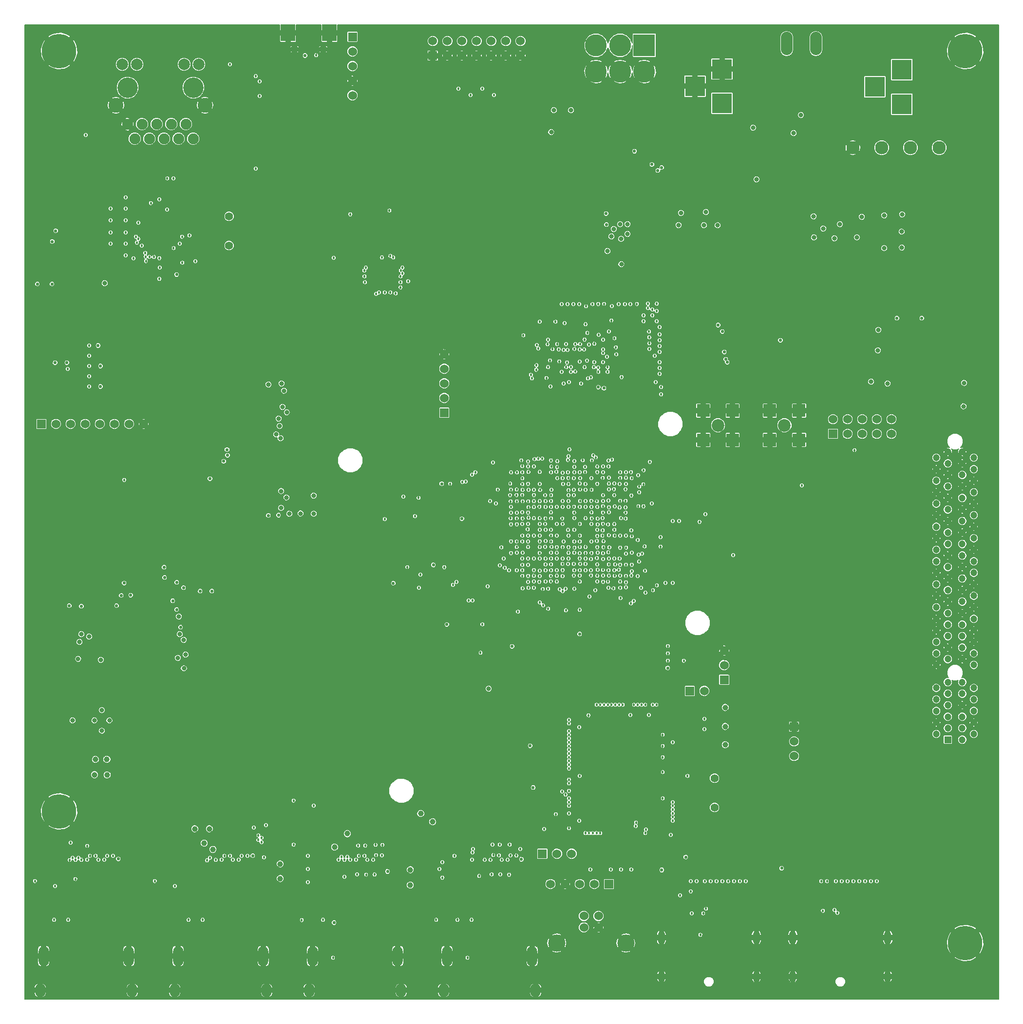
<source format=gbr>
G04 (created by PCBNEW (2013-07-07 BZR 4022)-stable) date 10/11/2015 03:16:47 PM*
%MOIN*%
G04 Gerber Fmt 3.4, Leading zero omitted, Abs format*
%FSLAX34Y34*%
G01*
G70*
G90*
G04 APERTURE LIST*
%ADD10C,0.00590551*%
%ADD11R,0.06X0.06*%
%ADD12C,0.06*%
%ADD13O,0.0511811X0.0905512*%
%ADD14O,0.0511811X0.0748031*%
%ADD15C,0.23622*%
%ADD16C,0.0905512*%
%ADD17R,0.0984252X0.11811*%
%ADD18O,0.0570866X0.0472441*%
%ADD19C,0.11811*%
%ADD20C,0.056*%
%ADD21O,0.0708661X0.137795*%
%ADD22O,0.0708661X0.0925197*%
%ADD23C,0.102362*%
%ADD24C,0.139764*%
%ADD25C,0.0751968*%
%ADD26C,0.0787402*%
%ADD27O,0.08X0.16*%
%ADD28R,0.1378X0.1378*%
%ADD29R,0.0472441X0.0472441*%
%ADD30C,0.0472441*%
%ADD31C,0.0866142*%
%ADD32R,0.0866142X0.0866142*%
%ADD33C,0.0393701*%
%ADD34C,0.15*%
%ADD35R,0.15X0.15*%
%ADD36C,0.018*%
%ADD37C,0.0318*%
%ADD38C,0.022*%
%ADD39C,0.005*%
G04 APERTURE END LIST*
G54D10*
G54D11*
X47605Y-49809D03*
G54D12*
X48605Y-49809D03*
X49605Y-49809D03*
X50605Y-49809D03*
X51605Y-49809D03*
X52605Y-49809D03*
X53605Y-49809D03*
X54605Y-49809D03*
G54D13*
X99019Y-84937D03*
X105515Y-84937D03*
G54D14*
X99019Y-87606D03*
X105515Y-87606D03*
G54D15*
X48820Y-24301D03*
X110820Y-85301D03*
X110820Y-24301D03*
G54D16*
X109035Y-30921D03*
X107066Y-30921D03*
X105097Y-30921D03*
X103129Y-30921D03*
G54D17*
X67317Y-23057D03*
X64482Y-23057D03*
G54D18*
X66884Y-24189D03*
X64915Y-24189D03*
G54D12*
X85730Y-83460D03*
X84730Y-83460D03*
X84730Y-84247D03*
X85730Y-84247D03*
G54D19*
X87592Y-85310D03*
X82868Y-85310D03*
G54D20*
X93660Y-76033D03*
X93660Y-74033D03*
G54D11*
X74385Y-24620D03*
G54D12*
X74385Y-23620D03*
X75385Y-24620D03*
X75385Y-23620D03*
X76385Y-24620D03*
X76385Y-23620D03*
X77385Y-24620D03*
X77385Y-23620D03*
X78385Y-24620D03*
X78385Y-23620D03*
X79385Y-24620D03*
X79385Y-23620D03*
X80385Y-24620D03*
X80385Y-23620D03*
G54D21*
X66160Y-86200D03*
X71987Y-86200D03*
G54D22*
X65924Y-88546D03*
X72223Y-88546D03*
G54D21*
X56960Y-86200D03*
X62787Y-86200D03*
G54D22*
X56724Y-88546D03*
X63023Y-88546D03*
G54D21*
X47760Y-86200D03*
X53587Y-86200D03*
G54D22*
X47524Y-88546D03*
X53823Y-88546D03*
G54D21*
X75360Y-86200D03*
X81187Y-86200D03*
G54D22*
X75124Y-88546D03*
X81423Y-88546D03*
G54D23*
X52701Y-28010D03*
X58800Y-28010D03*
G54D24*
X53500Y-26809D03*
X58000Y-26809D03*
G54D25*
X56498Y-29309D03*
X57998Y-30309D03*
X56998Y-30309D03*
X55998Y-30309D03*
X54998Y-30309D03*
X55498Y-29309D03*
X54498Y-29309D03*
X57498Y-29309D03*
G54D26*
X58361Y-25211D03*
X57361Y-25211D03*
X54140Y-25211D03*
X53140Y-25211D03*
G54D25*
X53498Y-29309D03*
X53998Y-30309D03*
G54D20*
X60447Y-35605D03*
X60447Y-37605D03*
G54D13*
X90034Y-84937D03*
X96531Y-84937D03*
G54D14*
X90034Y-87606D03*
X96531Y-87606D03*
G54D27*
X98602Y-23793D03*
X100602Y-23793D03*
G54D28*
X106478Y-27943D03*
X106478Y-25581D03*
X104628Y-26762D03*
X94182Y-27895D03*
X94182Y-25533D03*
X92332Y-26714D03*
G54D29*
X109631Y-71407D03*
G54D30*
X108843Y-71013D03*
X109631Y-70620D03*
X108843Y-70226D03*
X109631Y-69832D03*
X108843Y-69438D03*
X109631Y-69045D03*
X108843Y-68651D03*
X109631Y-68257D03*
X108843Y-67864D03*
X109631Y-67470D03*
X108843Y-66289D03*
X109631Y-65895D03*
X108843Y-65501D03*
X109631Y-65108D03*
X108843Y-64714D03*
X109631Y-64320D03*
X108843Y-63927D03*
X109631Y-63533D03*
X108843Y-63139D03*
X109631Y-62746D03*
X108843Y-62352D03*
X109631Y-61958D03*
X108843Y-61564D03*
X109631Y-61171D03*
X108843Y-60777D03*
X109631Y-60383D03*
X108843Y-59990D03*
X109631Y-59596D03*
X108843Y-59202D03*
X109631Y-58809D03*
X108843Y-58415D03*
X109631Y-58021D03*
X108843Y-57627D03*
X109631Y-57234D03*
X108843Y-56840D03*
X109631Y-56446D03*
X108843Y-56053D03*
X109631Y-55659D03*
X108843Y-55265D03*
X109631Y-54872D03*
X108843Y-54478D03*
X109631Y-54084D03*
X108843Y-53690D03*
X109631Y-53297D03*
X108843Y-52903D03*
X109631Y-52509D03*
X108843Y-52116D03*
X110615Y-71407D03*
X111402Y-71013D03*
X110615Y-70620D03*
X111402Y-70226D03*
X110615Y-69832D03*
X111402Y-69438D03*
X110615Y-69045D03*
X111402Y-68651D03*
X110615Y-68257D03*
X111402Y-67864D03*
X110615Y-67470D03*
X111402Y-66289D03*
X110615Y-65895D03*
X111402Y-65501D03*
X110615Y-65108D03*
X111402Y-64714D03*
X110615Y-64320D03*
X111402Y-63927D03*
X110615Y-63533D03*
X111402Y-63139D03*
X110615Y-62746D03*
X111402Y-62352D03*
X110615Y-61958D03*
X111402Y-61564D03*
X110615Y-61171D03*
X111402Y-60777D03*
X110615Y-60383D03*
X111402Y-59990D03*
X110615Y-59596D03*
X111402Y-59202D03*
X110615Y-58809D03*
X111402Y-58415D03*
X110615Y-58021D03*
X111402Y-57627D03*
X110615Y-57234D03*
X111402Y-56840D03*
X110615Y-56446D03*
X111402Y-56053D03*
X110615Y-55659D03*
X111402Y-55265D03*
X110615Y-54872D03*
X111402Y-54478D03*
X110615Y-54084D03*
X111402Y-53690D03*
X110615Y-53297D03*
X111402Y-52903D03*
X110615Y-52509D03*
X111402Y-52116D03*
X109631Y-51722D03*
X110615Y-51722D03*
G54D11*
X101772Y-50488D03*
G54D12*
X101772Y-49488D03*
X102772Y-50488D03*
X102772Y-49488D03*
X103772Y-50488D03*
X103772Y-49488D03*
X104772Y-50488D03*
X104772Y-49488D03*
X105772Y-50488D03*
X105772Y-49488D03*
G54D11*
X68890Y-23340D03*
G54D12*
X68890Y-24340D03*
X68890Y-25340D03*
X68890Y-26340D03*
X68890Y-27340D03*
G54D11*
X86441Y-81277D03*
G54D12*
X85441Y-81277D03*
X84441Y-81277D03*
X83441Y-81277D03*
X82441Y-81277D03*
G54D11*
X75172Y-49040D03*
G54D12*
X75172Y-48040D03*
X75172Y-47040D03*
X75172Y-46040D03*
X75172Y-45040D03*
G54D11*
X94331Y-67307D03*
G54D12*
X94331Y-66307D03*
X94331Y-65307D03*
G54D11*
X91969Y-68071D03*
G54D12*
X92969Y-68071D03*
G54D31*
X98450Y-49900D03*
G54D32*
X99453Y-48896D03*
X99453Y-50903D03*
X97446Y-50903D03*
X97446Y-48896D03*
G54D31*
X93900Y-49900D03*
G54D32*
X94903Y-48896D03*
X94903Y-50903D03*
X92896Y-50903D03*
X92896Y-48896D03*
G54D33*
X51237Y-73800D03*
X59100Y-77500D03*
X52086Y-72746D03*
X72850Y-80300D03*
X72850Y-81350D03*
X63950Y-79900D03*
X63950Y-80900D03*
X58100Y-77500D03*
X94400Y-71750D03*
X94400Y-70500D03*
X94400Y-69200D03*
G54D34*
X88856Y-25708D03*
X87206Y-25708D03*
X85556Y-25708D03*
X85556Y-23908D03*
X87206Y-23908D03*
G54D35*
X88856Y-23908D03*
G54D33*
X73560Y-76460D03*
X74380Y-77020D03*
X68540Y-77830D03*
X67670Y-78750D03*
X52101Y-73814D03*
X51300Y-72760D03*
X58750Y-78480D03*
X59340Y-78910D03*
G54D11*
X99110Y-70522D03*
G54D12*
X99110Y-71522D03*
X99110Y-72522D03*
G54D11*
X81887Y-79205D03*
G54D12*
X82887Y-79205D03*
X83887Y-79205D03*
G54D15*
X48820Y-76301D03*
G54D36*
X86298Y-45211D03*
X84816Y-52744D03*
X86041Y-44962D03*
X84651Y-52297D03*
X85077Y-44374D03*
X85245Y-53516D03*
X86653Y-52256D03*
X86429Y-43482D03*
X85730Y-43706D03*
X86409Y-52318D03*
X84846Y-54307D03*
X87303Y-46601D03*
X86919Y-44568D03*
X85645Y-53902D03*
X84445Y-53892D03*
X86029Y-45575D03*
X85697Y-45961D03*
X83675Y-54332D03*
X85641Y-53105D03*
X86031Y-44047D03*
X85723Y-46242D03*
X83627Y-53113D03*
X86039Y-44711D03*
X84029Y-53508D03*
X86350Y-46243D03*
X84460Y-54298D03*
X86049Y-53108D03*
X86823Y-43948D03*
X86951Y-45058D03*
X85548Y-52099D03*
X84810Y-53100D03*
X85407Y-45928D03*
X85434Y-44330D03*
X85359Y-51962D03*
X85428Y-45580D03*
X85276Y-52300D03*
X84779Y-45929D03*
X83657Y-53502D03*
X84775Y-44035D03*
X86419Y-52706D03*
X84743Y-44718D03*
X84435Y-53112D03*
X84441Y-44718D03*
X84475Y-53516D03*
X83046Y-45533D03*
X82485Y-53120D03*
X83346Y-44758D03*
X82464Y-52303D03*
X81701Y-53096D03*
X82266Y-44044D03*
X82161Y-46666D03*
X81603Y-52195D03*
X80928Y-53095D03*
X81605Y-44658D03*
X80907Y-52372D03*
X81459Y-46102D03*
X81505Y-44410D03*
X80511Y-52698D03*
X81487Y-45796D03*
X80442Y-52300D03*
X83205Y-46240D03*
X82890Y-52762D03*
X83505Y-44344D03*
X82902Y-52360D03*
X84073Y-53122D03*
X83841Y-45919D03*
X84075Y-52352D03*
X84144Y-44350D03*
X83625Y-52270D03*
X83833Y-46243D03*
X84083Y-44674D03*
X83731Y-51552D03*
X82890Y-44354D03*
X82491Y-52729D03*
X82263Y-45926D03*
X81882Y-52189D03*
X83261Y-53512D03*
X82996Y-44701D03*
X83567Y-45604D03*
X83669Y-52020D03*
X83265Y-53140D03*
X83517Y-45926D03*
X84990Y-46696D03*
X84048Y-54307D03*
X83665Y-53926D03*
X84430Y-45551D03*
X86443Y-53473D03*
X86352Y-45931D03*
X82899Y-53521D03*
X82413Y-45466D03*
X81354Y-52219D03*
X82249Y-44364D03*
X82584Y-44698D03*
X81305Y-52724D03*
X84939Y-45472D03*
X85638Y-52726D03*
X100957Y-81079D03*
X82090Y-56267D03*
X82488Y-56266D03*
X101357Y-81080D03*
X102071Y-83247D03*
X80133Y-55099D03*
X101874Y-83059D03*
X79719Y-55099D03*
X102362Y-81079D03*
X87622Y-58267D03*
X87604Y-57452D03*
X103162Y-81079D03*
X87571Y-55508D03*
X103962Y-81079D03*
X104762Y-81080D03*
X87586Y-55066D03*
X87205Y-58268D03*
X101962Y-81079D03*
X87207Y-57450D03*
X102761Y-81080D03*
X87163Y-55529D03*
X103562Y-81080D03*
X104362Y-81080D03*
X87216Y-55066D03*
X92045Y-81079D03*
X81699Y-58231D03*
X92445Y-81080D03*
X82076Y-58217D03*
X93087Y-82965D03*
X83640Y-57062D03*
X81310Y-60197D03*
X92890Y-83278D03*
X79594Y-59821D03*
X95395Y-81080D03*
X88511Y-54492D03*
X94595Y-81080D03*
X88455Y-55433D03*
X93794Y-81080D03*
X88421Y-57742D03*
X88481Y-58752D03*
X92995Y-81079D03*
X95795Y-81080D03*
X87976Y-54702D03*
X94995Y-81079D03*
X88803Y-55436D03*
X94195Y-81079D03*
X88006Y-57497D03*
X93395Y-81079D03*
X88717Y-58678D03*
X57727Y-36916D03*
X62276Y-32357D03*
X55678Y-34446D03*
X53908Y-38485D03*
X81305Y-55494D03*
X55673Y-38470D03*
X81301Y-54668D03*
X55669Y-39892D03*
X82094Y-55087D03*
X81705Y-55094D03*
X55698Y-39112D03*
X53367Y-38292D03*
X80139Y-56668D03*
X53366Y-34312D03*
X81688Y-55471D03*
X53367Y-35091D03*
X82488Y-55483D03*
X53366Y-35891D03*
X82484Y-55086D03*
X80935Y-54310D03*
X53366Y-36710D03*
X53366Y-37491D03*
X80527Y-54310D03*
X54233Y-37161D03*
X79735Y-56670D03*
X80919Y-55100D03*
X54990Y-38379D03*
X54143Y-37403D03*
X80927Y-55500D03*
X54469Y-37616D03*
X80539Y-55100D03*
X80125Y-54295D03*
X54720Y-38118D03*
X54734Y-38367D03*
X79734Y-54299D03*
X57228Y-37003D03*
X50638Y-30044D03*
X56203Y-35152D03*
X55095Y-34704D03*
X55298Y-38394D03*
X56655Y-37790D03*
X57069Y-37476D03*
X52336Y-35891D03*
X54233Y-36058D03*
X52335Y-37491D03*
G54D37*
X51931Y-40191D03*
G54D36*
X52336Y-36710D03*
X52337Y-35091D03*
X54070Y-37004D03*
X90809Y-60687D03*
X86030Y-54688D03*
X90465Y-65500D03*
X90316Y-60682D03*
X90465Y-65000D03*
X90465Y-66000D03*
X91561Y-66003D03*
X86063Y-57828D03*
X86427Y-57414D03*
X85641Y-55492D03*
X86027Y-55868D03*
X86461Y-58242D03*
X86391Y-58584D03*
X86025Y-56635D03*
X85659Y-56680D03*
X87121Y-59774D03*
X86861Y-59406D03*
X87207Y-59436D03*
X87161Y-59022D03*
X88492Y-59226D03*
X87999Y-59438D03*
X86057Y-58234D03*
X85621Y-57812D03*
X86021Y-57090D03*
X85639Y-57468D03*
X86796Y-54672D03*
X86786Y-54267D03*
X88790Y-53933D03*
X87607Y-53496D03*
X88821Y-52972D03*
X87951Y-53101D03*
X88409Y-60217D03*
X87966Y-60172D03*
X86447Y-59018D03*
X86027Y-58642D03*
X88000Y-58625D03*
X87609Y-58674D03*
X85659Y-56286D03*
X85261Y-56270D03*
X86811Y-53877D03*
X87171Y-53907D03*
X88518Y-54098D03*
X87571Y-54272D03*
X88447Y-53312D03*
X87991Y-53507D03*
X88920Y-59855D03*
X87606Y-59432D03*
X86031Y-55084D03*
X86401Y-55042D03*
X86436Y-55502D03*
X86026Y-55432D03*
X87218Y-53500D03*
X86387Y-56683D03*
X89980Y-57540D03*
X86817Y-57051D03*
X89970Y-58200D03*
X91250Y-56445D03*
X87259Y-56242D03*
X90800Y-56445D03*
X87586Y-56281D03*
X87221Y-53117D03*
X99636Y-54010D03*
X85622Y-55097D03*
X85229Y-55068D03*
X85243Y-55475D03*
X86438Y-53896D03*
X83665Y-54686D03*
X83667Y-55081D03*
X80518Y-53114D03*
G54D38*
X75002Y-53901D03*
G54D36*
X90123Y-71066D03*
X82882Y-60193D03*
X87227Y-61711D03*
X83705Y-70810D03*
X83670Y-58628D03*
X83705Y-71066D03*
X83275Y-58232D03*
X82521Y-58213D03*
X83705Y-71322D03*
X84029Y-59380D03*
X83705Y-70042D03*
X83665Y-59022D03*
X83705Y-70298D03*
X82881Y-58626D03*
X83706Y-76441D03*
X88924Y-69018D03*
X87603Y-60200D03*
X87604Y-60987D03*
X88668Y-69018D03*
X86380Y-60598D03*
X85085Y-77798D03*
X85341Y-77797D03*
X86407Y-61006D03*
X86826Y-60198D03*
X88284Y-77316D03*
X88291Y-77068D03*
X86754Y-61046D03*
X85204Y-59806D03*
X88924Y-77798D03*
X85632Y-60197D03*
X88981Y-77544D03*
X84451Y-57841D03*
X88412Y-69018D03*
X84850Y-58231D03*
X88156Y-69018D03*
X86363Y-69019D03*
X87211Y-60594D03*
X87219Y-61018D03*
X86107Y-69019D03*
X85851Y-69019D03*
X86026Y-59798D03*
X86433Y-60190D03*
X85595Y-69015D03*
X85639Y-59422D03*
X83705Y-77464D03*
X84829Y-77797D03*
X85659Y-59789D03*
X82486Y-59414D03*
X85597Y-77797D03*
X83705Y-74137D03*
X86041Y-59042D03*
X86418Y-59806D03*
X83705Y-74393D03*
X85251Y-58638D03*
X83230Y-74954D03*
X83705Y-74905D03*
X85617Y-58988D03*
X88136Y-61915D03*
X83482Y-75161D03*
X87952Y-62084D03*
X83704Y-75417D03*
X84846Y-58632D03*
X83705Y-75672D03*
X83705Y-75928D03*
X84846Y-59019D03*
X83705Y-71578D03*
X81702Y-60211D03*
X81921Y-61100D03*
X83705Y-71834D03*
X81672Y-60601D03*
X83705Y-72090D03*
X81293Y-61012D03*
X83705Y-72346D03*
X80917Y-60202D03*
X83705Y-72601D03*
X83705Y-72857D03*
X80926Y-61006D03*
X83705Y-73113D03*
X80909Y-60614D03*
X83705Y-73369D03*
X80526Y-61042D03*
X89691Y-69018D03*
X84828Y-59377D03*
X82881Y-59807D03*
X90814Y-76953D03*
X90815Y-76697D03*
X82487Y-59812D03*
X84060Y-58624D03*
X90814Y-76441D03*
X90815Y-76185D03*
X83332Y-57854D03*
X81711Y-59857D03*
X90815Y-75929D03*
X82093Y-59807D03*
X90815Y-75673D03*
X83257Y-59375D03*
X87131Y-69019D03*
X86619Y-69019D03*
X83274Y-59018D03*
X86032Y-60188D03*
X90123Y-71834D03*
X82093Y-59019D03*
X87387Y-69019D03*
X82882Y-59020D03*
X86875Y-69019D03*
X89436Y-69018D03*
X84480Y-59388D03*
X101088Y-83104D03*
X93042Y-55976D03*
X81307Y-56262D03*
X92636Y-56503D03*
X81693Y-56261D03*
X92103Y-83282D03*
X80220Y-62645D03*
X80518Y-59807D03*
X77295Y-53110D03*
X80523Y-53530D03*
X49408Y-46051D03*
X82083Y-54691D03*
X81729Y-54328D03*
X50865Y-45850D03*
X76639Y-53754D03*
X50865Y-46550D03*
X76400Y-53768D03*
X50865Y-47250D03*
X79689Y-53894D03*
X50865Y-44450D03*
X50865Y-45150D03*
X80517Y-53926D03*
X80519Y-60200D03*
X75761Y-60815D03*
X80151Y-53128D03*
X77067Y-53281D03*
X72643Y-59599D03*
X75564Y-53900D03*
X78143Y-60913D03*
X82487Y-57432D03*
X82111Y-57817D03*
X76004Y-60614D03*
X85113Y-61607D03*
X78524Y-79297D03*
X78918Y-79316D03*
X85221Y-60169D03*
X79115Y-79626D03*
X85508Y-61191D03*
X79508Y-79626D03*
X85635Y-60591D03*
X79705Y-79325D03*
X84454Y-59806D03*
X80099Y-79331D03*
X84849Y-59807D03*
X77138Y-78874D03*
X84435Y-58642D03*
X84062Y-59807D03*
X77933Y-79626D03*
X78327Y-79626D03*
X84048Y-60172D03*
X81303Y-59803D03*
X77070Y-79616D03*
X84445Y-59005D03*
X77114Y-79113D03*
X82487Y-59019D03*
X75861Y-79354D03*
X69324Y-79354D03*
X81712Y-62012D03*
X69718Y-79347D03*
X81930Y-62206D03*
X69914Y-79626D03*
X83471Y-61089D03*
X70308Y-79626D03*
X83260Y-60211D03*
X70506Y-79300D03*
X83078Y-61123D03*
X70899Y-79312D03*
X83274Y-61254D03*
X68536Y-79408D03*
X82287Y-61090D03*
X84067Y-61081D03*
X68734Y-79625D03*
X84450Y-60190D03*
X69127Y-79625D03*
X82459Y-60203D03*
X67947Y-79625D03*
X82093Y-60580D03*
X68340Y-79627D03*
X68142Y-79414D03*
X82460Y-60568D03*
X50924Y-79359D03*
X80516Y-56655D03*
X51318Y-79343D03*
X80914Y-56657D03*
X51515Y-79625D03*
X79731Y-55880D03*
X51910Y-79625D03*
X80147Y-55878D03*
X52106Y-79349D03*
X79733Y-55478D03*
X52499Y-79342D03*
X80912Y-55871D03*
X78697Y-55249D03*
X80948Y-56229D03*
X50137Y-79478D03*
X79719Y-56264D03*
X50334Y-79629D03*
X80525Y-56270D03*
X50727Y-79623D03*
X72371Y-54787D03*
X79669Y-54672D03*
X49546Y-79633D03*
X49940Y-79629D03*
X78314Y-55092D03*
X80507Y-54666D03*
X80512Y-55854D03*
X73418Y-54865D03*
X49743Y-79478D03*
X79731Y-57834D03*
X60124Y-79348D03*
X80517Y-57848D03*
X60518Y-79354D03*
X79740Y-58634D03*
X60715Y-79625D03*
X61109Y-79625D03*
X80136Y-58619D03*
X81700Y-57445D03*
X61305Y-79344D03*
X61699Y-79343D03*
X81701Y-57837D03*
X62668Y-78420D03*
X79318Y-59658D03*
X59533Y-79628D03*
X81715Y-57043D03*
X59928Y-79625D03*
X82111Y-57042D03*
X78977Y-59481D03*
X62456Y-77946D03*
X59142Y-79488D03*
X62453Y-78263D03*
X77102Y-61876D03*
X80516Y-59021D03*
X58948Y-79663D03*
X79231Y-59006D03*
X76844Y-61878D03*
X62663Y-78106D03*
X80914Y-57840D03*
X72693Y-40057D03*
X80915Y-57447D03*
X72189Y-39719D03*
X72297Y-39522D03*
X80520Y-59448D03*
X80914Y-59017D03*
X72190Y-39324D03*
X80124Y-57840D03*
X72299Y-39128D03*
X79085Y-58243D03*
X71686Y-38428D03*
X71489Y-38323D03*
X80535Y-58612D03*
X70899Y-38427D03*
X80912Y-58228D03*
X80886Y-57025D03*
X71489Y-40812D03*
X72188Y-40112D03*
X81306Y-57444D03*
X70505Y-40917D03*
X80518Y-57445D03*
X70702Y-40812D03*
X81306Y-59018D03*
X80904Y-59448D03*
X73163Y-56122D03*
X71095Y-40812D03*
G54D38*
X90054Y-80315D03*
G54D36*
X77788Y-63509D03*
X84445Y-62530D03*
X82881Y-58234D03*
X76968Y-27311D03*
X87961Y-80289D03*
X89723Y-60847D03*
X76150Y-26881D03*
X89456Y-61176D03*
X87260Y-80289D03*
X87198Y-60190D03*
X83495Y-62560D03*
X82485Y-58625D03*
X81703Y-59016D03*
X82289Y-62446D03*
X47160Y-81069D03*
X55360Y-81069D03*
X76083Y-83727D03*
X66883Y-83728D03*
X74623Y-83727D03*
X57683Y-83727D03*
X48483Y-83727D03*
X64859Y-78577D03*
X65423Y-83737D03*
X64859Y-75569D03*
G54D37*
X105271Y-37790D03*
X101866Y-37112D03*
X100459Y-37056D03*
X103406Y-37049D03*
X106497Y-35471D03*
X106488Y-37739D03*
X106470Y-36664D03*
X105279Y-35536D03*
X101095Y-36436D03*
X100450Y-35611D03*
X102250Y-36151D03*
X103750Y-35641D03*
X96300Y-29546D03*
X110700Y-48600D03*
X104384Y-46924D03*
X105500Y-47038D03*
X104845Y-44776D03*
X104871Y-43377D03*
X110750Y-47000D03*
G54D36*
X83277Y-59804D03*
X77656Y-65462D03*
G54D38*
X81048Y-71818D03*
G54D36*
X77768Y-26882D03*
X88942Y-61353D03*
X85160Y-80289D03*
X85677Y-58614D03*
X78568Y-27311D03*
X88640Y-61012D03*
X86424Y-59413D03*
X86560Y-80289D03*
G54D38*
X81254Y-74680D03*
G54D36*
X82815Y-76500D03*
G54D38*
X65644Y-24615D03*
G54D36*
X69752Y-40112D03*
X67615Y-38450D03*
X68733Y-35471D03*
X66412Y-24597D03*
X69696Y-39325D03*
X69798Y-39128D03*
X50531Y-82640D03*
X50250Y-83200D03*
X49950Y-84000D03*
X78400Y-81300D03*
X78721Y-81870D03*
X76550Y-80050D03*
X77800Y-83200D03*
X78130Y-82643D03*
X77550Y-83950D03*
X68350Y-84050D03*
X69200Y-83250D03*
X68930Y-82639D03*
X68600Y-83250D03*
X67900Y-84100D03*
X69200Y-81050D03*
X68926Y-80411D03*
X67300Y-80150D03*
X59730Y-82636D03*
X59450Y-83200D03*
X59150Y-83900D03*
X79902Y-81867D03*
X79600Y-81350D03*
X79311Y-81868D03*
X79050Y-81300D03*
X79902Y-82644D03*
X79600Y-83250D03*
X79311Y-82643D03*
X79000Y-83200D03*
X78721Y-82632D03*
X78450Y-83150D03*
X51713Y-80395D03*
X52000Y-81000D03*
X51123Y-80387D03*
X51400Y-81000D03*
X50533Y-80391D03*
X50800Y-81000D03*
X52302Y-82631D03*
X51400Y-83200D03*
X51122Y-82635D03*
X50850Y-83150D03*
X51713Y-82632D03*
X52000Y-83250D03*
X60321Y-82628D03*
X60050Y-83200D03*
X60650Y-83200D03*
X60911Y-82635D03*
X61250Y-83150D03*
X61502Y-82634D03*
X70112Y-82634D03*
X70400Y-83150D03*
X69523Y-82631D03*
X69800Y-83250D03*
X70112Y-80413D03*
X70400Y-81150D03*
X69523Y-80398D03*
X69800Y-81100D03*
X61504Y-80381D03*
X61200Y-80900D03*
X60913Y-80381D03*
X60600Y-80900D03*
X60322Y-80379D03*
X60050Y-80950D03*
X59732Y-80376D03*
G54D37*
X58150Y-81150D03*
X107750Y-83050D03*
X60850Y-69250D03*
X56450Y-69200D03*
X103400Y-78100D03*
X103400Y-75800D03*
X102550Y-74950D03*
X102550Y-76750D03*
X102550Y-78600D03*
X103350Y-79250D03*
X104150Y-69350D03*
X104200Y-71750D03*
X104200Y-79250D03*
X104200Y-77100D03*
X104150Y-74400D03*
X106000Y-72250D03*
X107750Y-76250D03*
X109500Y-78000D03*
X106000Y-74550D03*
X104200Y-68300D03*
X109500Y-81250D03*
X107750Y-80000D03*
X65050Y-68800D03*
X55166Y-66699D03*
X63000Y-60500D03*
X65500Y-60500D03*
X64000Y-59000D03*
X61750Y-59000D03*
X61000Y-60500D03*
G54D38*
X58881Y-60410D03*
G54D37*
X75250Y-42000D03*
X78000Y-42000D03*
X79500Y-40500D03*
X76500Y-40500D03*
X74000Y-40500D03*
X75250Y-38250D03*
X80500Y-34750D03*
X78000Y-38250D03*
X80500Y-38250D03*
X82250Y-36500D03*
X79250Y-36500D03*
X76500Y-36500D03*
X73500Y-36500D03*
X75250Y-34750D03*
X77750Y-34750D03*
X82000Y-40500D03*
X107750Y-85000D03*
G54D38*
X65150Y-73700D03*
X64450Y-74050D03*
X65850Y-73700D03*
X54850Y-80250D03*
X56650Y-79200D03*
X56650Y-79800D03*
X48900Y-80150D03*
X48650Y-79350D03*
X46650Y-80700D03*
X46750Y-79200D03*
X46750Y-79800D03*
X90329Y-78721D03*
G54D36*
X100890Y-84545D03*
X101480Y-84545D03*
X102464Y-84546D03*
G54D38*
X92693Y-85800D03*
G54D36*
X93480Y-84544D03*
X92495Y-84544D03*
X91905Y-84547D03*
G54D38*
X87620Y-83881D03*
G54D36*
X90298Y-81832D03*
X104236Y-83282D03*
X104236Y-84545D03*
X103647Y-83282D03*
X103646Y-84544D03*
X103055Y-83282D03*
X103055Y-84545D03*
X102464Y-83282D03*
X101480Y-83282D03*
X100889Y-83282D03*
X104850Y-51600D03*
X75333Y-83895D03*
X66131Y-83910D03*
X91008Y-67061D03*
G54D37*
X86670Y-27940D03*
X85080Y-27950D03*
X85870Y-28460D03*
G54D36*
X93480Y-83269D03*
X94661Y-83282D03*
X94661Y-84545D03*
X94070Y-84545D03*
X79502Y-59451D03*
X82486Y-53901D03*
X80296Y-81867D03*
X80296Y-82643D03*
X78130Y-81875D03*
X78721Y-79624D03*
X78721Y-80399D03*
X79902Y-79624D03*
X80296Y-80400D03*
X79902Y-80399D03*
X70702Y-79624D03*
X70701Y-80396D03*
X92017Y-82953D03*
X78726Y-85057D03*
X79317Y-85057D03*
X79907Y-85057D03*
X79907Y-86320D03*
X79317Y-86320D03*
X78726Y-86320D03*
X78136Y-86320D03*
X78136Y-85057D03*
X76955Y-85056D03*
X68372Y-86630D03*
X68936Y-86319D03*
X69527Y-86320D03*
X70117Y-86320D03*
X70708Y-86320D03*
X70708Y-85057D03*
X70117Y-85057D03*
X69527Y-85057D03*
X68936Y-85057D03*
X67754Y-85057D03*
X61508Y-85056D03*
X61508Y-86320D03*
X60917Y-85057D03*
X60917Y-86319D03*
X60326Y-86320D03*
X60326Y-85057D03*
X59736Y-85057D03*
X59736Y-86320D03*
X58555Y-85057D03*
X58554Y-86320D03*
X49355Y-85057D03*
X49355Y-86319D03*
X50536Y-86319D03*
X51126Y-86320D03*
X51717Y-86320D03*
X52307Y-86320D03*
X52308Y-85057D03*
X51717Y-85057D03*
X51127Y-85057D03*
X50536Y-85057D03*
X87613Y-54701D03*
X82881Y-57055D03*
X86865Y-58279D03*
X86445Y-57762D03*
X87621Y-56638D03*
X49615Y-53636D03*
G54D38*
X71224Y-79492D03*
G54D36*
X82261Y-75942D03*
G54D38*
X95385Y-74368D03*
X95377Y-76370D03*
G54D37*
X48850Y-31850D03*
X47650Y-31850D03*
X47650Y-32650D03*
X47650Y-33350D03*
G54D36*
X48850Y-32208D03*
G54D37*
X46850Y-33950D03*
X46850Y-34950D03*
X46850Y-35750D03*
X47250Y-36150D03*
X47250Y-35350D03*
X47250Y-34450D03*
X48850Y-33750D03*
X50050Y-32050D03*
X50850Y-32050D03*
X50850Y-32750D03*
X50850Y-33550D03*
X50850Y-34350D03*
X50850Y-35050D03*
G54D36*
X49623Y-32790D03*
G54D37*
X50050Y-34250D03*
X50050Y-33550D03*
X50050Y-32950D03*
G54D38*
X92400Y-56593D03*
G54D36*
X77428Y-56292D03*
X74492Y-60625D03*
X72642Y-61823D03*
G54D38*
X90836Y-74649D03*
X84416Y-76187D03*
G54D36*
X84451Y-55867D03*
G54D38*
X93019Y-65000D03*
X93021Y-66499D03*
X93021Y-66001D03*
X53735Y-58911D03*
X58066Y-60410D03*
X58006Y-61910D03*
X58270Y-63473D03*
X49352Y-46485D03*
X48541Y-46484D03*
X47887Y-48090D03*
X52840Y-47033D03*
X52839Y-44789D03*
X47499Y-42815D03*
X51932Y-41559D03*
X50932Y-41558D03*
X48331Y-41558D03*
X47332Y-41559D03*
X49325Y-38660D03*
X48350Y-38660D03*
X50910Y-36100D03*
X50272Y-31078D03*
X61241Y-26392D03*
X61242Y-27392D03*
X61242Y-29992D03*
X61242Y-30992D03*
X61244Y-31992D03*
X59176Y-50753D03*
X87804Y-31727D03*
X69098Y-39382D03*
X68376Y-40457D03*
G54D36*
X89730Y-55300D03*
G54D38*
X83027Y-64228D03*
X80646Y-63960D03*
X79310Y-65442D03*
X78499Y-65771D03*
X84932Y-68844D03*
X85528Y-69868D03*
X87469Y-68666D03*
X89180Y-70759D03*
X87901Y-70758D03*
X84226Y-69397D03*
X85493Y-70554D03*
X89076Y-75424D03*
X89075Y-73624D03*
X89080Y-72594D03*
G54D37*
X96299Y-31964D03*
X112759Y-48599D03*
X112760Y-47000D03*
X101350Y-33641D03*
X102850Y-33640D03*
G54D36*
X68407Y-36215D03*
X69060Y-36215D03*
X65157Y-49954D03*
X95755Y-38944D03*
X91989Y-37042D03*
X105400Y-48787D03*
X99453Y-82718D03*
X92496Y-83251D03*
X95252Y-83282D03*
X94071Y-83283D03*
X95251Y-84545D03*
X89190Y-81808D03*
X80490Y-83896D03*
X77579Y-86634D03*
X69521Y-79628D03*
X71096Y-81876D03*
X71096Y-82635D03*
X70702Y-82636D03*
X71290Y-83876D03*
X56932Y-83895D03*
X61895Y-79631D03*
X61896Y-80382D03*
X61895Y-81885D03*
X61895Y-82634D03*
X62089Y-83895D03*
X51121Y-79637D03*
X52302Y-79623D03*
X52696Y-80391D03*
X52696Y-82629D03*
X52700Y-81874D03*
X52886Y-83895D03*
X47733Y-83895D03*
X92976Y-71373D03*
X92975Y-72074D03*
X90815Y-72346D03*
X90815Y-72858D03*
X83706Y-73626D03*
X85458Y-73874D03*
X85666Y-76522D03*
X86076Y-76536D03*
X88156Y-77795D03*
X90967Y-77527D03*
G54D38*
X56650Y-34075D03*
X55075Y-33946D03*
X58951Y-39118D03*
X58852Y-37641D03*
X57883Y-37822D03*
G54D36*
X54605Y-39112D03*
X52336Y-34311D03*
X52335Y-38291D03*
X55388Y-35992D03*
G54D38*
X55650Y-36609D03*
G54D36*
X56108Y-35965D03*
X62494Y-37605D03*
X62484Y-35606D03*
X48111Y-32790D03*
X48850Y-35721D03*
X47672Y-31059D03*
X50631Y-25216D03*
X73209Y-41066D03*
X70812Y-42219D03*
X71297Y-42434D03*
X71853Y-41901D03*
X70657Y-39959D03*
X71004Y-39608D03*
X70657Y-39280D03*
X71336Y-39280D03*
X71336Y-39959D03*
G54D37*
X102661Y-46177D03*
G54D38*
X59445Y-53022D03*
G54D37*
X106889Y-43039D03*
X106680Y-40780D03*
X106733Y-42085D03*
X107687Y-46910D03*
X107470Y-45629D03*
X107243Y-45274D03*
X106583Y-44614D03*
X107228Y-44641D03*
X106580Y-43762D03*
X106895Y-44176D03*
X107207Y-43762D03*
G54D36*
X69761Y-35479D03*
X70391Y-35213D03*
X88460Y-57030D03*
X80913Y-59812D03*
X81317Y-57838D03*
X81309Y-58636D03*
X81309Y-55891D03*
X79312Y-80411D03*
X78130Y-80414D03*
X81699Y-54687D03*
X82876Y-59407D03*
X83311Y-58667D03*
X84089Y-59046D03*
X80127Y-59020D03*
X80905Y-54674D03*
X81309Y-53513D03*
X86793Y-53113D03*
G54D38*
X79611Y-60692D03*
G54D36*
X80119Y-57466D03*
X84454Y-56264D03*
X84854Y-56651D03*
X85243Y-58237D03*
X86446Y-54707D03*
X86457Y-56318D03*
X86806Y-60589D03*
X86425Y-57068D03*
X82093Y-60205D03*
X84857Y-55862D03*
X87221Y-55852D03*
G54D37*
X61421Y-46973D03*
X61011Y-47443D03*
X60981Y-48573D03*
X61021Y-49433D03*
X61941Y-50343D03*
X61847Y-53463D03*
X62169Y-54128D03*
X62190Y-55913D03*
X62197Y-55031D03*
X53605Y-66419D03*
X53479Y-65355D03*
X54242Y-65054D03*
X54340Y-65880D03*
X54284Y-66874D03*
X53038Y-66832D03*
X51750Y-67060D03*
X91378Y-34146D03*
G54D38*
X92837Y-46086D03*
X96437Y-46286D03*
G54D36*
X86040Y-59425D03*
G54D37*
X105513Y-39212D03*
X106549Y-39205D03*
X103197Y-42586D03*
X102653Y-44770D03*
X103625Y-41256D03*
X102575Y-41276D03*
X100885Y-41186D03*
X100395Y-39806D03*
X101895Y-40306D03*
X103415Y-40126D03*
X104625Y-40756D03*
X93911Y-34693D03*
X94170Y-33220D03*
X93096Y-33249D03*
X92228Y-33312D03*
X88563Y-33871D03*
X88178Y-34494D03*
X86519Y-34508D03*
X87198Y-34417D03*
X89226Y-34387D03*
X89208Y-33888D03*
X90558Y-34374D03*
X89888Y-34126D03*
X90527Y-33892D03*
X54578Y-60749D03*
X55740Y-60728D03*
X55159Y-64928D03*
X54663Y-61310D03*
X55446Y-61319D03*
X55474Y-62842D03*
X55070Y-62110D03*
X54774Y-62856D03*
X61916Y-51269D03*
X61941Y-51853D03*
X61952Y-52502D03*
X97737Y-45096D03*
X98202Y-44736D03*
X98187Y-45606D03*
X98052Y-46176D03*
X96343Y-43261D03*
X96819Y-42939D03*
X95972Y-46362D03*
X96182Y-45844D03*
X96203Y-45305D03*
X95412Y-46488D03*
X95517Y-46012D03*
X95489Y-45501D03*
X95437Y-44280D03*
X95441Y-44752D03*
X95465Y-43846D03*
G54D38*
X92837Y-45286D03*
X92837Y-44486D03*
X92837Y-42586D03*
X92837Y-43486D03*
X91188Y-31026D03*
X56344Y-36959D03*
X55417Y-37363D03*
G54D36*
X50527Y-81878D03*
X51116Y-81875D03*
X51707Y-81876D03*
X52301Y-81873D03*
X52304Y-80385D03*
X61504Y-81875D03*
X60909Y-81879D03*
X60319Y-81881D03*
X59728Y-81892D03*
X68927Y-81883D03*
X69519Y-81878D03*
X70109Y-81884D03*
X70703Y-81879D03*
G54D38*
X77571Y-58678D03*
G54D36*
X89026Y-52762D03*
X81566Y-47140D03*
X81939Y-46784D03*
X84032Y-53888D03*
X83205Y-41272D03*
X83616Y-41263D03*
X84027Y-41260D03*
X84420Y-41257D03*
X84882Y-41399D03*
X85325Y-41260D03*
X85693Y-41260D03*
X86109Y-41250D03*
X87120Y-41275D03*
X87516Y-41281D03*
X88356Y-41281D03*
X87906Y-41287D03*
X83596Y-52753D03*
X80157Y-55522D03*
X79418Y-52483D03*
X79185Y-57855D03*
X82883Y-44048D03*
X83279Y-55870D03*
X87999Y-55432D03*
X83272Y-57449D03*
X84456Y-57050D03*
X84848Y-57050D03*
X79165Y-54050D03*
X80125Y-53906D03*
X87621Y-58992D03*
X87951Y-53927D03*
X83661Y-55861D03*
X84847Y-57836D03*
X89584Y-43487D03*
X89571Y-43882D03*
X89593Y-44302D03*
X89566Y-44707D03*
X89616Y-46588D03*
X89613Y-46192D03*
X89607Y-45787D03*
X89593Y-45418D03*
X86903Y-43482D03*
X86841Y-46579D03*
X89593Y-47494D03*
X86637Y-41278D03*
X85884Y-46999D03*
X85377Y-46276D03*
X85991Y-43432D03*
X83671Y-43631D03*
X83513Y-44038D03*
X83397Y-42578D03*
X85235Y-43580D03*
X84149Y-44038D03*
X84150Y-45928D03*
X82258Y-42448D03*
X80901Y-43046D03*
X81792Y-43639D03*
X82104Y-43681D03*
X81955Y-45348D03*
X81088Y-45787D03*
X82587Y-47023D03*
X82794Y-42475D03*
X88482Y-60730D03*
X85954Y-53935D03*
X85242Y-54688D03*
X85197Y-53117D03*
X82092Y-53102D03*
X83650Y-60214D03*
X89613Y-51719D03*
X84922Y-42560D03*
X85276Y-60608D03*
X55950Y-80239D03*
X47750Y-80239D03*
X65450Y-74750D03*
X84462Y-44354D03*
X85213Y-46630D03*
X73450Y-61008D03*
X73534Y-60115D03*
X86435Y-55852D03*
X82489Y-54691D03*
X53282Y-53636D03*
X71096Y-56317D03*
X56223Y-33006D03*
X57251Y-38776D03*
X56648Y-33008D03*
X58136Y-38690D03*
X90816Y-71578D03*
G54D38*
X90048Y-32272D03*
X58470Y-61243D03*
X52752Y-62239D03*
X53070Y-61537D03*
X60308Y-51568D03*
X60341Y-51953D03*
X89780Y-32476D03*
X89376Y-32062D03*
X56592Y-61913D03*
X56870Y-60645D03*
X56036Y-60310D03*
X53717Y-61519D03*
X60076Y-52365D03*
X53268Y-60689D03*
X59271Y-61243D03*
X57335Y-61010D03*
X106145Y-42576D03*
X107845Y-42576D03*
G54D37*
X96530Y-33080D03*
X99080Y-29920D03*
X99580Y-28680D03*
X82667Y-28362D03*
X83852Y-28362D03*
G54D36*
X76758Y-86322D03*
X67558Y-86316D03*
X92692Y-84753D03*
X92045Y-81772D03*
X91316Y-82050D03*
G54D37*
X82490Y-29860D03*
G54D38*
X59141Y-53553D03*
X56002Y-59610D03*
G54D37*
X57462Y-65586D03*
X57357Y-66531D03*
G54D36*
X71423Y-35214D03*
G54D37*
X57059Y-64187D03*
X57347Y-64570D03*
G54D38*
X57133Y-63712D03*
X88189Y-31155D03*
G54D37*
X93883Y-36230D03*
X92930Y-36219D03*
X63147Y-47112D03*
X64031Y-47043D03*
X64391Y-49013D03*
X64101Y-48643D03*
X64201Y-47533D03*
X57020Y-62970D03*
G54D38*
X56857Y-62503D03*
G54D36*
X66248Y-75917D03*
X48547Y-81418D03*
X56748Y-81418D03*
G54D37*
X56944Y-65803D03*
X91363Y-35369D03*
X91195Y-36209D03*
X93085Y-35327D03*
X63968Y-50789D03*
X63660Y-50530D03*
X63905Y-49949D03*
X63828Y-49438D03*
G54D36*
X87586Y-55872D03*
G54D37*
X66227Y-54707D03*
X66241Y-55960D03*
X65331Y-55932D03*
X64561Y-55960D03*
X64008Y-55554D03*
X64008Y-54399D03*
X64365Y-54833D03*
G54D36*
X87960Y-57090D03*
X89373Y-55258D03*
X88889Y-58186D03*
X83273Y-56658D03*
X82879Y-56658D03*
X82875Y-57448D03*
X86831Y-55452D03*
X86811Y-56662D03*
X86824Y-57446D03*
X83667Y-55476D03*
X84061Y-55869D03*
X84849Y-56262D03*
X84060Y-57842D03*
X83269Y-55486D03*
X84081Y-56254D03*
X83670Y-57440D03*
X82489Y-57839D03*
G54D38*
X63831Y-56047D03*
X63133Y-56069D03*
G54D36*
X84848Y-55081D03*
X83251Y-56272D03*
X85242Y-56657D03*
X84848Y-55476D03*
X84456Y-56655D03*
X84062Y-57050D03*
X85245Y-57841D03*
X84455Y-57445D03*
G54D37*
X87290Y-38893D03*
G54D36*
X81174Y-46693D03*
X86019Y-53500D03*
G54D37*
X86612Y-36993D03*
X86769Y-36471D03*
X87206Y-36147D03*
X86333Y-37996D03*
X87719Y-36142D03*
X87714Y-36813D03*
X87273Y-37155D03*
G54D38*
X94197Y-43486D03*
X93913Y-43049D03*
X86268Y-36180D03*
X86244Y-35418D03*
G54D36*
X84841Y-42996D03*
X81715Y-53906D03*
X84828Y-53909D03*
X80901Y-52720D03*
X87603Y-53116D03*
X86037Y-52722D03*
X84036Y-54679D03*
X83292Y-53920D03*
X82851Y-53088D03*
X84079Y-52758D03*
X86616Y-42732D03*
G54D38*
X85713Y-47290D03*
X86103Y-47365D03*
G54D36*
X83397Y-42911D03*
X83595Y-44755D03*
X84126Y-46228D03*
X83346Y-47044D03*
X84528Y-47041D03*
X80589Y-43744D03*
X81696Y-42821D03*
X81093Y-46450D03*
X82788Y-42820D03*
X82449Y-47242D03*
X103250Y-51600D03*
X82083Y-56648D03*
X80125Y-59806D03*
X81302Y-60590D03*
X79602Y-80636D03*
X79012Y-80618D03*
X78420Y-80608D03*
X77558Y-80730D03*
X70414Y-80628D03*
X69824Y-80634D03*
X69211Y-80607D03*
G54D38*
X62070Y-79341D03*
G54D36*
X80364Y-78884D03*
X79652Y-78580D03*
X78962Y-78584D03*
X78467Y-78578D03*
X70932Y-78599D03*
X70474Y-78598D03*
X69759Y-78644D03*
X69286Y-78646D03*
G54D38*
X56858Y-39591D03*
X71293Y-80417D03*
G54D36*
X81999Y-77516D03*
G54D38*
X76380Y-56292D03*
G54D36*
X58640Y-83727D03*
X75178Y-59603D03*
G54D38*
X67633Y-83916D03*
X52871Y-79557D03*
X80453Y-79584D03*
X98173Y-44087D03*
X48586Y-36600D03*
X48346Y-37335D03*
X48332Y-40242D03*
X47333Y-40240D03*
X48542Y-45618D03*
X49351Y-45618D03*
X51650Y-47250D03*
X51650Y-45850D03*
X51486Y-44450D03*
X84436Y-64180D03*
G54D37*
X51225Y-70090D03*
G54D36*
X94945Y-58780D03*
X91820Y-73888D03*
X77041Y-83727D03*
X62975Y-77241D03*
X62135Y-77409D03*
X62828Y-79446D03*
X49925Y-80934D03*
X49600Y-78443D03*
X50745Y-78666D03*
X49441Y-83727D03*
X92976Y-69973D03*
X92976Y-70673D03*
X90675Y-77912D03*
X75050Y-80838D03*
X74836Y-80251D03*
X75050Y-79786D03*
X68340Y-80774D03*
X65836Y-79350D03*
X65835Y-80250D03*
X65835Y-81150D03*
X54757Y-38668D03*
X62541Y-27392D03*
X60503Y-25211D03*
X62542Y-26392D03*
X62277Y-26028D03*
X72184Y-40468D03*
X69719Y-39717D03*
X71854Y-40878D03*
X78829Y-54301D03*
G54D38*
X74428Y-59451D03*
X71687Y-60706D03*
X75350Y-63526D03*
G54D37*
X78221Y-67915D03*
G54D38*
X79811Y-65017D03*
G54D36*
X84454Y-55475D03*
X85251Y-55862D03*
X85645Y-57044D03*
X81303Y-54322D03*
G54D37*
X52257Y-70090D03*
X51738Y-69380D03*
X51739Y-70798D03*
G54D36*
X83644Y-59379D03*
X86816Y-59806D03*
X87613Y-60636D03*
X86049Y-60605D03*
X84455Y-60593D03*
X84089Y-58270D03*
X85040Y-69734D03*
G54D38*
X90465Y-66500D03*
G54D36*
X82883Y-60596D03*
X82094Y-59414D03*
X81693Y-58638D03*
X87997Y-59880D03*
X85853Y-77797D03*
X84399Y-70554D03*
X85221Y-59047D03*
X86011Y-56252D03*
X85636Y-58234D03*
X82515Y-54314D03*
X82483Y-57047D03*
X81299Y-55096D03*
X82095Y-55478D03*
X78511Y-52442D03*
X79741Y-53126D03*
X80121Y-54671D03*
X80909Y-53901D03*
X84454Y-58231D03*
X86801Y-59022D03*
X85991Y-57442D03*
X86436Y-54289D03*
X87597Y-53908D03*
X80126Y-58229D03*
X81703Y-56648D03*
X83272Y-55086D03*
X82477Y-55862D03*
X80127Y-56266D03*
X83668Y-58234D03*
X84430Y-73881D03*
X87900Y-69710D03*
X89179Y-69710D03*
X90123Y-72601D03*
X90123Y-73625D03*
X90123Y-75417D03*
X84397Y-76952D03*
G54D38*
X91700Y-79435D03*
X98258Y-80197D03*
G54D37*
X49726Y-70090D03*
X50326Y-64190D03*
X50123Y-65880D03*
X51665Y-65934D03*
X50870Y-64361D03*
X50218Y-64721D03*
G54D38*
X49510Y-62240D03*
X50340Y-62280D03*
X94337Y-44886D03*
X94437Y-45386D03*
X94537Y-45586D03*
G54D36*
X90011Y-47792D03*
X90011Y-47292D03*
X89911Y-46392D03*
X89911Y-45992D03*
X89911Y-45592D03*
X89911Y-44892D03*
X89911Y-44492D03*
X89911Y-44092D03*
X89911Y-43692D03*
X89911Y-43192D03*
X89111Y-41892D03*
X89411Y-41992D03*
X89411Y-42392D03*
X88811Y-42392D03*
X88811Y-42792D03*
X89711Y-42792D03*
X89711Y-42092D03*
X89711Y-41592D03*
X89111Y-41592D03*
X89631Y-46940D03*
X83202Y-41618D03*
X87109Y-41606D03*
X87527Y-41612D03*
X87913Y-41616D03*
X88356Y-41602D03*
X89187Y-43495D03*
X89193Y-43876D03*
X89199Y-44298D03*
X89203Y-44687D03*
X89569Y-45144D03*
X86637Y-41758D03*
X85321Y-41610D03*
X85715Y-41602D03*
X86109Y-41599D03*
X83610Y-41617D03*
X84003Y-41608D03*
X84411Y-41614D03*
X84864Y-41764D03*
X84457Y-55084D03*
X85255Y-54316D03*
X89238Y-52402D03*
X82880Y-55476D03*
X84055Y-55470D03*
X83715Y-46940D03*
X84957Y-43582D03*
G54D39*
X50531Y-82919D02*
X50250Y-83200D01*
X50531Y-82640D02*
X50531Y-82919D01*
X78721Y-81621D02*
X78400Y-81300D01*
X78721Y-81870D02*
X78721Y-81621D01*
X78130Y-82870D02*
X77800Y-83200D01*
X78130Y-82643D02*
X78130Y-82870D01*
X68600Y-83250D02*
X69200Y-83250D01*
X68930Y-82980D02*
X69200Y-83250D01*
X68930Y-82639D02*
X68930Y-82980D01*
X59730Y-82920D02*
X59450Y-83200D01*
X59730Y-82636D02*
X59730Y-82920D01*
X79902Y-81867D02*
X79902Y-81652D01*
X79902Y-81652D02*
X79600Y-81350D01*
X79311Y-81868D02*
X79311Y-81561D01*
X79311Y-81561D02*
X79050Y-81300D01*
X79902Y-82644D02*
X79902Y-82948D01*
X79902Y-82948D02*
X79600Y-83250D01*
X79311Y-82643D02*
X79311Y-82889D01*
X79311Y-82889D02*
X79000Y-83200D01*
X78721Y-82632D02*
X78721Y-82879D01*
X78721Y-82879D02*
X78450Y-83150D01*
X51713Y-80395D02*
X51713Y-80713D01*
X51713Y-80713D02*
X52000Y-81000D01*
X51123Y-80387D02*
X51123Y-80723D01*
X51123Y-80723D02*
X51400Y-81000D01*
X50533Y-80391D02*
X50533Y-80733D01*
X50533Y-80733D02*
X50800Y-81000D01*
X52302Y-82631D02*
X52302Y-82948D01*
X51713Y-82887D02*
X51400Y-83200D01*
X51122Y-82635D02*
X51122Y-82878D01*
X51122Y-82878D02*
X50850Y-83150D01*
X51713Y-82632D02*
X51713Y-82887D01*
X52302Y-82948D02*
X52000Y-83250D01*
X60321Y-82628D02*
X60321Y-82929D01*
X60321Y-82929D02*
X60050Y-83200D01*
X60911Y-82635D02*
X60911Y-82939D01*
X60911Y-82939D02*
X60650Y-83200D01*
X61502Y-82634D02*
X61502Y-82898D01*
X61502Y-82898D02*
X61250Y-83150D01*
X70112Y-82634D02*
X70112Y-82862D01*
X70112Y-82862D02*
X70400Y-83150D01*
X69523Y-82631D02*
X69523Y-82973D01*
X69523Y-82973D02*
X69800Y-83250D01*
X60850Y-69250D02*
X56500Y-69250D01*
X56500Y-69250D02*
X56450Y-69200D01*
X103400Y-78100D02*
X103400Y-79200D01*
X102550Y-76750D02*
X102550Y-74950D01*
X103400Y-78100D02*
X103400Y-75800D01*
X103400Y-75800D02*
X102550Y-74950D01*
X102550Y-78600D02*
X102550Y-76750D01*
X103400Y-79200D02*
X103350Y-79250D01*
X104200Y-79250D02*
X103350Y-79250D01*
X104150Y-74400D02*
X104150Y-77050D01*
X104150Y-71700D02*
X104200Y-71750D01*
X104150Y-69350D02*
X104150Y-68350D01*
X104150Y-68350D02*
X104200Y-68300D01*
X104150Y-69350D02*
X104150Y-71700D01*
X104200Y-74350D02*
X104150Y-74400D01*
X104200Y-71750D02*
X104200Y-74350D01*
X104150Y-77050D02*
X104200Y-77100D01*
X104200Y-77100D02*
X104200Y-79250D01*
X106000Y-72250D02*
X106000Y-70100D01*
X107750Y-76250D02*
X107700Y-76250D01*
X109500Y-78000D02*
X107750Y-76250D01*
X107700Y-76250D02*
X106000Y-74550D01*
X106000Y-72250D02*
X106000Y-74550D01*
X106000Y-70100D02*
X104200Y-68300D01*
X109500Y-81250D02*
X109500Y-78000D01*
X105515Y-84937D02*
X107687Y-84937D01*
X109500Y-78250D02*
X109500Y-78000D01*
X107750Y-80000D02*
X109500Y-78250D01*
X107750Y-84874D02*
X107750Y-83050D01*
X107750Y-83050D02*
X107750Y-80000D01*
X107687Y-84937D02*
X107750Y-84874D01*
X60850Y-69250D02*
X56450Y-69250D01*
X61300Y-68800D02*
X60850Y-69250D01*
X65050Y-68800D02*
X61300Y-68800D01*
X55166Y-67966D02*
X55166Y-66699D01*
X56450Y-69250D02*
X55166Y-67966D01*
X61000Y-60500D02*
X63000Y-60500D01*
X64000Y-59000D02*
X61750Y-59000D01*
X65500Y-60500D02*
X64000Y-59000D01*
X63000Y-60500D02*
X65500Y-60500D01*
X58881Y-60410D02*
X60910Y-60410D01*
X60910Y-60410D02*
X61000Y-60500D01*
X75172Y-45040D02*
X75172Y-42078D01*
X75172Y-42078D02*
X75250Y-42000D01*
X78000Y-42000D02*
X75250Y-42000D01*
X80500Y-42000D02*
X78000Y-42000D01*
X82000Y-40500D02*
X80500Y-42000D01*
X79500Y-40500D02*
X76500Y-40500D01*
X78000Y-38250D02*
X75250Y-38250D01*
X77750Y-34750D02*
X75250Y-34750D01*
X75250Y-34750D02*
X73500Y-36500D01*
X73500Y-36500D02*
X76500Y-36500D01*
X76500Y-36500D02*
X79250Y-36500D01*
X79250Y-36500D02*
X82250Y-36500D01*
X82250Y-36500D02*
X80500Y-38250D01*
X80500Y-38250D02*
X78000Y-38250D01*
X80500Y-34750D02*
X77750Y-34750D01*
X74000Y-39500D02*
X74000Y-40500D01*
X75250Y-38250D02*
X74000Y-39500D01*
X76500Y-40500D02*
X74000Y-40500D01*
X82000Y-40500D02*
X79500Y-40500D01*
G54D10*
G36*
X113099Y-89151D02*
X112091Y-89151D01*
X112091Y-85452D01*
X112091Y-24452D01*
X112052Y-23954D01*
X111937Y-23674D01*
X111812Y-23521D01*
X111600Y-23733D01*
X111600Y-23309D01*
X111446Y-23184D01*
X110971Y-23029D01*
X110472Y-23068D01*
X110193Y-23184D01*
X110040Y-23309D01*
X110820Y-24089D01*
X111600Y-23309D01*
X111600Y-23733D01*
X111032Y-24301D01*
X111812Y-25081D01*
X111937Y-24927D01*
X112091Y-24452D01*
X112091Y-85452D01*
X112052Y-84954D01*
X111937Y-84674D01*
X111812Y-84521D01*
X111716Y-84616D01*
X111716Y-70180D01*
X111716Y-64668D01*
X111716Y-63881D01*
X111716Y-62306D01*
X111716Y-60731D01*
X111716Y-58369D01*
X111716Y-56794D01*
X111716Y-55219D01*
X111716Y-53644D01*
X111714Y-53631D01*
X111714Y-52841D01*
X111714Y-52054D01*
X111666Y-51940D01*
X111600Y-51873D01*
X111600Y-25293D01*
X110820Y-24513D01*
X110607Y-24725D01*
X110607Y-24301D01*
X109827Y-23521D01*
X109702Y-23674D01*
X109548Y-24150D01*
X109587Y-24648D01*
X109702Y-24927D01*
X109827Y-25081D01*
X110607Y-24301D01*
X110607Y-24725D01*
X110040Y-25293D01*
X110193Y-25418D01*
X110669Y-25572D01*
X111167Y-25533D01*
X111446Y-25418D01*
X111600Y-25293D01*
X111600Y-51873D01*
X111579Y-51852D01*
X111464Y-51804D01*
X111341Y-51804D01*
X111226Y-51852D01*
X111139Y-51939D01*
X111091Y-52053D01*
X111091Y-52177D01*
X111138Y-52292D01*
X111226Y-52379D01*
X111340Y-52427D01*
X111464Y-52427D01*
X111578Y-52380D01*
X111666Y-52292D01*
X111713Y-52178D01*
X111714Y-52054D01*
X111714Y-52841D01*
X111666Y-52727D01*
X111579Y-52639D01*
X111464Y-52592D01*
X111341Y-52592D01*
X111226Y-52639D01*
X111139Y-52727D01*
X111091Y-52841D01*
X111091Y-52965D01*
X111138Y-53079D01*
X111226Y-53167D01*
X111340Y-53214D01*
X111464Y-53214D01*
X111578Y-53167D01*
X111666Y-53080D01*
X111713Y-52965D01*
X111714Y-52841D01*
X111714Y-53631D01*
X111710Y-53613D01*
X111680Y-53580D01*
X111569Y-53690D01*
X111680Y-53801D01*
X111710Y-53768D01*
X111716Y-53644D01*
X111716Y-55219D01*
X111714Y-55206D01*
X111714Y-54416D01*
X111666Y-54302D01*
X111579Y-54214D01*
X111513Y-54187D01*
X111513Y-53968D01*
X111513Y-53413D01*
X111480Y-53383D01*
X111356Y-53376D01*
X111325Y-53383D01*
X111292Y-53413D01*
X111402Y-53523D01*
X111513Y-53413D01*
X111513Y-53968D01*
X111402Y-53857D01*
X111292Y-53968D01*
X111325Y-53998D01*
X111448Y-54004D01*
X111480Y-53998D01*
X111513Y-53968D01*
X111513Y-54187D01*
X111464Y-54167D01*
X111341Y-54167D01*
X111235Y-54210D01*
X111235Y-53690D01*
X111125Y-53580D01*
X111095Y-53613D01*
X111088Y-53737D01*
X111095Y-53768D01*
X111125Y-53801D01*
X111235Y-53690D01*
X111235Y-54210D01*
X111226Y-54214D01*
X111139Y-54301D01*
X111091Y-54416D01*
X111091Y-54539D01*
X111138Y-54654D01*
X111226Y-54742D01*
X111340Y-54789D01*
X111464Y-54789D01*
X111578Y-54742D01*
X111666Y-54654D01*
X111713Y-54540D01*
X111714Y-54416D01*
X111714Y-55206D01*
X111710Y-55188D01*
X111680Y-55155D01*
X111569Y-55265D01*
X111680Y-55376D01*
X111710Y-55343D01*
X111716Y-55219D01*
X111716Y-56794D01*
X111714Y-56780D01*
X111714Y-55991D01*
X111666Y-55877D01*
X111579Y-55789D01*
X111513Y-55761D01*
X111513Y-55543D01*
X111513Y-54988D01*
X111480Y-54958D01*
X111356Y-54951D01*
X111325Y-54958D01*
X111292Y-54988D01*
X111402Y-55098D01*
X111513Y-54988D01*
X111513Y-55543D01*
X111402Y-55432D01*
X111292Y-55543D01*
X111325Y-55573D01*
X111448Y-55579D01*
X111480Y-55573D01*
X111513Y-55543D01*
X111513Y-55761D01*
X111464Y-55741D01*
X111341Y-55741D01*
X111235Y-55785D01*
X111235Y-55265D01*
X111125Y-55155D01*
X111095Y-55188D01*
X111088Y-55311D01*
X111095Y-55343D01*
X111125Y-55376D01*
X111235Y-55265D01*
X111235Y-55785D01*
X111226Y-55789D01*
X111139Y-55876D01*
X111091Y-55990D01*
X111091Y-56114D01*
X111138Y-56229D01*
X111226Y-56316D01*
X111340Y-56364D01*
X111464Y-56364D01*
X111578Y-56317D01*
X111666Y-56229D01*
X111713Y-56115D01*
X111714Y-55991D01*
X111714Y-56780D01*
X111710Y-56762D01*
X111680Y-56730D01*
X111569Y-56840D01*
X111680Y-56950D01*
X111710Y-56918D01*
X111716Y-56794D01*
X111716Y-58369D01*
X111714Y-58355D01*
X111714Y-57566D01*
X111666Y-57451D01*
X111579Y-57364D01*
X111513Y-57336D01*
X111513Y-57117D01*
X111513Y-56563D01*
X111480Y-56532D01*
X111356Y-56526D01*
X111325Y-56532D01*
X111292Y-56563D01*
X111402Y-56673D01*
X111513Y-56563D01*
X111513Y-57117D01*
X111402Y-57007D01*
X111292Y-57117D01*
X111325Y-57148D01*
X111448Y-57154D01*
X111480Y-57148D01*
X111513Y-57117D01*
X111513Y-57336D01*
X111464Y-57316D01*
X111341Y-57316D01*
X111235Y-57360D01*
X111235Y-56840D01*
X111125Y-56730D01*
X111095Y-56762D01*
X111088Y-56886D01*
X111095Y-56918D01*
X111125Y-56950D01*
X111235Y-56840D01*
X111235Y-57360D01*
X111226Y-57363D01*
X111139Y-57451D01*
X111091Y-57565D01*
X111091Y-57689D01*
X111138Y-57804D01*
X111226Y-57891D01*
X111340Y-57939D01*
X111464Y-57939D01*
X111578Y-57891D01*
X111666Y-57804D01*
X111713Y-57690D01*
X111714Y-57566D01*
X111714Y-58355D01*
X111710Y-58337D01*
X111680Y-58304D01*
X111569Y-58415D01*
X111680Y-58525D01*
X111710Y-58492D01*
X111716Y-58369D01*
X111716Y-60731D01*
X111714Y-60718D01*
X111714Y-59928D01*
X111714Y-59141D01*
X111666Y-59026D01*
X111579Y-58939D01*
X111513Y-58911D01*
X111513Y-58692D01*
X111513Y-58137D01*
X111480Y-58107D01*
X111356Y-58101D01*
X111325Y-58107D01*
X111292Y-58137D01*
X111402Y-58248D01*
X111513Y-58137D01*
X111513Y-58692D01*
X111402Y-58582D01*
X111292Y-58692D01*
X111325Y-58723D01*
X111448Y-58729D01*
X111480Y-58723D01*
X111513Y-58692D01*
X111513Y-58911D01*
X111464Y-58891D01*
X111341Y-58891D01*
X111235Y-58935D01*
X111235Y-58415D01*
X111125Y-58304D01*
X111095Y-58337D01*
X111088Y-58461D01*
X111095Y-58492D01*
X111125Y-58525D01*
X111235Y-58415D01*
X111235Y-58935D01*
X111226Y-58938D01*
X111139Y-59026D01*
X111091Y-59140D01*
X111091Y-59264D01*
X111138Y-59378D01*
X111226Y-59466D01*
X111340Y-59513D01*
X111464Y-59514D01*
X111578Y-59466D01*
X111666Y-59379D01*
X111713Y-59264D01*
X111714Y-59141D01*
X111714Y-59928D01*
X111666Y-59814D01*
X111579Y-59726D01*
X111464Y-59678D01*
X111341Y-59678D01*
X111226Y-59726D01*
X111139Y-59813D01*
X111091Y-59927D01*
X111091Y-60051D01*
X111138Y-60166D01*
X111226Y-60253D01*
X111340Y-60301D01*
X111464Y-60301D01*
X111578Y-60254D01*
X111666Y-60166D01*
X111713Y-60052D01*
X111714Y-59928D01*
X111714Y-60718D01*
X111710Y-60699D01*
X111680Y-60667D01*
X111569Y-60777D01*
X111680Y-60887D01*
X111710Y-60855D01*
X111716Y-60731D01*
X111716Y-62306D01*
X111714Y-62292D01*
X111714Y-61503D01*
X111666Y-61388D01*
X111579Y-61301D01*
X111513Y-61273D01*
X111513Y-61054D01*
X111513Y-60500D01*
X111480Y-60469D01*
X111356Y-60463D01*
X111325Y-60469D01*
X111292Y-60500D01*
X111402Y-60610D01*
X111513Y-60500D01*
X111513Y-61054D01*
X111402Y-60944D01*
X111292Y-61054D01*
X111325Y-61085D01*
X111448Y-61091D01*
X111480Y-61085D01*
X111513Y-61054D01*
X111513Y-61273D01*
X111464Y-61253D01*
X111341Y-61253D01*
X111235Y-61297D01*
X111235Y-60777D01*
X111125Y-60667D01*
X111095Y-60699D01*
X111088Y-60823D01*
X111095Y-60855D01*
X111125Y-60887D01*
X111235Y-60777D01*
X111235Y-61297D01*
X111226Y-61300D01*
X111139Y-61388D01*
X111091Y-61502D01*
X111091Y-61626D01*
X111138Y-61741D01*
X111226Y-61828D01*
X111340Y-61876D01*
X111464Y-61876D01*
X111578Y-61828D01*
X111666Y-61741D01*
X111713Y-61627D01*
X111714Y-61503D01*
X111714Y-62292D01*
X111710Y-62274D01*
X111680Y-62241D01*
X111569Y-62352D01*
X111680Y-62462D01*
X111710Y-62429D01*
X111716Y-62306D01*
X111716Y-63881D01*
X111714Y-63867D01*
X111714Y-63078D01*
X111666Y-62963D01*
X111579Y-62876D01*
X111513Y-62848D01*
X111513Y-62629D01*
X111513Y-62074D01*
X111480Y-62044D01*
X111356Y-62038D01*
X111325Y-62044D01*
X111292Y-62074D01*
X111402Y-62185D01*
X111513Y-62074D01*
X111513Y-62629D01*
X111402Y-62519D01*
X111292Y-62629D01*
X111325Y-62660D01*
X111448Y-62666D01*
X111480Y-62660D01*
X111513Y-62629D01*
X111513Y-62848D01*
X111464Y-62828D01*
X111341Y-62828D01*
X111235Y-62872D01*
X111235Y-62352D01*
X111125Y-62241D01*
X111095Y-62274D01*
X111088Y-62398D01*
X111095Y-62429D01*
X111125Y-62462D01*
X111235Y-62352D01*
X111235Y-62872D01*
X111226Y-62875D01*
X111139Y-62963D01*
X111091Y-63077D01*
X111091Y-63201D01*
X111138Y-63315D01*
X111226Y-63403D01*
X111340Y-63450D01*
X111464Y-63451D01*
X111578Y-63403D01*
X111666Y-63316D01*
X111713Y-63201D01*
X111714Y-63078D01*
X111714Y-63867D01*
X111710Y-63849D01*
X111680Y-63816D01*
X111569Y-63927D01*
X111680Y-64037D01*
X111710Y-64004D01*
X111716Y-63881D01*
X111716Y-64668D01*
X111710Y-64637D01*
X111680Y-64604D01*
X111569Y-64714D01*
X111680Y-64824D01*
X111710Y-64792D01*
X111716Y-64668D01*
X111716Y-70180D01*
X111714Y-70166D01*
X111714Y-69377D01*
X111714Y-68589D01*
X111714Y-67802D01*
X111714Y-66227D01*
X111714Y-65440D01*
X111666Y-65325D01*
X111579Y-65238D01*
X111513Y-65210D01*
X111513Y-64991D01*
X111513Y-64437D01*
X111513Y-64204D01*
X111513Y-63649D01*
X111480Y-63619D01*
X111356Y-63613D01*
X111325Y-63619D01*
X111292Y-63649D01*
X111402Y-63760D01*
X111513Y-63649D01*
X111513Y-64204D01*
X111402Y-64094D01*
X111292Y-64204D01*
X111325Y-64234D01*
X111448Y-64241D01*
X111480Y-64234D01*
X111513Y-64204D01*
X111513Y-64437D01*
X111480Y-64406D01*
X111356Y-64400D01*
X111325Y-64406D01*
X111292Y-64437D01*
X111402Y-64547D01*
X111513Y-64437D01*
X111513Y-64991D01*
X111402Y-64881D01*
X111292Y-64991D01*
X111325Y-65022D01*
X111448Y-65028D01*
X111480Y-65022D01*
X111513Y-64991D01*
X111513Y-65210D01*
X111464Y-65190D01*
X111341Y-65190D01*
X111235Y-65234D01*
X111235Y-64714D01*
X111235Y-63927D01*
X111125Y-63816D01*
X111095Y-63849D01*
X111088Y-63973D01*
X111095Y-64004D01*
X111125Y-64037D01*
X111235Y-63927D01*
X111235Y-64714D01*
X111125Y-64604D01*
X111095Y-64637D01*
X111088Y-64760D01*
X111095Y-64792D01*
X111125Y-64824D01*
X111235Y-64714D01*
X111235Y-65234D01*
X111226Y-65237D01*
X111139Y-65325D01*
X111091Y-65439D01*
X111091Y-65563D01*
X111138Y-65678D01*
X111226Y-65765D01*
X111340Y-65813D01*
X111464Y-65813D01*
X111578Y-65765D01*
X111666Y-65678D01*
X111713Y-65564D01*
X111714Y-65440D01*
X111714Y-66227D01*
X111666Y-66113D01*
X111579Y-66025D01*
X111464Y-65978D01*
X111341Y-65978D01*
X111226Y-66025D01*
X111139Y-66112D01*
X111091Y-66227D01*
X111091Y-66351D01*
X111138Y-66465D01*
X111226Y-66553D01*
X111340Y-66600D01*
X111464Y-66600D01*
X111578Y-66553D01*
X111666Y-66465D01*
X111713Y-66351D01*
X111714Y-66227D01*
X111714Y-67802D01*
X111666Y-67688D01*
X111579Y-67600D01*
X111464Y-67553D01*
X111341Y-67552D01*
X111226Y-67600D01*
X111139Y-67687D01*
X111091Y-67801D01*
X111091Y-67925D01*
X111138Y-68040D01*
X111226Y-68127D01*
X111340Y-68175D01*
X111464Y-68175D01*
X111578Y-68128D01*
X111666Y-68040D01*
X111713Y-67926D01*
X111714Y-67802D01*
X111714Y-68589D01*
X111666Y-68475D01*
X111579Y-68387D01*
X111464Y-68340D01*
X111341Y-68340D01*
X111226Y-68387D01*
X111139Y-68475D01*
X111091Y-68589D01*
X111091Y-68713D01*
X111138Y-68827D01*
X111226Y-68915D01*
X111340Y-68962D01*
X111464Y-68962D01*
X111578Y-68915D01*
X111666Y-68828D01*
X111713Y-68713D01*
X111714Y-68589D01*
X111714Y-69377D01*
X111666Y-69262D01*
X111579Y-69175D01*
X111464Y-69127D01*
X111341Y-69127D01*
X111226Y-69174D01*
X111139Y-69262D01*
X111091Y-69376D01*
X111091Y-69500D01*
X111138Y-69615D01*
X111226Y-69702D01*
X111340Y-69750D01*
X111464Y-69750D01*
X111578Y-69702D01*
X111666Y-69615D01*
X111713Y-69501D01*
X111714Y-69377D01*
X111714Y-70166D01*
X111710Y-70148D01*
X111680Y-70115D01*
X111569Y-70226D01*
X111680Y-70336D01*
X111710Y-70303D01*
X111716Y-70180D01*
X111716Y-84616D01*
X111714Y-84619D01*
X111714Y-70952D01*
X111666Y-70837D01*
X111579Y-70750D01*
X111513Y-70722D01*
X111513Y-70503D01*
X111513Y-69948D01*
X111480Y-69918D01*
X111356Y-69912D01*
X111325Y-69918D01*
X111292Y-69948D01*
X111402Y-70059D01*
X111513Y-69948D01*
X111513Y-70503D01*
X111402Y-70393D01*
X111292Y-70503D01*
X111325Y-70534D01*
X111448Y-70540D01*
X111480Y-70534D01*
X111513Y-70503D01*
X111513Y-70722D01*
X111464Y-70702D01*
X111341Y-70702D01*
X111235Y-70746D01*
X111235Y-70226D01*
X111125Y-70115D01*
X111095Y-70148D01*
X111088Y-70272D01*
X111095Y-70303D01*
X111125Y-70336D01*
X111235Y-70226D01*
X111235Y-70746D01*
X111226Y-70749D01*
X111139Y-70837D01*
X111091Y-70951D01*
X111091Y-71075D01*
X111138Y-71189D01*
X111226Y-71277D01*
X111340Y-71324D01*
X111464Y-71325D01*
X111578Y-71277D01*
X111666Y-71190D01*
X111713Y-71075D01*
X111714Y-70952D01*
X111714Y-84619D01*
X111600Y-84733D01*
X111600Y-84309D01*
X111446Y-84184D01*
X110984Y-84033D01*
X110984Y-46953D01*
X110948Y-46867D01*
X110882Y-46801D01*
X110796Y-46766D01*
X110703Y-46765D01*
X110617Y-46801D01*
X110551Y-46867D01*
X110516Y-46953D01*
X110515Y-47046D01*
X110551Y-47132D01*
X110617Y-47198D01*
X110703Y-47233D01*
X110796Y-47234D01*
X110882Y-47198D01*
X110948Y-47132D01*
X110983Y-47046D01*
X110984Y-46953D01*
X110984Y-84033D01*
X110971Y-84029D01*
X110934Y-84032D01*
X110934Y-48553D01*
X110898Y-48467D01*
X110832Y-48401D01*
X110746Y-48366D01*
X110653Y-48365D01*
X110567Y-48401D01*
X110501Y-48467D01*
X110466Y-48553D01*
X110465Y-48646D01*
X110501Y-48732D01*
X110567Y-48798D01*
X110653Y-48833D01*
X110746Y-48834D01*
X110832Y-48798D01*
X110898Y-48732D01*
X110933Y-48646D01*
X110934Y-48553D01*
X110934Y-84032D01*
X110929Y-84032D01*
X110929Y-68999D01*
X110929Y-65849D01*
X110929Y-62699D01*
X110929Y-61125D01*
X110929Y-59550D01*
X110929Y-57188D01*
X110929Y-55613D01*
X110929Y-54038D01*
X110929Y-52463D01*
X110929Y-51676D01*
X110923Y-51644D01*
X110892Y-51612D01*
X110782Y-51722D01*
X110892Y-51832D01*
X110923Y-51800D01*
X110929Y-51676D01*
X110929Y-52463D01*
X110923Y-52432D01*
X110892Y-52399D01*
X110782Y-52509D01*
X110892Y-52620D01*
X110923Y-52587D01*
X110929Y-52463D01*
X110929Y-54038D01*
X110926Y-54025D01*
X110926Y-53235D01*
X110879Y-53121D01*
X110791Y-53033D01*
X110725Y-53006D01*
X110725Y-52787D01*
X110725Y-52232D01*
X110725Y-51999D01*
X110725Y-51445D01*
X110692Y-51414D01*
X110680Y-51414D01*
X110569Y-51408D01*
X110537Y-51414D01*
X110528Y-51423D01*
X110515Y-51410D01*
X110595Y-51329D01*
X110680Y-51125D01*
X110680Y-50903D01*
X110595Y-50698D01*
X110439Y-50541D01*
X110234Y-50456D01*
X110012Y-50456D01*
X109807Y-50541D01*
X109651Y-50697D01*
X109566Y-50902D01*
X109565Y-51124D01*
X109650Y-51329D01*
X109731Y-51410D01*
X109718Y-51423D01*
X109708Y-51414D01*
X109585Y-51408D01*
X109562Y-51412D01*
X109562Y-30816D01*
X109482Y-30622D01*
X109334Y-30473D01*
X109140Y-30393D01*
X108930Y-30393D01*
X108736Y-30473D01*
X108587Y-30621D01*
X108507Y-30815D01*
X108507Y-31025D01*
X108587Y-31219D01*
X108735Y-31368D01*
X108929Y-31448D01*
X109139Y-31448D01*
X109333Y-31368D01*
X109482Y-31220D01*
X109562Y-31026D01*
X109562Y-30816D01*
X109562Y-51412D01*
X109553Y-51414D01*
X109520Y-51445D01*
X109631Y-51555D01*
X109659Y-51527D01*
X109741Y-51609D01*
X109826Y-51694D01*
X109798Y-51722D01*
X109908Y-51832D01*
X109938Y-51800D01*
X109945Y-51676D01*
X109938Y-51644D01*
X109930Y-51635D01*
X109961Y-51604D01*
X109867Y-51511D01*
X110011Y-51570D01*
X110233Y-51571D01*
X110378Y-51511D01*
X110285Y-51604D01*
X110316Y-51635D01*
X110307Y-51644D01*
X110301Y-51768D01*
X110307Y-51800D01*
X110337Y-51832D01*
X110448Y-51722D01*
X110420Y-51694D01*
X110587Y-51527D01*
X110615Y-51555D01*
X110725Y-51445D01*
X110725Y-51999D01*
X110615Y-51889D01*
X110504Y-51999D01*
X110537Y-52030D01*
X110661Y-52036D01*
X110692Y-52030D01*
X110725Y-51999D01*
X110725Y-52232D01*
X110692Y-52202D01*
X110569Y-52195D01*
X110537Y-52202D01*
X110504Y-52232D01*
X110615Y-52342D01*
X110725Y-52232D01*
X110725Y-52787D01*
X110615Y-52676D01*
X110504Y-52787D01*
X110537Y-52817D01*
X110661Y-52823D01*
X110692Y-52817D01*
X110725Y-52787D01*
X110725Y-53006D01*
X110677Y-52986D01*
X110553Y-52985D01*
X110448Y-53029D01*
X110448Y-52509D01*
X110337Y-52399D01*
X110307Y-52432D01*
X110301Y-52555D01*
X110307Y-52587D01*
X110337Y-52620D01*
X110448Y-52509D01*
X110448Y-53029D01*
X110439Y-53033D01*
X110351Y-53120D01*
X110304Y-53235D01*
X110304Y-53358D01*
X110351Y-53473D01*
X110438Y-53560D01*
X110553Y-53608D01*
X110676Y-53608D01*
X110791Y-53561D01*
X110879Y-53473D01*
X110926Y-53359D01*
X110926Y-53235D01*
X110926Y-54025D01*
X110923Y-54007D01*
X110892Y-53974D01*
X110782Y-54084D01*
X110892Y-54195D01*
X110923Y-54162D01*
X110929Y-54038D01*
X110929Y-55613D01*
X110926Y-55599D01*
X110926Y-54810D01*
X110879Y-54695D01*
X110791Y-54608D01*
X110725Y-54580D01*
X110725Y-54362D01*
X110725Y-53807D01*
X110692Y-53776D01*
X110569Y-53770D01*
X110537Y-53776D01*
X110504Y-53807D01*
X110615Y-53917D01*
X110725Y-53807D01*
X110725Y-54362D01*
X110615Y-54251D01*
X110504Y-54362D01*
X110537Y-54392D01*
X110661Y-54398D01*
X110692Y-54392D01*
X110725Y-54362D01*
X110725Y-54580D01*
X110677Y-54560D01*
X110553Y-54560D01*
X110448Y-54604D01*
X110448Y-54084D01*
X110337Y-53974D01*
X110307Y-54007D01*
X110301Y-54130D01*
X110307Y-54162D01*
X110337Y-54195D01*
X110448Y-54084D01*
X110448Y-54604D01*
X110439Y-54608D01*
X110351Y-54695D01*
X110304Y-54809D01*
X110304Y-54933D01*
X110351Y-55048D01*
X110438Y-55135D01*
X110553Y-55183D01*
X110676Y-55183D01*
X110791Y-55136D01*
X110879Y-55048D01*
X110926Y-54934D01*
X110926Y-54810D01*
X110926Y-55599D01*
X110923Y-55581D01*
X110892Y-55549D01*
X110782Y-55659D01*
X110892Y-55769D01*
X110923Y-55737D01*
X110929Y-55613D01*
X110929Y-57188D01*
X110926Y-57174D01*
X110926Y-56385D01*
X110879Y-56270D01*
X110791Y-56183D01*
X110725Y-56155D01*
X110725Y-55936D01*
X110725Y-55382D01*
X110692Y-55351D01*
X110569Y-55345D01*
X110537Y-55351D01*
X110504Y-55382D01*
X110615Y-55492D01*
X110725Y-55382D01*
X110725Y-55936D01*
X110615Y-55826D01*
X110504Y-55936D01*
X110537Y-55967D01*
X110661Y-55973D01*
X110692Y-55967D01*
X110725Y-55936D01*
X110725Y-56155D01*
X110677Y-56135D01*
X110553Y-56135D01*
X110448Y-56179D01*
X110448Y-55659D01*
X110337Y-55549D01*
X110307Y-55581D01*
X110301Y-55705D01*
X110307Y-55737D01*
X110337Y-55769D01*
X110448Y-55659D01*
X110448Y-56179D01*
X110439Y-56182D01*
X110351Y-56270D01*
X110304Y-56384D01*
X110304Y-56508D01*
X110351Y-56622D01*
X110438Y-56710D01*
X110553Y-56758D01*
X110676Y-56758D01*
X110791Y-56710D01*
X110879Y-56623D01*
X110926Y-56509D01*
X110926Y-56385D01*
X110926Y-57174D01*
X110923Y-57156D01*
X110892Y-57123D01*
X110782Y-57234D01*
X110892Y-57344D01*
X110923Y-57311D01*
X110929Y-57188D01*
X110929Y-59550D01*
X110926Y-59536D01*
X110926Y-58747D01*
X110926Y-57960D01*
X110879Y-57845D01*
X110791Y-57757D01*
X110725Y-57730D01*
X110725Y-57511D01*
X110725Y-56956D01*
X110692Y-56926D01*
X110569Y-56920D01*
X110537Y-56926D01*
X110504Y-56956D01*
X110615Y-57067D01*
X110725Y-56956D01*
X110725Y-57511D01*
X110615Y-57401D01*
X110504Y-57511D01*
X110537Y-57541D01*
X110661Y-57548D01*
X110692Y-57541D01*
X110725Y-57511D01*
X110725Y-57730D01*
X110677Y-57710D01*
X110553Y-57710D01*
X110448Y-57753D01*
X110448Y-57234D01*
X110337Y-57123D01*
X110307Y-57156D01*
X110301Y-57280D01*
X110307Y-57311D01*
X110337Y-57344D01*
X110448Y-57234D01*
X110448Y-57753D01*
X110439Y-57757D01*
X110351Y-57845D01*
X110304Y-57959D01*
X110304Y-58083D01*
X110351Y-58197D01*
X110438Y-58285D01*
X110553Y-58332D01*
X110676Y-58332D01*
X110791Y-58285D01*
X110879Y-58198D01*
X110926Y-58083D01*
X110926Y-57960D01*
X110926Y-58747D01*
X110879Y-58632D01*
X110791Y-58545D01*
X110677Y-58497D01*
X110553Y-58497D01*
X110439Y-58545D01*
X110351Y-58632D01*
X110304Y-58746D01*
X110304Y-58870D01*
X110351Y-58985D01*
X110438Y-59072D01*
X110553Y-59120D01*
X110676Y-59120D01*
X110791Y-59073D01*
X110879Y-58985D01*
X110926Y-58871D01*
X110926Y-58747D01*
X110926Y-59536D01*
X110923Y-59518D01*
X110892Y-59486D01*
X110782Y-59596D01*
X110892Y-59706D01*
X110923Y-59674D01*
X110929Y-59550D01*
X110929Y-61125D01*
X110926Y-61111D01*
X110926Y-60322D01*
X110879Y-60207D01*
X110791Y-60120D01*
X110725Y-60092D01*
X110725Y-59873D01*
X110725Y-59319D01*
X110692Y-59288D01*
X110569Y-59282D01*
X110537Y-59288D01*
X110504Y-59319D01*
X110615Y-59429D01*
X110725Y-59319D01*
X110725Y-59873D01*
X110615Y-59763D01*
X110504Y-59873D01*
X110537Y-59904D01*
X110661Y-59910D01*
X110692Y-59904D01*
X110725Y-59873D01*
X110725Y-60092D01*
X110677Y-60072D01*
X110553Y-60072D01*
X110448Y-60116D01*
X110448Y-59596D01*
X110337Y-59486D01*
X110307Y-59518D01*
X110301Y-59642D01*
X110307Y-59674D01*
X110337Y-59706D01*
X110448Y-59596D01*
X110448Y-60116D01*
X110439Y-60119D01*
X110351Y-60207D01*
X110304Y-60321D01*
X110304Y-60445D01*
X110351Y-60559D01*
X110438Y-60647D01*
X110553Y-60695D01*
X110676Y-60695D01*
X110791Y-60647D01*
X110879Y-60560D01*
X110926Y-60446D01*
X110926Y-60322D01*
X110926Y-61111D01*
X110923Y-61093D01*
X110892Y-61060D01*
X110782Y-61171D01*
X110892Y-61281D01*
X110923Y-61248D01*
X110929Y-61125D01*
X110929Y-62699D01*
X110926Y-62686D01*
X110926Y-61897D01*
X110879Y-61782D01*
X110791Y-61694D01*
X110725Y-61667D01*
X110725Y-61448D01*
X110725Y-60893D01*
X110692Y-60863D01*
X110569Y-60857D01*
X110537Y-60863D01*
X110504Y-60893D01*
X110615Y-61004D01*
X110725Y-60893D01*
X110725Y-61448D01*
X110615Y-61338D01*
X110504Y-61448D01*
X110537Y-61478D01*
X110661Y-61485D01*
X110692Y-61478D01*
X110725Y-61448D01*
X110725Y-61667D01*
X110677Y-61647D01*
X110553Y-61647D01*
X110448Y-61690D01*
X110448Y-61171D01*
X110337Y-61060D01*
X110307Y-61093D01*
X110301Y-61217D01*
X110307Y-61248D01*
X110337Y-61281D01*
X110448Y-61171D01*
X110448Y-61690D01*
X110439Y-61694D01*
X110351Y-61782D01*
X110304Y-61896D01*
X110304Y-62020D01*
X110351Y-62134D01*
X110438Y-62222D01*
X110553Y-62269D01*
X110676Y-62269D01*
X110791Y-62222D01*
X110879Y-62135D01*
X110926Y-62020D01*
X110926Y-61897D01*
X110926Y-62686D01*
X110923Y-62668D01*
X110892Y-62635D01*
X110782Y-62746D01*
X110892Y-62856D01*
X110923Y-62823D01*
X110929Y-62699D01*
X110929Y-65849D01*
X110926Y-65836D01*
X110926Y-65046D01*
X110926Y-64259D01*
X110926Y-63471D01*
X110879Y-63357D01*
X110791Y-63269D01*
X110725Y-63242D01*
X110725Y-63023D01*
X110725Y-62468D01*
X110692Y-62438D01*
X110569Y-62432D01*
X110537Y-62438D01*
X110504Y-62468D01*
X110615Y-62579D01*
X110725Y-62468D01*
X110725Y-63023D01*
X110615Y-62913D01*
X110504Y-63023D01*
X110537Y-63053D01*
X110661Y-63060D01*
X110692Y-63053D01*
X110725Y-63023D01*
X110725Y-63242D01*
X110677Y-63222D01*
X110553Y-63222D01*
X110448Y-63265D01*
X110448Y-62746D01*
X110337Y-62635D01*
X110307Y-62668D01*
X110301Y-62792D01*
X110307Y-62823D01*
X110337Y-62856D01*
X110448Y-62746D01*
X110448Y-63265D01*
X110439Y-63269D01*
X110351Y-63356D01*
X110304Y-63471D01*
X110304Y-63595D01*
X110351Y-63709D01*
X110438Y-63797D01*
X110553Y-63844D01*
X110676Y-63844D01*
X110791Y-63797D01*
X110879Y-63709D01*
X110926Y-63595D01*
X110926Y-63471D01*
X110926Y-64259D01*
X110879Y-64144D01*
X110791Y-64057D01*
X110677Y-64009D01*
X110553Y-64009D01*
X110439Y-64056D01*
X110351Y-64144D01*
X110304Y-64258D01*
X110304Y-64382D01*
X110351Y-64496D01*
X110438Y-64584D01*
X110553Y-64632D01*
X110676Y-64632D01*
X110791Y-64584D01*
X110879Y-64497D01*
X110926Y-64383D01*
X110926Y-64259D01*
X110926Y-65046D01*
X110879Y-64932D01*
X110791Y-64844D01*
X110677Y-64797D01*
X110553Y-64796D01*
X110439Y-64844D01*
X110351Y-64931D01*
X110304Y-65046D01*
X110304Y-65169D01*
X110351Y-65284D01*
X110438Y-65371D01*
X110553Y-65419D01*
X110676Y-65419D01*
X110791Y-65372D01*
X110879Y-65284D01*
X110926Y-65170D01*
X110926Y-65046D01*
X110926Y-65836D01*
X110923Y-65818D01*
X110892Y-65785D01*
X110782Y-65895D01*
X110892Y-66006D01*
X110923Y-65973D01*
X110929Y-65849D01*
X110929Y-68999D01*
X110926Y-68985D01*
X110926Y-68196D01*
X110926Y-67408D01*
X110879Y-67294D01*
X110791Y-67206D01*
X110725Y-67179D01*
X110725Y-66173D01*
X110725Y-65618D01*
X110692Y-65587D01*
X110569Y-65581D01*
X110537Y-65587D01*
X110504Y-65618D01*
X110615Y-65728D01*
X110725Y-65618D01*
X110725Y-66173D01*
X110615Y-66062D01*
X110504Y-66173D01*
X110537Y-66203D01*
X110661Y-66209D01*
X110692Y-66203D01*
X110725Y-66173D01*
X110725Y-67179D01*
X110677Y-67159D01*
X110573Y-67159D01*
X110595Y-67136D01*
X110680Y-66932D01*
X110680Y-66710D01*
X110595Y-66505D01*
X110448Y-66357D01*
X110448Y-65895D01*
X110337Y-65785D01*
X110307Y-65818D01*
X110301Y-65941D01*
X110307Y-65973D01*
X110337Y-66006D01*
X110448Y-65895D01*
X110448Y-66357D01*
X110439Y-66348D01*
X110234Y-66263D01*
X110012Y-66263D01*
X109945Y-66291D01*
X109945Y-65062D01*
X109945Y-61912D01*
X109945Y-60337D01*
X109945Y-58762D01*
X109945Y-56400D01*
X109945Y-54825D01*
X109945Y-53251D01*
X109942Y-53237D01*
X109942Y-52448D01*
X109895Y-52333D01*
X109807Y-52246D01*
X109741Y-52218D01*
X109741Y-51999D01*
X109631Y-51889D01*
X109520Y-51999D01*
X109553Y-52030D01*
X109677Y-52036D01*
X109708Y-52030D01*
X109741Y-51999D01*
X109741Y-52218D01*
X109693Y-52198D01*
X109569Y-52198D01*
X109464Y-52242D01*
X109464Y-51722D01*
X109353Y-51612D01*
X109323Y-51644D01*
X109317Y-51768D01*
X109323Y-51800D01*
X109353Y-51832D01*
X109464Y-51722D01*
X109464Y-52242D01*
X109455Y-52245D01*
X109367Y-52333D01*
X109319Y-52447D01*
X109319Y-52571D01*
X109367Y-52685D01*
X109454Y-52773D01*
X109568Y-52821D01*
X109692Y-52821D01*
X109807Y-52773D01*
X109894Y-52686D01*
X109942Y-52572D01*
X109942Y-52448D01*
X109942Y-53237D01*
X109938Y-53219D01*
X109908Y-53186D01*
X109798Y-53297D01*
X109908Y-53407D01*
X109938Y-53374D01*
X109945Y-53251D01*
X109945Y-54825D01*
X109942Y-54812D01*
X109942Y-54023D01*
X109895Y-53908D01*
X109807Y-53820D01*
X109741Y-53793D01*
X109741Y-53574D01*
X109741Y-53019D01*
X109708Y-52989D01*
X109585Y-52983D01*
X109553Y-52989D01*
X109520Y-53019D01*
X109631Y-53130D01*
X109741Y-53019D01*
X109741Y-53574D01*
X109631Y-53464D01*
X109520Y-53574D01*
X109553Y-53604D01*
X109677Y-53611D01*
X109708Y-53604D01*
X109741Y-53574D01*
X109741Y-53793D01*
X109693Y-53773D01*
X109569Y-53773D01*
X109464Y-53816D01*
X109464Y-53297D01*
X109353Y-53186D01*
X109323Y-53219D01*
X109317Y-53343D01*
X109323Y-53374D01*
X109353Y-53407D01*
X109464Y-53297D01*
X109464Y-53816D01*
X109455Y-53820D01*
X109367Y-53908D01*
X109319Y-54022D01*
X109319Y-54146D01*
X109367Y-54260D01*
X109454Y-54348D01*
X109568Y-54395D01*
X109692Y-54395D01*
X109807Y-54348D01*
X109894Y-54261D01*
X109942Y-54146D01*
X109942Y-54023D01*
X109942Y-54812D01*
X109938Y-54794D01*
X109908Y-54761D01*
X109798Y-54872D01*
X109908Y-54982D01*
X109938Y-54949D01*
X109945Y-54825D01*
X109945Y-56400D01*
X109942Y-56387D01*
X109942Y-55597D01*
X109895Y-55483D01*
X109807Y-55395D01*
X109741Y-55368D01*
X109741Y-55149D01*
X109741Y-54594D01*
X109708Y-54564D01*
X109585Y-54558D01*
X109553Y-54564D01*
X109520Y-54594D01*
X109631Y-54705D01*
X109741Y-54594D01*
X109741Y-55149D01*
X109631Y-55039D01*
X109520Y-55149D01*
X109553Y-55179D01*
X109677Y-55185D01*
X109708Y-55179D01*
X109741Y-55149D01*
X109741Y-55368D01*
X109693Y-55348D01*
X109569Y-55348D01*
X109464Y-55391D01*
X109464Y-54872D01*
X109353Y-54761D01*
X109323Y-54794D01*
X109317Y-54918D01*
X109323Y-54949D01*
X109353Y-54982D01*
X109464Y-54872D01*
X109464Y-55391D01*
X109455Y-55395D01*
X109367Y-55482D01*
X109319Y-55597D01*
X109319Y-55721D01*
X109367Y-55835D01*
X109454Y-55923D01*
X109568Y-55970D01*
X109692Y-55970D01*
X109807Y-55923D01*
X109894Y-55835D01*
X109942Y-55721D01*
X109942Y-55597D01*
X109942Y-56387D01*
X109938Y-56369D01*
X109908Y-56336D01*
X109798Y-56446D01*
X109908Y-56557D01*
X109938Y-56524D01*
X109945Y-56400D01*
X109945Y-58762D01*
X109942Y-58749D01*
X109942Y-57960D01*
X109942Y-57172D01*
X109895Y-57058D01*
X109807Y-56970D01*
X109741Y-56943D01*
X109741Y-56724D01*
X109741Y-56169D01*
X109708Y-56139D01*
X109585Y-56132D01*
X109553Y-56139D01*
X109520Y-56169D01*
X109631Y-56279D01*
X109741Y-56169D01*
X109741Y-56724D01*
X109631Y-56613D01*
X109520Y-56724D01*
X109553Y-56754D01*
X109677Y-56760D01*
X109708Y-56754D01*
X109741Y-56724D01*
X109741Y-56943D01*
X109693Y-56923D01*
X109569Y-56922D01*
X109464Y-56966D01*
X109464Y-56446D01*
X109353Y-56336D01*
X109323Y-56369D01*
X109317Y-56492D01*
X109323Y-56524D01*
X109353Y-56557D01*
X109464Y-56446D01*
X109464Y-56966D01*
X109455Y-56970D01*
X109367Y-57057D01*
X109319Y-57172D01*
X109319Y-57295D01*
X109367Y-57410D01*
X109454Y-57497D01*
X109568Y-57545D01*
X109692Y-57545D01*
X109807Y-57498D01*
X109894Y-57410D01*
X109942Y-57296D01*
X109942Y-57172D01*
X109942Y-57960D01*
X109895Y-57845D01*
X109807Y-57757D01*
X109693Y-57710D01*
X109569Y-57710D01*
X109455Y-57757D01*
X109367Y-57845D01*
X109319Y-57959D01*
X109319Y-58083D01*
X109367Y-58197D01*
X109454Y-58285D01*
X109568Y-58332D01*
X109692Y-58332D01*
X109807Y-58285D01*
X109894Y-58198D01*
X109942Y-58083D01*
X109942Y-57960D01*
X109942Y-58749D01*
X109938Y-58731D01*
X109908Y-58698D01*
X109798Y-58809D01*
X109908Y-58919D01*
X109938Y-58886D01*
X109945Y-58762D01*
X109945Y-60337D01*
X109942Y-60324D01*
X109942Y-59534D01*
X109895Y-59420D01*
X109807Y-59332D01*
X109741Y-59305D01*
X109741Y-59086D01*
X109741Y-58531D01*
X109708Y-58501D01*
X109585Y-58495D01*
X109553Y-58501D01*
X109520Y-58531D01*
X109631Y-58642D01*
X109741Y-58531D01*
X109741Y-59086D01*
X109631Y-58976D01*
X109520Y-59086D01*
X109553Y-59116D01*
X109677Y-59123D01*
X109708Y-59116D01*
X109741Y-59086D01*
X109741Y-59305D01*
X109693Y-59285D01*
X109569Y-59285D01*
X109464Y-59328D01*
X109464Y-58809D01*
X109353Y-58698D01*
X109323Y-58731D01*
X109317Y-58855D01*
X109323Y-58886D01*
X109353Y-58919D01*
X109464Y-58809D01*
X109464Y-59328D01*
X109455Y-59332D01*
X109367Y-59419D01*
X109319Y-59534D01*
X109319Y-59658D01*
X109367Y-59772D01*
X109454Y-59860D01*
X109568Y-59907D01*
X109692Y-59907D01*
X109807Y-59860D01*
X109894Y-59772D01*
X109942Y-59658D01*
X109942Y-59534D01*
X109942Y-60324D01*
X109938Y-60306D01*
X109908Y-60273D01*
X109798Y-60383D01*
X109908Y-60494D01*
X109938Y-60461D01*
X109945Y-60337D01*
X109945Y-61912D01*
X109942Y-61899D01*
X109942Y-61109D01*
X109895Y-60995D01*
X109807Y-60907D01*
X109741Y-60880D01*
X109741Y-60661D01*
X109741Y-60106D01*
X109708Y-60076D01*
X109585Y-60069D01*
X109553Y-60076D01*
X109520Y-60106D01*
X109631Y-60216D01*
X109741Y-60106D01*
X109741Y-60661D01*
X109631Y-60550D01*
X109520Y-60661D01*
X109553Y-60691D01*
X109677Y-60697D01*
X109708Y-60691D01*
X109741Y-60661D01*
X109741Y-60880D01*
X109693Y-60860D01*
X109569Y-60859D01*
X109464Y-60903D01*
X109464Y-60383D01*
X109353Y-60273D01*
X109323Y-60306D01*
X109317Y-60429D01*
X109323Y-60461D01*
X109353Y-60494D01*
X109464Y-60383D01*
X109464Y-60903D01*
X109455Y-60907D01*
X109367Y-60994D01*
X109319Y-61109D01*
X109319Y-61232D01*
X109367Y-61347D01*
X109454Y-61434D01*
X109568Y-61482D01*
X109692Y-61482D01*
X109807Y-61435D01*
X109894Y-61347D01*
X109942Y-61233D01*
X109942Y-61109D01*
X109942Y-61899D01*
X109938Y-61881D01*
X109908Y-61848D01*
X109798Y-61958D01*
X109908Y-62069D01*
X109938Y-62036D01*
X109945Y-61912D01*
X109945Y-65062D01*
X109942Y-65048D01*
X109942Y-64259D01*
X109942Y-63471D01*
X109942Y-62684D01*
X109895Y-62570D01*
X109807Y-62482D01*
X109741Y-62454D01*
X109741Y-62236D01*
X109741Y-61681D01*
X109708Y-61650D01*
X109585Y-61644D01*
X109553Y-61650D01*
X109520Y-61681D01*
X109631Y-61791D01*
X109741Y-61681D01*
X109741Y-62236D01*
X109631Y-62125D01*
X109520Y-62236D01*
X109553Y-62266D01*
X109677Y-62272D01*
X109708Y-62266D01*
X109741Y-62236D01*
X109741Y-62454D01*
X109693Y-62434D01*
X109569Y-62434D01*
X109464Y-62478D01*
X109464Y-61958D01*
X109353Y-61848D01*
X109323Y-61881D01*
X109317Y-62004D01*
X109323Y-62036D01*
X109353Y-62069D01*
X109464Y-61958D01*
X109464Y-62478D01*
X109455Y-62482D01*
X109367Y-62569D01*
X109319Y-62683D01*
X109319Y-62807D01*
X109367Y-62922D01*
X109454Y-63009D01*
X109568Y-63057D01*
X109692Y-63057D01*
X109807Y-63010D01*
X109894Y-62922D01*
X109942Y-62808D01*
X109942Y-62684D01*
X109942Y-63471D01*
X109895Y-63357D01*
X109807Y-63269D01*
X109693Y-63222D01*
X109569Y-63222D01*
X109455Y-63269D01*
X109367Y-63356D01*
X109319Y-63471D01*
X109319Y-63595D01*
X109367Y-63709D01*
X109454Y-63797D01*
X109568Y-63844D01*
X109692Y-63844D01*
X109807Y-63797D01*
X109894Y-63709D01*
X109942Y-63595D01*
X109942Y-63471D01*
X109942Y-64259D01*
X109895Y-64144D01*
X109807Y-64057D01*
X109693Y-64009D01*
X109569Y-64009D01*
X109455Y-64056D01*
X109367Y-64144D01*
X109319Y-64258D01*
X109319Y-64382D01*
X109367Y-64496D01*
X109454Y-64584D01*
X109568Y-64632D01*
X109692Y-64632D01*
X109807Y-64584D01*
X109894Y-64497D01*
X109942Y-64383D01*
X109942Y-64259D01*
X109942Y-65048D01*
X109938Y-65030D01*
X109908Y-64997D01*
X109798Y-65108D01*
X109908Y-65218D01*
X109938Y-65185D01*
X109945Y-65062D01*
X109945Y-66291D01*
X109942Y-66292D01*
X109942Y-65834D01*
X109895Y-65719D01*
X109807Y-65631D01*
X109741Y-65604D01*
X109741Y-65385D01*
X109741Y-64830D01*
X109708Y-64800D01*
X109585Y-64794D01*
X109553Y-64800D01*
X109520Y-64830D01*
X109631Y-64941D01*
X109741Y-64830D01*
X109741Y-65385D01*
X109631Y-65275D01*
X109520Y-65385D01*
X109553Y-65415D01*
X109677Y-65422D01*
X109708Y-65415D01*
X109741Y-65385D01*
X109741Y-65604D01*
X109693Y-65584D01*
X109569Y-65584D01*
X109464Y-65627D01*
X109464Y-65108D01*
X109353Y-64997D01*
X109323Y-65030D01*
X109317Y-65154D01*
X109323Y-65185D01*
X109353Y-65218D01*
X109464Y-65108D01*
X109464Y-65627D01*
X109455Y-65631D01*
X109367Y-65719D01*
X109319Y-65833D01*
X109319Y-65957D01*
X109367Y-66071D01*
X109454Y-66159D01*
X109568Y-66206D01*
X109692Y-66206D01*
X109807Y-66159D01*
X109894Y-66072D01*
X109942Y-65957D01*
X109942Y-65834D01*
X109942Y-66292D01*
X109807Y-66348D01*
X109651Y-66504D01*
X109566Y-66709D01*
X109565Y-66931D01*
X109650Y-67136D01*
X109673Y-67159D01*
X109569Y-67159D01*
X109455Y-67206D01*
X109367Y-67293D01*
X109319Y-67408D01*
X109319Y-67532D01*
X109367Y-67646D01*
X109454Y-67734D01*
X109568Y-67781D01*
X109692Y-67781D01*
X109807Y-67734D01*
X109894Y-67646D01*
X109942Y-67532D01*
X109942Y-67408D01*
X109912Y-67336D01*
X110011Y-67378D01*
X110233Y-67378D01*
X110333Y-67336D01*
X110304Y-67408D01*
X110304Y-67532D01*
X110351Y-67646D01*
X110438Y-67734D01*
X110553Y-67781D01*
X110676Y-67781D01*
X110791Y-67734D01*
X110879Y-67646D01*
X110926Y-67532D01*
X110926Y-67408D01*
X110926Y-68196D01*
X110879Y-68081D01*
X110791Y-67994D01*
X110677Y-67946D01*
X110553Y-67946D01*
X110439Y-67993D01*
X110351Y-68081D01*
X110304Y-68195D01*
X110304Y-68319D01*
X110351Y-68433D01*
X110438Y-68521D01*
X110553Y-68569D01*
X110676Y-68569D01*
X110791Y-68521D01*
X110879Y-68434D01*
X110926Y-68320D01*
X110926Y-68196D01*
X110926Y-68985D01*
X110923Y-68967D01*
X110892Y-68934D01*
X110782Y-69045D01*
X110892Y-69155D01*
X110923Y-69122D01*
X110929Y-68999D01*
X110929Y-84032D01*
X110926Y-84032D01*
X110926Y-71345D01*
X110926Y-70558D01*
X110926Y-69771D01*
X110879Y-69656D01*
X110791Y-69568D01*
X110725Y-69541D01*
X110725Y-69322D01*
X110725Y-68767D01*
X110692Y-68737D01*
X110569Y-68731D01*
X110537Y-68737D01*
X110504Y-68767D01*
X110615Y-68878D01*
X110725Y-68767D01*
X110725Y-69322D01*
X110615Y-69212D01*
X110504Y-69322D01*
X110537Y-69352D01*
X110661Y-69359D01*
X110692Y-69352D01*
X110725Y-69322D01*
X110725Y-69541D01*
X110677Y-69521D01*
X110553Y-69521D01*
X110448Y-69564D01*
X110448Y-69045D01*
X110337Y-68934D01*
X110307Y-68967D01*
X110301Y-69091D01*
X110307Y-69122D01*
X110337Y-69155D01*
X110448Y-69045D01*
X110448Y-69564D01*
X110439Y-69568D01*
X110351Y-69656D01*
X110304Y-69770D01*
X110304Y-69894D01*
X110351Y-70008D01*
X110438Y-70096D01*
X110553Y-70143D01*
X110676Y-70143D01*
X110791Y-70096D01*
X110879Y-70009D01*
X110926Y-69894D01*
X110926Y-69771D01*
X110926Y-70558D01*
X110879Y-70444D01*
X110791Y-70356D01*
X110677Y-70308D01*
X110553Y-70308D01*
X110439Y-70356D01*
X110351Y-70443D01*
X110304Y-70557D01*
X110304Y-70681D01*
X110351Y-70796D01*
X110438Y-70883D01*
X110553Y-70931D01*
X110676Y-70931D01*
X110791Y-70884D01*
X110879Y-70796D01*
X110926Y-70682D01*
X110926Y-70558D01*
X110926Y-71345D01*
X110879Y-71231D01*
X110791Y-71143D01*
X110677Y-71096D01*
X110553Y-71096D01*
X110439Y-71143D01*
X110351Y-71230D01*
X110304Y-71345D01*
X110304Y-71469D01*
X110351Y-71583D01*
X110438Y-71671D01*
X110553Y-71718D01*
X110676Y-71718D01*
X110791Y-71671D01*
X110879Y-71584D01*
X110926Y-71469D01*
X110926Y-71345D01*
X110926Y-84032D01*
X110472Y-84068D01*
X110193Y-84184D01*
X110040Y-84309D01*
X110820Y-85089D01*
X111600Y-84309D01*
X111600Y-84733D01*
X111032Y-85301D01*
X111812Y-86081D01*
X111937Y-85927D01*
X112091Y-85452D01*
X112091Y-89151D01*
X111600Y-89151D01*
X111600Y-86293D01*
X110820Y-85513D01*
X110607Y-85725D01*
X110607Y-85301D01*
X109942Y-84635D01*
X109942Y-70558D01*
X109942Y-69771D01*
X109942Y-68983D01*
X109942Y-68196D01*
X109895Y-68081D01*
X109807Y-67994D01*
X109693Y-67946D01*
X109569Y-67946D01*
X109455Y-67993D01*
X109367Y-68081D01*
X109319Y-68195D01*
X109319Y-68319D01*
X109367Y-68433D01*
X109454Y-68521D01*
X109568Y-68569D01*
X109692Y-68569D01*
X109807Y-68521D01*
X109894Y-68434D01*
X109942Y-68320D01*
X109942Y-68196D01*
X109942Y-68983D01*
X109895Y-68869D01*
X109807Y-68781D01*
X109693Y-68734D01*
X109569Y-68734D01*
X109455Y-68781D01*
X109367Y-68868D01*
X109319Y-68983D01*
X109319Y-69106D01*
X109367Y-69221D01*
X109454Y-69308D01*
X109568Y-69356D01*
X109692Y-69356D01*
X109807Y-69309D01*
X109894Y-69221D01*
X109942Y-69107D01*
X109942Y-68983D01*
X109942Y-69771D01*
X109895Y-69656D01*
X109807Y-69568D01*
X109693Y-69521D01*
X109569Y-69521D01*
X109455Y-69568D01*
X109367Y-69656D01*
X109319Y-69770D01*
X109319Y-69894D01*
X109367Y-70008D01*
X109454Y-70096D01*
X109568Y-70143D01*
X109692Y-70143D01*
X109807Y-70096D01*
X109894Y-70009D01*
X109942Y-69894D01*
X109942Y-69771D01*
X109942Y-70558D01*
X109895Y-70444D01*
X109807Y-70356D01*
X109693Y-70308D01*
X109569Y-70308D01*
X109455Y-70356D01*
X109367Y-70443D01*
X109319Y-70557D01*
X109319Y-70681D01*
X109367Y-70796D01*
X109454Y-70883D01*
X109568Y-70931D01*
X109692Y-70931D01*
X109807Y-70884D01*
X109894Y-70796D01*
X109942Y-70682D01*
X109942Y-70558D01*
X109942Y-84635D01*
X109942Y-84635D01*
X109942Y-71628D01*
X109942Y-71156D01*
X109930Y-71128D01*
X109909Y-71107D01*
X109882Y-71096D01*
X109852Y-71096D01*
X109380Y-71096D01*
X109352Y-71107D01*
X109331Y-71128D01*
X109319Y-71156D01*
X109319Y-71186D01*
X109319Y-71658D01*
X109331Y-71686D01*
X109352Y-71707D01*
X109379Y-71718D01*
X109409Y-71718D01*
X109882Y-71718D01*
X109909Y-71707D01*
X109930Y-71686D01*
X109942Y-71658D01*
X109942Y-71628D01*
X109942Y-84635D01*
X109827Y-84521D01*
X109702Y-84674D01*
X109548Y-85150D01*
X109587Y-85648D01*
X109702Y-85927D01*
X109827Y-86081D01*
X110607Y-85301D01*
X110607Y-85725D01*
X110040Y-86293D01*
X110193Y-86418D01*
X110669Y-86572D01*
X111167Y-86533D01*
X111446Y-86418D01*
X111600Y-86293D01*
X111600Y-89151D01*
X109157Y-89151D01*
X109157Y-70180D01*
X109157Y-66243D01*
X109157Y-63881D01*
X109157Y-63093D01*
X109157Y-61518D01*
X109157Y-59944D01*
X109157Y-57581D01*
X109157Y-56007D01*
X109157Y-54432D01*
X109157Y-52857D01*
X109154Y-52843D01*
X109154Y-52054D01*
X109107Y-51940D01*
X109020Y-51852D01*
X108905Y-51804D01*
X108782Y-51804D01*
X108667Y-51852D01*
X108580Y-51939D01*
X108532Y-52053D01*
X108532Y-52177D01*
X108579Y-52292D01*
X108667Y-52379D01*
X108781Y-52427D01*
X108905Y-52427D01*
X109019Y-52380D01*
X109107Y-52292D01*
X109154Y-52178D01*
X109154Y-52054D01*
X109154Y-52843D01*
X109151Y-52825D01*
X109121Y-52793D01*
X109010Y-52903D01*
X109121Y-53013D01*
X109151Y-52981D01*
X109157Y-52857D01*
X109157Y-54432D01*
X109154Y-54418D01*
X109154Y-53629D01*
X109107Y-53514D01*
X109020Y-53427D01*
X108954Y-53399D01*
X108954Y-53180D01*
X108954Y-52626D01*
X108921Y-52595D01*
X108797Y-52589D01*
X108766Y-52595D01*
X108733Y-52626D01*
X108843Y-52736D01*
X108954Y-52626D01*
X108954Y-53180D01*
X108843Y-53070D01*
X108733Y-53180D01*
X108766Y-53211D01*
X108889Y-53217D01*
X108921Y-53211D01*
X108954Y-53180D01*
X108954Y-53399D01*
X108905Y-53379D01*
X108782Y-53379D01*
X108676Y-53423D01*
X108676Y-52903D01*
X108566Y-52793D01*
X108536Y-52825D01*
X108529Y-52949D01*
X108536Y-52981D01*
X108566Y-53013D01*
X108676Y-52903D01*
X108676Y-53423D01*
X108667Y-53426D01*
X108580Y-53514D01*
X108532Y-53628D01*
X108532Y-53752D01*
X108579Y-53867D01*
X108667Y-53954D01*
X108781Y-54002D01*
X108905Y-54002D01*
X109019Y-53954D01*
X109107Y-53867D01*
X109154Y-53753D01*
X109154Y-53629D01*
X109154Y-54418D01*
X109151Y-54400D01*
X109121Y-54367D01*
X109010Y-54478D01*
X109121Y-54588D01*
X109151Y-54555D01*
X109157Y-54432D01*
X109157Y-56007D01*
X109154Y-55993D01*
X109154Y-55204D01*
X109107Y-55089D01*
X109020Y-55002D01*
X108954Y-54974D01*
X108954Y-54755D01*
X108954Y-54200D01*
X108921Y-54170D01*
X108797Y-54164D01*
X108766Y-54170D01*
X108733Y-54200D01*
X108843Y-54311D01*
X108954Y-54200D01*
X108954Y-54755D01*
X108843Y-54645D01*
X108733Y-54755D01*
X108766Y-54786D01*
X108889Y-54792D01*
X108921Y-54786D01*
X108954Y-54755D01*
X108954Y-54974D01*
X108905Y-54954D01*
X108782Y-54954D01*
X108676Y-54998D01*
X108676Y-54478D01*
X108566Y-54367D01*
X108536Y-54400D01*
X108529Y-54524D01*
X108536Y-54555D01*
X108566Y-54588D01*
X108676Y-54478D01*
X108676Y-54998D01*
X108667Y-55001D01*
X108580Y-55089D01*
X108532Y-55203D01*
X108532Y-55327D01*
X108579Y-55441D01*
X108667Y-55529D01*
X108781Y-55576D01*
X108905Y-55577D01*
X109019Y-55529D01*
X109107Y-55442D01*
X109154Y-55327D01*
X109154Y-55204D01*
X109154Y-55993D01*
X109151Y-55975D01*
X109121Y-55942D01*
X109010Y-56053D01*
X109121Y-56163D01*
X109151Y-56130D01*
X109157Y-56007D01*
X109157Y-57581D01*
X109154Y-57568D01*
X109154Y-56778D01*
X109107Y-56664D01*
X109020Y-56576D01*
X108954Y-56549D01*
X108954Y-56330D01*
X108954Y-55775D01*
X108921Y-55745D01*
X108797Y-55739D01*
X108766Y-55745D01*
X108733Y-55775D01*
X108843Y-55886D01*
X108954Y-55775D01*
X108954Y-56330D01*
X108843Y-56220D01*
X108733Y-56330D01*
X108766Y-56360D01*
X108889Y-56367D01*
X108921Y-56360D01*
X108954Y-56330D01*
X108954Y-56549D01*
X108905Y-56529D01*
X108782Y-56529D01*
X108676Y-56572D01*
X108676Y-56053D01*
X108566Y-55942D01*
X108536Y-55975D01*
X108529Y-56099D01*
X108536Y-56130D01*
X108566Y-56163D01*
X108676Y-56053D01*
X108676Y-56572D01*
X108667Y-56576D01*
X108580Y-56664D01*
X108532Y-56778D01*
X108532Y-56902D01*
X108579Y-57016D01*
X108667Y-57104D01*
X108781Y-57151D01*
X108905Y-57151D01*
X109019Y-57104D01*
X109107Y-57017D01*
X109154Y-56902D01*
X109154Y-56778D01*
X109154Y-57568D01*
X109151Y-57550D01*
X109121Y-57517D01*
X109010Y-57627D01*
X109121Y-57738D01*
X109151Y-57705D01*
X109157Y-57581D01*
X109157Y-59944D01*
X109154Y-59930D01*
X109154Y-59141D01*
X109154Y-58353D01*
X109107Y-58239D01*
X109020Y-58151D01*
X108954Y-58124D01*
X108954Y-57905D01*
X108954Y-57350D01*
X108921Y-57320D01*
X108797Y-57314D01*
X108766Y-57320D01*
X108733Y-57350D01*
X108843Y-57460D01*
X108954Y-57350D01*
X108954Y-57905D01*
X108843Y-57794D01*
X108733Y-57905D01*
X108766Y-57935D01*
X108889Y-57941D01*
X108921Y-57935D01*
X108954Y-57905D01*
X108954Y-58124D01*
X108905Y-58104D01*
X108782Y-58104D01*
X108676Y-58147D01*
X108676Y-57627D01*
X108566Y-57517D01*
X108536Y-57550D01*
X108529Y-57674D01*
X108536Y-57705D01*
X108566Y-57738D01*
X108676Y-57627D01*
X108676Y-58147D01*
X108667Y-58151D01*
X108580Y-58238D01*
X108532Y-58353D01*
X108532Y-58476D01*
X108579Y-58591D01*
X108667Y-58679D01*
X108781Y-58726D01*
X108905Y-58726D01*
X109019Y-58679D01*
X109107Y-58591D01*
X109154Y-58477D01*
X109154Y-58353D01*
X109154Y-59141D01*
X109107Y-59026D01*
X109020Y-58939D01*
X108905Y-58891D01*
X108782Y-58891D01*
X108667Y-58938D01*
X108580Y-59026D01*
X108532Y-59140D01*
X108532Y-59264D01*
X108579Y-59378D01*
X108667Y-59466D01*
X108781Y-59513D01*
X108905Y-59514D01*
X109019Y-59466D01*
X109107Y-59379D01*
X109154Y-59264D01*
X109154Y-59141D01*
X109154Y-59930D01*
X109151Y-59912D01*
X109121Y-59879D01*
X109010Y-59990D01*
X109121Y-60100D01*
X109151Y-60067D01*
X109157Y-59944D01*
X109157Y-61518D01*
X109154Y-61505D01*
X109154Y-60715D01*
X109107Y-60601D01*
X109020Y-60513D01*
X108954Y-60486D01*
X108954Y-60267D01*
X108954Y-59712D01*
X108921Y-59682D01*
X108797Y-59676D01*
X108766Y-59682D01*
X108733Y-59712D01*
X108843Y-59823D01*
X108954Y-59712D01*
X108954Y-60267D01*
X108843Y-60157D01*
X108733Y-60267D01*
X108766Y-60297D01*
X108889Y-60304D01*
X108921Y-60297D01*
X108954Y-60267D01*
X108954Y-60486D01*
X108905Y-60466D01*
X108782Y-60466D01*
X108676Y-60509D01*
X108676Y-59990D01*
X108566Y-59879D01*
X108536Y-59912D01*
X108529Y-60036D01*
X108536Y-60067D01*
X108566Y-60100D01*
X108676Y-59990D01*
X108676Y-60509D01*
X108667Y-60513D01*
X108580Y-60601D01*
X108532Y-60715D01*
X108532Y-60839D01*
X108579Y-60953D01*
X108667Y-61041D01*
X108781Y-61088D01*
X108905Y-61088D01*
X109019Y-61041D01*
X109107Y-60954D01*
X109154Y-60839D01*
X109154Y-60715D01*
X109154Y-61505D01*
X109151Y-61487D01*
X109121Y-61454D01*
X109010Y-61564D01*
X109121Y-61675D01*
X109151Y-61642D01*
X109157Y-61518D01*
X109157Y-63093D01*
X109154Y-63080D01*
X109154Y-62290D01*
X109107Y-62176D01*
X109020Y-62088D01*
X108954Y-62061D01*
X108954Y-61842D01*
X108954Y-61287D01*
X108921Y-61257D01*
X108797Y-61251D01*
X108766Y-61257D01*
X108733Y-61287D01*
X108843Y-61397D01*
X108954Y-61287D01*
X108954Y-61842D01*
X108843Y-61731D01*
X108733Y-61842D01*
X108766Y-61872D01*
X108889Y-61878D01*
X108921Y-61872D01*
X108954Y-61842D01*
X108954Y-62061D01*
X108905Y-62041D01*
X108782Y-62041D01*
X108676Y-62084D01*
X108676Y-61564D01*
X108566Y-61454D01*
X108536Y-61487D01*
X108529Y-61611D01*
X108536Y-61642D01*
X108566Y-61675D01*
X108676Y-61564D01*
X108676Y-62084D01*
X108667Y-62088D01*
X108580Y-62175D01*
X108532Y-62290D01*
X108532Y-62413D01*
X108579Y-62528D01*
X108667Y-62616D01*
X108781Y-62663D01*
X108905Y-62663D01*
X109019Y-62616D01*
X109107Y-62528D01*
X109154Y-62414D01*
X109154Y-62290D01*
X109154Y-63080D01*
X109151Y-63062D01*
X109121Y-63029D01*
X109010Y-63139D01*
X109121Y-63250D01*
X109151Y-63217D01*
X109157Y-63093D01*
X109157Y-63881D01*
X109151Y-63849D01*
X109121Y-63816D01*
X109010Y-63927D01*
X109121Y-64037D01*
X109151Y-64004D01*
X109157Y-63881D01*
X109157Y-66243D01*
X109154Y-66229D01*
X109154Y-65440D01*
X109154Y-64652D01*
X109107Y-64538D01*
X109020Y-64450D01*
X108954Y-64423D01*
X108954Y-64204D01*
X108954Y-63649D01*
X108954Y-63417D01*
X108954Y-62862D01*
X108921Y-62832D01*
X108797Y-62825D01*
X108766Y-62832D01*
X108733Y-62862D01*
X108843Y-62972D01*
X108954Y-62862D01*
X108954Y-63417D01*
X108843Y-63306D01*
X108733Y-63417D01*
X108766Y-63447D01*
X108889Y-63453D01*
X108921Y-63447D01*
X108954Y-63417D01*
X108954Y-63649D01*
X108921Y-63619D01*
X108797Y-63613D01*
X108766Y-63619D01*
X108733Y-63649D01*
X108843Y-63760D01*
X108954Y-63649D01*
X108954Y-64204D01*
X108843Y-64094D01*
X108733Y-64204D01*
X108766Y-64234D01*
X108889Y-64241D01*
X108921Y-64234D01*
X108954Y-64204D01*
X108954Y-64423D01*
X108905Y-64403D01*
X108782Y-64403D01*
X108676Y-64446D01*
X108676Y-63927D01*
X108676Y-63139D01*
X108566Y-63029D01*
X108536Y-63062D01*
X108529Y-63185D01*
X108536Y-63217D01*
X108566Y-63250D01*
X108676Y-63139D01*
X108676Y-63927D01*
X108566Y-63816D01*
X108536Y-63849D01*
X108529Y-63973D01*
X108536Y-64004D01*
X108566Y-64037D01*
X108676Y-63927D01*
X108676Y-64446D01*
X108667Y-64450D01*
X108580Y-64538D01*
X108532Y-64652D01*
X108532Y-64776D01*
X108579Y-64890D01*
X108667Y-64978D01*
X108781Y-65025D01*
X108905Y-65025D01*
X109019Y-64978D01*
X109107Y-64891D01*
X109154Y-64776D01*
X109154Y-64652D01*
X109154Y-65440D01*
X109107Y-65325D01*
X109020Y-65238D01*
X108905Y-65190D01*
X108782Y-65190D01*
X108667Y-65237D01*
X108580Y-65325D01*
X108532Y-65439D01*
X108532Y-65563D01*
X108579Y-65678D01*
X108667Y-65765D01*
X108781Y-65813D01*
X108905Y-65813D01*
X109019Y-65765D01*
X109107Y-65678D01*
X109154Y-65564D01*
X109154Y-65440D01*
X109154Y-66229D01*
X109151Y-66211D01*
X109121Y-66178D01*
X109010Y-66289D01*
X109121Y-66399D01*
X109151Y-66366D01*
X109157Y-66243D01*
X109157Y-70180D01*
X109154Y-70166D01*
X109154Y-69377D01*
X109154Y-68589D01*
X109154Y-67802D01*
X109107Y-67688D01*
X109020Y-67600D01*
X108954Y-67573D01*
X108954Y-66566D01*
X108954Y-66011D01*
X108921Y-65981D01*
X108797Y-65975D01*
X108766Y-65981D01*
X108733Y-66011D01*
X108843Y-66122D01*
X108954Y-66011D01*
X108954Y-66566D01*
X108843Y-66456D01*
X108733Y-66566D01*
X108766Y-66597D01*
X108889Y-66603D01*
X108921Y-66597D01*
X108954Y-66566D01*
X108954Y-67573D01*
X108905Y-67553D01*
X108782Y-67552D01*
X108676Y-67596D01*
X108676Y-66289D01*
X108566Y-66178D01*
X108536Y-66211D01*
X108529Y-66335D01*
X108536Y-66366D01*
X108566Y-66399D01*
X108676Y-66289D01*
X108676Y-67596D01*
X108667Y-67600D01*
X108580Y-67687D01*
X108532Y-67801D01*
X108532Y-67925D01*
X108579Y-68040D01*
X108667Y-68127D01*
X108781Y-68175D01*
X108905Y-68175D01*
X109019Y-68128D01*
X109107Y-68040D01*
X109154Y-67926D01*
X109154Y-67802D01*
X109154Y-68589D01*
X109107Y-68475D01*
X109020Y-68387D01*
X108905Y-68340D01*
X108782Y-68340D01*
X108667Y-68387D01*
X108580Y-68475D01*
X108532Y-68589D01*
X108532Y-68713D01*
X108579Y-68827D01*
X108667Y-68915D01*
X108781Y-68962D01*
X108905Y-68962D01*
X109019Y-68915D01*
X109107Y-68828D01*
X109154Y-68713D01*
X109154Y-68589D01*
X109154Y-69377D01*
X109107Y-69262D01*
X109020Y-69175D01*
X108905Y-69127D01*
X108782Y-69127D01*
X108667Y-69174D01*
X108580Y-69262D01*
X108532Y-69376D01*
X108532Y-69500D01*
X108579Y-69615D01*
X108667Y-69702D01*
X108781Y-69750D01*
X108905Y-69750D01*
X109019Y-69702D01*
X109107Y-69615D01*
X109154Y-69501D01*
X109154Y-69377D01*
X109154Y-70166D01*
X109151Y-70148D01*
X109121Y-70115D01*
X109010Y-70226D01*
X109121Y-70336D01*
X109151Y-70303D01*
X109157Y-70180D01*
X109157Y-89151D01*
X109154Y-89151D01*
X109154Y-70952D01*
X109107Y-70837D01*
X109020Y-70750D01*
X108954Y-70722D01*
X108954Y-70503D01*
X108954Y-69948D01*
X108921Y-69918D01*
X108797Y-69912D01*
X108766Y-69918D01*
X108733Y-69948D01*
X108843Y-70059D01*
X108954Y-69948D01*
X108954Y-70503D01*
X108843Y-70393D01*
X108733Y-70503D01*
X108766Y-70534D01*
X108889Y-70540D01*
X108921Y-70534D01*
X108954Y-70503D01*
X108954Y-70722D01*
X108905Y-70702D01*
X108782Y-70702D01*
X108676Y-70746D01*
X108676Y-70226D01*
X108566Y-70115D01*
X108536Y-70148D01*
X108529Y-70272D01*
X108536Y-70303D01*
X108566Y-70336D01*
X108676Y-70226D01*
X108676Y-70746D01*
X108667Y-70749D01*
X108580Y-70837D01*
X108532Y-70951D01*
X108532Y-71075D01*
X108579Y-71189D01*
X108667Y-71277D01*
X108781Y-71324D01*
X108905Y-71325D01*
X109019Y-71277D01*
X109107Y-71190D01*
X109154Y-71075D01*
X109154Y-70952D01*
X109154Y-89151D01*
X108030Y-89151D01*
X108030Y-42539D01*
X108002Y-42471D01*
X107950Y-42419D01*
X107882Y-42391D01*
X107808Y-42391D01*
X107740Y-42419D01*
X107688Y-42471D01*
X107660Y-42539D01*
X107660Y-42613D01*
X107688Y-42681D01*
X107740Y-42733D01*
X107808Y-42761D01*
X107882Y-42761D01*
X107950Y-42733D01*
X108002Y-42681D01*
X108030Y-42613D01*
X108030Y-42539D01*
X108030Y-89151D01*
X107594Y-89151D01*
X107594Y-30816D01*
X107514Y-30622D01*
X107365Y-30473D01*
X107242Y-30422D01*
X107242Y-28617D01*
X107242Y-27239D01*
X107242Y-26255D01*
X107242Y-24877D01*
X107230Y-24849D01*
X107209Y-24828D01*
X107181Y-24817D01*
X107152Y-24816D01*
X105774Y-24816D01*
X105746Y-24828D01*
X105725Y-24849D01*
X105714Y-24877D01*
X105713Y-24906D01*
X105713Y-26284D01*
X105725Y-26312D01*
X105746Y-26333D01*
X105774Y-26344D01*
X105803Y-26345D01*
X107181Y-26345D01*
X107209Y-26333D01*
X107230Y-26312D01*
X107241Y-26284D01*
X107242Y-26255D01*
X107242Y-27239D01*
X107230Y-27211D01*
X107209Y-27190D01*
X107181Y-27179D01*
X107152Y-27178D01*
X105774Y-27178D01*
X105746Y-27190D01*
X105725Y-27211D01*
X105714Y-27239D01*
X105713Y-27268D01*
X105713Y-28646D01*
X105725Y-28674D01*
X105746Y-28695D01*
X105774Y-28706D01*
X105803Y-28707D01*
X107181Y-28707D01*
X107209Y-28695D01*
X107230Y-28674D01*
X107241Y-28646D01*
X107242Y-28617D01*
X107242Y-30422D01*
X107171Y-30393D01*
X106961Y-30393D01*
X106767Y-30473D01*
X106619Y-30621D01*
X106538Y-30815D01*
X106538Y-31025D01*
X106618Y-31219D01*
X106767Y-31368D01*
X106961Y-31448D01*
X107171Y-31448D01*
X107365Y-31368D01*
X107513Y-31220D01*
X107594Y-31026D01*
X107594Y-30816D01*
X107594Y-89151D01*
X106731Y-89151D01*
X106731Y-35425D01*
X106696Y-35339D01*
X106630Y-35273D01*
X106544Y-35237D01*
X106451Y-35237D01*
X106365Y-35272D01*
X106299Y-35338D01*
X106263Y-35424D01*
X106263Y-35517D01*
X106299Y-35603D01*
X106364Y-35669D01*
X106450Y-35705D01*
X106543Y-35705D01*
X106629Y-35669D01*
X106695Y-35604D01*
X106731Y-35518D01*
X106731Y-35425D01*
X106731Y-89151D01*
X106722Y-89151D01*
X106722Y-37693D01*
X106704Y-37649D01*
X106704Y-36618D01*
X106669Y-36532D01*
X106603Y-36466D01*
X106517Y-36430D01*
X106424Y-36430D01*
X106338Y-36465D01*
X106272Y-36531D01*
X106236Y-36617D01*
X106236Y-36710D01*
X106272Y-36796D01*
X106337Y-36862D01*
X106423Y-36898D01*
X106516Y-36898D01*
X106602Y-36862D01*
X106668Y-36797D01*
X106704Y-36711D01*
X106704Y-36618D01*
X106704Y-37649D01*
X106687Y-37607D01*
X106621Y-37541D01*
X106535Y-37505D01*
X106442Y-37505D01*
X106356Y-37540D01*
X106290Y-37606D01*
X106254Y-37692D01*
X106254Y-37785D01*
X106290Y-37871D01*
X106355Y-37937D01*
X106441Y-37973D01*
X106534Y-37973D01*
X106620Y-37937D01*
X106686Y-37872D01*
X106722Y-37786D01*
X106722Y-37693D01*
X106722Y-89151D01*
X106330Y-89151D01*
X106330Y-42539D01*
X106302Y-42471D01*
X106250Y-42419D01*
X106182Y-42391D01*
X106108Y-42391D01*
X106040Y-42419D01*
X105988Y-42471D01*
X105960Y-42539D01*
X105960Y-42613D01*
X105988Y-42681D01*
X106040Y-42733D01*
X106108Y-42761D01*
X106182Y-42761D01*
X106250Y-42733D01*
X106302Y-42681D01*
X106330Y-42613D01*
X106330Y-42539D01*
X106330Y-89151D01*
X106147Y-89151D01*
X106147Y-50413D01*
X106147Y-49413D01*
X106090Y-49275D01*
X105984Y-49170D01*
X105846Y-49113D01*
X105734Y-49112D01*
X105734Y-46991D01*
X105698Y-46905D01*
X105632Y-46839D01*
X105625Y-46836D01*
X105625Y-30816D01*
X105545Y-30622D01*
X105397Y-30473D01*
X105392Y-30471D01*
X105392Y-27436D01*
X105392Y-26058D01*
X105380Y-26030D01*
X105359Y-26009D01*
X105331Y-25998D01*
X105302Y-25997D01*
X103924Y-25997D01*
X103896Y-26009D01*
X103875Y-26030D01*
X103864Y-26058D01*
X103863Y-26087D01*
X103863Y-27465D01*
X103875Y-27493D01*
X103896Y-27514D01*
X103924Y-27525D01*
X103953Y-27526D01*
X105331Y-27526D01*
X105359Y-27514D01*
X105380Y-27493D01*
X105391Y-27465D01*
X105392Y-27436D01*
X105392Y-30471D01*
X105203Y-30393D01*
X104993Y-30393D01*
X104799Y-30473D01*
X104650Y-30621D01*
X104570Y-30815D01*
X104570Y-31025D01*
X104650Y-31219D01*
X104798Y-31368D01*
X104992Y-31448D01*
X105202Y-31448D01*
X105396Y-31368D01*
X105545Y-31220D01*
X105625Y-31026D01*
X105625Y-30816D01*
X105625Y-46836D01*
X105546Y-46804D01*
X105513Y-46804D01*
X105513Y-35490D01*
X105478Y-35404D01*
X105412Y-35338D01*
X105326Y-35302D01*
X105233Y-35302D01*
X105147Y-35337D01*
X105081Y-35403D01*
X105045Y-35489D01*
X105045Y-35582D01*
X105081Y-35668D01*
X105146Y-35734D01*
X105232Y-35770D01*
X105325Y-35770D01*
X105411Y-35734D01*
X105477Y-35669D01*
X105513Y-35583D01*
X105513Y-35490D01*
X105513Y-46804D01*
X105505Y-46804D01*
X105505Y-37744D01*
X105470Y-37658D01*
X105404Y-37592D01*
X105318Y-37556D01*
X105225Y-37556D01*
X105139Y-37591D01*
X105073Y-37657D01*
X105037Y-37743D01*
X105037Y-37836D01*
X105073Y-37922D01*
X105138Y-37988D01*
X105224Y-38024D01*
X105317Y-38024D01*
X105403Y-37988D01*
X105469Y-37923D01*
X105505Y-37837D01*
X105505Y-37744D01*
X105505Y-46804D01*
X105453Y-46803D01*
X105367Y-46839D01*
X105301Y-46905D01*
X105266Y-46991D01*
X105265Y-47084D01*
X105301Y-47170D01*
X105367Y-47236D01*
X105453Y-47271D01*
X105546Y-47272D01*
X105632Y-47236D01*
X105698Y-47170D01*
X105733Y-47084D01*
X105734Y-46991D01*
X105734Y-49112D01*
X105697Y-49112D01*
X105559Y-49169D01*
X105454Y-49275D01*
X105397Y-49413D01*
X105396Y-49562D01*
X105453Y-49700D01*
X105559Y-49805D01*
X105697Y-49862D01*
X105846Y-49863D01*
X105984Y-49806D01*
X106089Y-49700D01*
X106146Y-49562D01*
X106147Y-49413D01*
X106147Y-50413D01*
X106090Y-50275D01*
X105984Y-50170D01*
X105846Y-50113D01*
X105697Y-50112D01*
X105559Y-50169D01*
X105454Y-50275D01*
X105397Y-50413D01*
X105396Y-50562D01*
X105453Y-50700D01*
X105559Y-50805D01*
X105697Y-50862D01*
X105846Y-50863D01*
X105984Y-50806D01*
X106089Y-50700D01*
X106146Y-50562D01*
X106147Y-50413D01*
X106147Y-89151D01*
X105860Y-89151D01*
X105860Y-85140D01*
X105860Y-84733D01*
X105831Y-84601D01*
X105754Y-84491D01*
X105689Y-84458D01*
X105643Y-84455D01*
X105643Y-84787D01*
X105838Y-84787D01*
X105860Y-84733D01*
X105860Y-85140D01*
X105838Y-85087D01*
X105643Y-85087D01*
X105643Y-85418D01*
X105689Y-85415D01*
X105754Y-85382D01*
X105831Y-85272D01*
X105860Y-85140D01*
X105860Y-89151D01*
X105830Y-89151D01*
X105830Y-87806D01*
X105830Y-87406D01*
X105774Y-87291D01*
X105689Y-87206D01*
X105643Y-87203D01*
X105643Y-87456D01*
X105820Y-87456D01*
X105830Y-87406D01*
X105830Y-87806D01*
X105820Y-87756D01*
X105643Y-87756D01*
X105643Y-88009D01*
X105689Y-88005D01*
X105774Y-87920D01*
X105830Y-87806D01*
X105830Y-89151D01*
X105387Y-89151D01*
X105387Y-88009D01*
X105387Y-87756D01*
X105387Y-87456D01*
X105387Y-87203D01*
X105387Y-85418D01*
X105387Y-85087D01*
X105387Y-84787D01*
X105387Y-84455D01*
X105341Y-84458D01*
X105277Y-84491D01*
X105200Y-84601D01*
X105171Y-84733D01*
X105193Y-84787D01*
X105387Y-84787D01*
X105387Y-85087D01*
X105193Y-85087D01*
X105171Y-85140D01*
X105200Y-85272D01*
X105277Y-85382D01*
X105341Y-85415D01*
X105387Y-85418D01*
X105387Y-87203D01*
X105341Y-87206D01*
X105256Y-87291D01*
X105201Y-87406D01*
X105210Y-87456D01*
X105387Y-87456D01*
X105387Y-87756D01*
X105210Y-87756D01*
X105201Y-87806D01*
X105256Y-87920D01*
X105341Y-88005D01*
X105387Y-88009D01*
X105387Y-89151D01*
X105147Y-89151D01*
X105147Y-50413D01*
X105147Y-49413D01*
X105105Y-49312D01*
X105105Y-43330D01*
X105069Y-43244D01*
X105003Y-43178D01*
X104917Y-43143D01*
X104824Y-43142D01*
X104738Y-43178D01*
X104672Y-43244D01*
X104637Y-43330D01*
X104636Y-43423D01*
X104672Y-43509D01*
X104738Y-43575D01*
X104824Y-43610D01*
X104917Y-43611D01*
X105003Y-43575D01*
X105069Y-43509D01*
X105104Y-43423D01*
X105105Y-43330D01*
X105105Y-49312D01*
X105090Y-49275D01*
X105079Y-49264D01*
X105079Y-44729D01*
X105043Y-44643D01*
X104977Y-44577D01*
X104891Y-44542D01*
X104798Y-44541D01*
X104712Y-44577D01*
X104646Y-44643D01*
X104611Y-44729D01*
X104610Y-44822D01*
X104646Y-44908D01*
X104712Y-44974D01*
X104798Y-45009D01*
X104891Y-45010D01*
X104977Y-44974D01*
X105043Y-44908D01*
X105078Y-44822D01*
X105079Y-44729D01*
X105079Y-49264D01*
X104984Y-49170D01*
X104846Y-49113D01*
X104697Y-49112D01*
X104618Y-49145D01*
X104618Y-46877D01*
X104582Y-46791D01*
X104516Y-46725D01*
X104430Y-46690D01*
X104337Y-46689D01*
X104251Y-46725D01*
X104185Y-46791D01*
X104150Y-46877D01*
X104149Y-46970D01*
X104185Y-47056D01*
X104251Y-47122D01*
X104337Y-47157D01*
X104430Y-47158D01*
X104516Y-47122D01*
X104582Y-47056D01*
X104617Y-46970D01*
X104618Y-46877D01*
X104618Y-49145D01*
X104559Y-49169D01*
X104454Y-49275D01*
X104397Y-49413D01*
X104396Y-49562D01*
X104453Y-49700D01*
X104559Y-49805D01*
X104697Y-49862D01*
X104846Y-49863D01*
X104984Y-49806D01*
X105089Y-49700D01*
X105146Y-49562D01*
X105147Y-49413D01*
X105147Y-50413D01*
X105090Y-50275D01*
X104984Y-50170D01*
X104846Y-50113D01*
X104697Y-50112D01*
X104559Y-50169D01*
X104454Y-50275D01*
X104397Y-50413D01*
X104396Y-50562D01*
X104453Y-50700D01*
X104559Y-50805D01*
X104697Y-50862D01*
X104846Y-50863D01*
X104984Y-50806D01*
X105089Y-50700D01*
X105146Y-50562D01*
X105147Y-50413D01*
X105147Y-89151D01*
X104927Y-89151D01*
X104927Y-81047D01*
X104902Y-80986D01*
X104856Y-80940D01*
X104795Y-80915D01*
X104729Y-80914D01*
X104669Y-80940D01*
X104622Y-80986D01*
X104597Y-81047D01*
X104597Y-81112D01*
X104622Y-81173D01*
X104669Y-81219D01*
X104729Y-81244D01*
X104795Y-81245D01*
X104855Y-81219D01*
X104902Y-81173D01*
X104927Y-81112D01*
X104927Y-81047D01*
X104927Y-89151D01*
X104527Y-89151D01*
X104527Y-81047D01*
X104502Y-80986D01*
X104456Y-80940D01*
X104395Y-80915D01*
X104329Y-80914D01*
X104269Y-80940D01*
X104222Y-80986D01*
X104197Y-81047D01*
X104197Y-81112D01*
X104222Y-81173D01*
X104269Y-81219D01*
X104329Y-81244D01*
X104395Y-81245D01*
X104455Y-81219D01*
X104502Y-81173D01*
X104527Y-81112D01*
X104527Y-81047D01*
X104527Y-89151D01*
X104147Y-89151D01*
X104147Y-50413D01*
X104147Y-49413D01*
X104090Y-49275D01*
X103984Y-49170D01*
X103984Y-49170D01*
X103984Y-35595D01*
X103949Y-35509D01*
X103883Y-35443D01*
X103797Y-35407D01*
X103704Y-35407D01*
X103666Y-35422D01*
X103666Y-30895D01*
X103635Y-30738D01*
X103587Y-30675D01*
X103375Y-30887D01*
X103375Y-30463D01*
X103311Y-30414D01*
X103104Y-30383D01*
X102947Y-30414D01*
X102883Y-30463D01*
X103129Y-30708D01*
X103375Y-30463D01*
X103375Y-30887D01*
X103341Y-30921D01*
X103587Y-31166D01*
X103635Y-31103D01*
X103666Y-30895D01*
X103666Y-35422D01*
X103618Y-35442D01*
X103552Y-35508D01*
X103516Y-35594D01*
X103516Y-35687D01*
X103552Y-35773D01*
X103617Y-35839D01*
X103703Y-35875D01*
X103796Y-35875D01*
X103882Y-35839D01*
X103948Y-35774D01*
X103984Y-35688D01*
X103984Y-35595D01*
X103984Y-49170D01*
X103846Y-49113D01*
X103697Y-49112D01*
X103640Y-49136D01*
X103640Y-37003D01*
X103605Y-36917D01*
X103539Y-36851D01*
X103453Y-36815D01*
X103375Y-36815D01*
X103375Y-31378D01*
X103129Y-31133D01*
X102917Y-31345D01*
X102917Y-30921D01*
X102671Y-30675D01*
X102623Y-30738D01*
X102591Y-30946D01*
X102623Y-31103D01*
X102671Y-31166D01*
X102917Y-30921D01*
X102917Y-31345D01*
X102883Y-31378D01*
X102947Y-31427D01*
X103154Y-31458D01*
X103311Y-31427D01*
X103375Y-31378D01*
X103375Y-36815D01*
X103360Y-36815D01*
X103274Y-36850D01*
X103208Y-36916D01*
X103172Y-37002D01*
X103172Y-37095D01*
X103208Y-37181D01*
X103273Y-37247D01*
X103359Y-37283D01*
X103452Y-37283D01*
X103538Y-37247D01*
X103604Y-37182D01*
X103640Y-37096D01*
X103640Y-37003D01*
X103640Y-49136D01*
X103559Y-49169D01*
X103454Y-49275D01*
X103397Y-49413D01*
X103396Y-49562D01*
X103453Y-49700D01*
X103559Y-49805D01*
X103697Y-49862D01*
X103846Y-49863D01*
X103984Y-49806D01*
X104089Y-49700D01*
X104146Y-49562D01*
X104147Y-49413D01*
X104147Y-50413D01*
X104090Y-50275D01*
X103984Y-50170D01*
X103846Y-50113D01*
X103697Y-50112D01*
X103559Y-50169D01*
X103454Y-50275D01*
X103397Y-50413D01*
X103396Y-50562D01*
X103453Y-50700D01*
X103559Y-50805D01*
X103697Y-50862D01*
X103846Y-50863D01*
X103984Y-50806D01*
X104089Y-50700D01*
X104146Y-50562D01*
X104147Y-50413D01*
X104147Y-89151D01*
X104127Y-89151D01*
X104127Y-81046D01*
X104102Y-80985D01*
X104056Y-80939D01*
X103995Y-80914D01*
X103929Y-80913D01*
X103869Y-80939D01*
X103822Y-80985D01*
X103797Y-81046D01*
X103797Y-81111D01*
X103822Y-81172D01*
X103869Y-81218D01*
X103929Y-81243D01*
X103995Y-81244D01*
X104055Y-81218D01*
X104102Y-81172D01*
X104127Y-81111D01*
X104127Y-81046D01*
X104127Y-89151D01*
X103727Y-89151D01*
X103727Y-81047D01*
X103702Y-80986D01*
X103656Y-80940D01*
X103595Y-80915D01*
X103529Y-80914D01*
X103469Y-80940D01*
X103422Y-80986D01*
X103415Y-81005D01*
X103415Y-51567D01*
X103389Y-51506D01*
X103343Y-51460D01*
X103282Y-51435D01*
X103217Y-51434D01*
X103156Y-51460D01*
X103147Y-51469D01*
X103147Y-50413D01*
X103147Y-49413D01*
X103090Y-49275D01*
X102984Y-49170D01*
X102846Y-49113D01*
X102697Y-49112D01*
X102559Y-49169D01*
X102484Y-49245D01*
X102484Y-36105D01*
X102449Y-36019D01*
X102383Y-35953D01*
X102297Y-35917D01*
X102204Y-35917D01*
X102118Y-35952D01*
X102052Y-36018D01*
X102016Y-36104D01*
X102016Y-36197D01*
X102052Y-36283D01*
X102117Y-36349D01*
X102203Y-36385D01*
X102296Y-36385D01*
X102382Y-36349D01*
X102448Y-36284D01*
X102484Y-36198D01*
X102484Y-36105D01*
X102484Y-49245D01*
X102454Y-49275D01*
X102397Y-49413D01*
X102396Y-49562D01*
X102453Y-49700D01*
X102559Y-49805D01*
X102697Y-49862D01*
X102846Y-49863D01*
X102984Y-49806D01*
X103089Y-49700D01*
X103146Y-49562D01*
X103147Y-49413D01*
X103147Y-50413D01*
X103090Y-50275D01*
X102984Y-50170D01*
X102846Y-50113D01*
X102697Y-50112D01*
X102559Y-50169D01*
X102454Y-50275D01*
X102397Y-50413D01*
X102396Y-50562D01*
X102453Y-50700D01*
X102559Y-50805D01*
X102697Y-50862D01*
X102846Y-50863D01*
X102984Y-50806D01*
X103089Y-50700D01*
X103146Y-50562D01*
X103147Y-50413D01*
X103147Y-51469D01*
X103110Y-51506D01*
X103085Y-51567D01*
X103084Y-51632D01*
X103110Y-51693D01*
X103156Y-51739D01*
X103217Y-51764D01*
X103282Y-51765D01*
X103343Y-51739D01*
X103389Y-51693D01*
X103414Y-51632D01*
X103415Y-51567D01*
X103415Y-81005D01*
X103397Y-81047D01*
X103397Y-81112D01*
X103422Y-81173D01*
X103469Y-81219D01*
X103529Y-81244D01*
X103595Y-81245D01*
X103655Y-81219D01*
X103702Y-81173D01*
X103727Y-81112D01*
X103727Y-81047D01*
X103727Y-89151D01*
X103327Y-89151D01*
X103327Y-81046D01*
X103302Y-80985D01*
X103256Y-80939D01*
X103195Y-80914D01*
X103129Y-80913D01*
X103069Y-80939D01*
X103022Y-80985D01*
X102997Y-81046D01*
X102997Y-81111D01*
X103022Y-81172D01*
X103069Y-81218D01*
X103129Y-81243D01*
X103195Y-81244D01*
X103255Y-81218D01*
X103302Y-81172D01*
X103327Y-81111D01*
X103327Y-81046D01*
X103327Y-89151D01*
X102926Y-89151D01*
X102926Y-81047D01*
X102901Y-80986D01*
X102855Y-80940D01*
X102794Y-80915D01*
X102728Y-80914D01*
X102668Y-80940D01*
X102621Y-80986D01*
X102596Y-81047D01*
X102596Y-81112D01*
X102621Y-81173D01*
X102668Y-81219D01*
X102728Y-81244D01*
X102794Y-81245D01*
X102854Y-81219D01*
X102901Y-81173D01*
X102926Y-81112D01*
X102926Y-81047D01*
X102926Y-89151D01*
X102628Y-89151D01*
X102628Y-87889D01*
X102573Y-87756D01*
X102527Y-87710D01*
X102527Y-81046D01*
X102502Y-80985D01*
X102456Y-80939D01*
X102395Y-80914D01*
X102329Y-80913D01*
X102269Y-80939D01*
X102222Y-80985D01*
X102197Y-81046D01*
X102197Y-81111D01*
X102222Y-81172D01*
X102269Y-81218D01*
X102329Y-81243D01*
X102395Y-81244D01*
X102455Y-81218D01*
X102502Y-81172D01*
X102527Y-81111D01*
X102527Y-81046D01*
X102527Y-87710D01*
X102472Y-87655D01*
X102339Y-87600D01*
X102236Y-87600D01*
X102236Y-83214D01*
X102210Y-83153D01*
X102164Y-83107D01*
X102147Y-83099D01*
X102147Y-49413D01*
X102100Y-49301D01*
X102100Y-37066D01*
X102065Y-36980D01*
X101999Y-36914D01*
X101913Y-36878D01*
X101820Y-36878D01*
X101734Y-36913D01*
X101668Y-36979D01*
X101632Y-37065D01*
X101632Y-37158D01*
X101668Y-37244D01*
X101733Y-37310D01*
X101819Y-37346D01*
X101912Y-37346D01*
X101998Y-37310D01*
X102064Y-37245D01*
X102100Y-37159D01*
X102100Y-37066D01*
X102100Y-49301D01*
X102090Y-49275D01*
X101984Y-49170D01*
X101846Y-49113D01*
X101697Y-49112D01*
X101559Y-49169D01*
X101454Y-49275D01*
X101397Y-49413D01*
X101396Y-49562D01*
X101453Y-49700D01*
X101559Y-49805D01*
X101697Y-49862D01*
X101846Y-49863D01*
X101984Y-49806D01*
X102089Y-49700D01*
X102146Y-49562D01*
X102147Y-49413D01*
X102147Y-83099D01*
X102147Y-83099D01*
X102147Y-50773D01*
X102147Y-50173D01*
X102135Y-50145D01*
X102114Y-50124D01*
X102086Y-50113D01*
X102057Y-50112D01*
X101457Y-50112D01*
X101429Y-50124D01*
X101408Y-50145D01*
X101397Y-50173D01*
X101396Y-50202D01*
X101396Y-50802D01*
X101408Y-50830D01*
X101429Y-50851D01*
X101457Y-50862D01*
X101486Y-50863D01*
X102086Y-50863D01*
X102114Y-50851D01*
X102135Y-50830D01*
X102146Y-50802D01*
X102147Y-50773D01*
X102147Y-83099D01*
X102127Y-83091D01*
X102127Y-81046D01*
X102102Y-80985D01*
X102056Y-80939D01*
X101995Y-80914D01*
X101929Y-80913D01*
X101869Y-80939D01*
X101822Y-80985D01*
X101797Y-81046D01*
X101797Y-81111D01*
X101822Y-81172D01*
X101869Y-81218D01*
X101929Y-81243D01*
X101995Y-81244D01*
X102055Y-81218D01*
X102102Y-81172D01*
X102127Y-81111D01*
X102127Y-81046D01*
X102127Y-83091D01*
X102103Y-83082D01*
X102038Y-83081D01*
X102039Y-83026D01*
X102013Y-82965D01*
X101967Y-82919D01*
X101906Y-82894D01*
X101841Y-82893D01*
X101780Y-82919D01*
X101734Y-82965D01*
X101709Y-83026D01*
X101708Y-83091D01*
X101734Y-83152D01*
X101780Y-83198D01*
X101841Y-83223D01*
X101906Y-83224D01*
X101905Y-83279D01*
X101931Y-83340D01*
X101977Y-83386D01*
X102038Y-83411D01*
X102103Y-83412D01*
X102164Y-83386D01*
X102210Y-83340D01*
X102235Y-83279D01*
X102236Y-83214D01*
X102236Y-87600D01*
X102196Y-87600D01*
X102063Y-87654D01*
X101962Y-87756D01*
X101907Y-87888D01*
X101907Y-88032D01*
X101961Y-88164D01*
X102063Y-88266D01*
X102195Y-88320D01*
X102338Y-88321D01*
X102471Y-88266D01*
X102572Y-88165D01*
X102627Y-88032D01*
X102628Y-87889D01*
X102628Y-89151D01*
X101522Y-89151D01*
X101522Y-81047D01*
X101497Y-80986D01*
X101451Y-80940D01*
X101390Y-80915D01*
X101329Y-80914D01*
X101329Y-36390D01*
X101294Y-36304D01*
X101228Y-36238D01*
X101142Y-36202D01*
X101077Y-36202D01*
X101077Y-24210D01*
X101077Y-23375D01*
X101040Y-23194D01*
X100937Y-23039D01*
X100783Y-22937D01*
X100602Y-22900D01*
X100420Y-22937D01*
X100266Y-23039D01*
X100163Y-23194D01*
X100127Y-23375D01*
X100127Y-24210D01*
X100163Y-24391D01*
X100266Y-24546D01*
X100420Y-24648D01*
X100602Y-24685D01*
X100783Y-24648D01*
X100937Y-24546D01*
X101040Y-24391D01*
X101077Y-24210D01*
X101077Y-36202D01*
X101049Y-36202D01*
X100963Y-36237D01*
X100897Y-36303D01*
X100861Y-36389D01*
X100861Y-36482D01*
X100897Y-36568D01*
X100962Y-36634D01*
X101048Y-36670D01*
X101141Y-36670D01*
X101227Y-36634D01*
X101293Y-36569D01*
X101329Y-36483D01*
X101329Y-36390D01*
X101329Y-80914D01*
X101324Y-80914D01*
X101264Y-80940D01*
X101217Y-80986D01*
X101192Y-81047D01*
X101192Y-81112D01*
X101217Y-81173D01*
X101264Y-81219D01*
X101324Y-81244D01*
X101390Y-81245D01*
X101450Y-81219D01*
X101497Y-81173D01*
X101522Y-81112D01*
X101522Y-81047D01*
X101522Y-89151D01*
X101253Y-89151D01*
X101253Y-83071D01*
X101227Y-83010D01*
X101181Y-82964D01*
X101122Y-82939D01*
X101122Y-81046D01*
X101097Y-80985D01*
X101051Y-80939D01*
X100990Y-80914D01*
X100924Y-80913D01*
X100864Y-80939D01*
X100817Y-80985D01*
X100792Y-81046D01*
X100792Y-81111D01*
X100817Y-81172D01*
X100864Y-81218D01*
X100924Y-81243D01*
X100990Y-81244D01*
X101050Y-81218D01*
X101097Y-81172D01*
X101122Y-81111D01*
X101122Y-81046D01*
X101122Y-82939D01*
X101120Y-82939D01*
X101055Y-82938D01*
X100994Y-82964D01*
X100948Y-83010D01*
X100923Y-83071D01*
X100922Y-83136D01*
X100948Y-83197D01*
X100994Y-83243D01*
X101055Y-83268D01*
X101120Y-83269D01*
X101181Y-83243D01*
X101227Y-83197D01*
X101252Y-83136D01*
X101253Y-83071D01*
X101253Y-89151D01*
X100693Y-89151D01*
X100693Y-37010D01*
X100684Y-36988D01*
X100684Y-35565D01*
X100649Y-35479D01*
X100583Y-35413D01*
X100497Y-35377D01*
X100404Y-35377D01*
X100318Y-35412D01*
X100252Y-35478D01*
X100216Y-35564D01*
X100216Y-35657D01*
X100252Y-35743D01*
X100317Y-35809D01*
X100403Y-35845D01*
X100496Y-35845D01*
X100582Y-35809D01*
X100648Y-35744D01*
X100684Y-35658D01*
X100684Y-35565D01*
X100684Y-36988D01*
X100658Y-36924D01*
X100592Y-36858D01*
X100506Y-36822D01*
X100413Y-36822D01*
X100327Y-36857D01*
X100261Y-36923D01*
X100225Y-37009D01*
X100225Y-37102D01*
X100261Y-37188D01*
X100326Y-37254D01*
X100412Y-37290D01*
X100505Y-37290D01*
X100591Y-37254D01*
X100657Y-37189D01*
X100693Y-37103D01*
X100693Y-37010D01*
X100693Y-89151D01*
X99962Y-89151D01*
X99962Y-51322D01*
X99962Y-50485D01*
X99962Y-49314D01*
X99962Y-48477D01*
X99961Y-48448D01*
X99950Y-48420D01*
X99929Y-48399D01*
X99901Y-48387D01*
X99814Y-48387D01*
X99814Y-28633D01*
X99778Y-28547D01*
X99712Y-28481D01*
X99626Y-28446D01*
X99533Y-28445D01*
X99447Y-28481D01*
X99381Y-28547D01*
X99346Y-28633D01*
X99345Y-28726D01*
X99381Y-28812D01*
X99447Y-28878D01*
X99533Y-28913D01*
X99626Y-28914D01*
X99712Y-28878D01*
X99778Y-28812D01*
X99813Y-28726D01*
X99814Y-28633D01*
X99814Y-48387D01*
X99622Y-48387D01*
X99603Y-48406D01*
X99603Y-48746D01*
X99943Y-48746D01*
X99962Y-48727D01*
X99962Y-48477D01*
X99962Y-49314D01*
X99962Y-49064D01*
X99943Y-49046D01*
X99603Y-49046D01*
X99603Y-49385D01*
X99622Y-49404D01*
X99901Y-49404D01*
X99929Y-49392D01*
X99950Y-49371D01*
X99961Y-49344D01*
X99962Y-49314D01*
X99962Y-50485D01*
X99961Y-50455D01*
X99950Y-50428D01*
X99929Y-50407D01*
X99901Y-50395D01*
X99622Y-50395D01*
X99603Y-50414D01*
X99603Y-50753D01*
X99943Y-50753D01*
X99962Y-50735D01*
X99962Y-50485D01*
X99962Y-51322D01*
X99962Y-51072D01*
X99943Y-51053D01*
X99603Y-51053D01*
X99603Y-51393D01*
X99622Y-51412D01*
X99901Y-51412D01*
X99929Y-51400D01*
X99950Y-51379D01*
X99961Y-51351D01*
X99962Y-51322D01*
X99962Y-89151D01*
X99801Y-89151D01*
X99801Y-53977D01*
X99775Y-53916D01*
X99729Y-53870D01*
X99668Y-53845D01*
X99603Y-53844D01*
X99542Y-53870D01*
X99496Y-53916D01*
X99471Y-53977D01*
X99470Y-54042D01*
X99496Y-54103D01*
X99542Y-54149D01*
X99603Y-54174D01*
X99668Y-54175D01*
X99729Y-54149D01*
X99775Y-54103D01*
X99800Y-54042D01*
X99801Y-53977D01*
X99801Y-89151D01*
X99485Y-89151D01*
X99485Y-72447D01*
X99485Y-71447D01*
X99485Y-71447D01*
X99485Y-70836D01*
X99485Y-70207D01*
X99473Y-70179D01*
X99452Y-70158D01*
X99424Y-70147D01*
X99395Y-70146D01*
X99314Y-70146D01*
X99314Y-29873D01*
X99278Y-29787D01*
X99212Y-29721D01*
X99126Y-29686D01*
X99077Y-29685D01*
X99077Y-24210D01*
X99077Y-23375D01*
X99040Y-23194D01*
X98937Y-23039D01*
X98783Y-22937D01*
X98602Y-22900D01*
X98420Y-22937D01*
X98266Y-23039D01*
X98163Y-23194D01*
X98127Y-23375D01*
X98127Y-24210D01*
X98163Y-24391D01*
X98266Y-24546D01*
X98420Y-24648D01*
X98602Y-24685D01*
X98783Y-24648D01*
X98937Y-24546D01*
X99040Y-24391D01*
X99077Y-24210D01*
X99077Y-29685D01*
X99033Y-29685D01*
X98947Y-29721D01*
X98881Y-29787D01*
X98846Y-29873D01*
X98845Y-29966D01*
X98881Y-30052D01*
X98947Y-30118D01*
X99033Y-30153D01*
X99126Y-30154D01*
X99212Y-30118D01*
X99278Y-30052D01*
X99313Y-29966D01*
X99314Y-29873D01*
X99314Y-70146D01*
X99303Y-70146D01*
X99303Y-51393D01*
X99303Y-51053D01*
X99303Y-50753D01*
X99303Y-50414D01*
X99303Y-49385D01*
X99303Y-49046D01*
X99303Y-48746D01*
X99303Y-48406D01*
X99285Y-48387D01*
X99006Y-48387D01*
X98978Y-48399D01*
X98957Y-48420D01*
X98945Y-48448D01*
X98945Y-48477D01*
X98945Y-48727D01*
X98964Y-48746D01*
X99303Y-48746D01*
X99303Y-49046D01*
X98964Y-49046D01*
X98945Y-49064D01*
X98945Y-49314D01*
X98945Y-49344D01*
X98957Y-49371D01*
X98978Y-49392D01*
X99006Y-49404D01*
X99285Y-49404D01*
X99303Y-49385D01*
X99303Y-50414D01*
X99285Y-50395D01*
X99006Y-50395D01*
X98978Y-50407D01*
X98958Y-50427D01*
X98958Y-49799D01*
X98880Y-49612D01*
X98738Y-49469D01*
X98551Y-49392D01*
X98358Y-49391D01*
X98358Y-44050D01*
X98329Y-43982D01*
X98277Y-43930D01*
X98209Y-43902D01*
X98136Y-43901D01*
X98068Y-43930D01*
X98016Y-43982D01*
X97988Y-44050D01*
X97987Y-44123D01*
X98016Y-44191D01*
X98068Y-44243D01*
X98136Y-44271D01*
X98209Y-44272D01*
X98277Y-44243D01*
X98329Y-44191D01*
X98357Y-44123D01*
X98358Y-44050D01*
X98358Y-49391D01*
X98349Y-49391D01*
X98162Y-49469D01*
X98019Y-49611D01*
X97954Y-49769D01*
X97954Y-49314D01*
X97954Y-48477D01*
X97954Y-48448D01*
X97942Y-48420D01*
X97921Y-48399D01*
X97893Y-48387D01*
X97614Y-48387D01*
X97596Y-48406D01*
X97596Y-48746D01*
X97935Y-48746D01*
X97954Y-48727D01*
X97954Y-48477D01*
X97954Y-49314D01*
X97954Y-49064D01*
X97935Y-49046D01*
X97596Y-49046D01*
X97596Y-49385D01*
X97614Y-49404D01*
X97893Y-49404D01*
X97921Y-49392D01*
X97942Y-49371D01*
X97954Y-49344D01*
X97954Y-49314D01*
X97954Y-49769D01*
X97942Y-49798D01*
X97941Y-50000D01*
X98019Y-50187D01*
X98161Y-50330D01*
X98348Y-50407D01*
X98550Y-50408D01*
X98737Y-50330D01*
X98880Y-50188D01*
X98957Y-50001D01*
X98958Y-49799D01*
X98958Y-50427D01*
X98957Y-50428D01*
X98945Y-50455D01*
X98945Y-50485D01*
X98945Y-50735D01*
X98964Y-50753D01*
X99303Y-50753D01*
X99303Y-51053D01*
X98964Y-51053D01*
X98945Y-51072D01*
X98945Y-51322D01*
X98945Y-51351D01*
X98957Y-51379D01*
X98978Y-51400D01*
X99006Y-51412D01*
X99285Y-51412D01*
X99303Y-51393D01*
X99303Y-70146D01*
X99278Y-70147D01*
X99260Y-70165D01*
X99260Y-70372D01*
X99466Y-70372D01*
X99485Y-70353D01*
X99485Y-70207D01*
X99485Y-70836D01*
X99485Y-70690D01*
X99466Y-70672D01*
X99260Y-70672D01*
X99260Y-70878D01*
X99278Y-70897D01*
X99395Y-70897D01*
X99424Y-70896D01*
X99452Y-70885D01*
X99473Y-70864D01*
X99485Y-70836D01*
X99485Y-71447D01*
X99428Y-71309D01*
X99322Y-71204D01*
X99184Y-71147D01*
X99035Y-71146D01*
X98960Y-71178D01*
X98960Y-70878D01*
X98960Y-70672D01*
X98960Y-70372D01*
X98960Y-70165D01*
X98941Y-70147D01*
X98824Y-70146D01*
X98795Y-70147D01*
X98767Y-70158D01*
X98746Y-70179D01*
X98734Y-70207D01*
X98735Y-70353D01*
X98753Y-70372D01*
X98960Y-70372D01*
X98960Y-70672D01*
X98753Y-70672D01*
X98735Y-70690D01*
X98734Y-70836D01*
X98746Y-70864D01*
X98767Y-70885D01*
X98795Y-70896D01*
X98824Y-70897D01*
X98941Y-70897D01*
X98960Y-70878D01*
X98960Y-71178D01*
X98897Y-71203D01*
X98792Y-71309D01*
X98735Y-71447D01*
X98734Y-71596D01*
X98791Y-71734D01*
X98897Y-71839D01*
X99035Y-71896D01*
X99184Y-71897D01*
X99322Y-71840D01*
X99427Y-71734D01*
X99484Y-71596D01*
X99485Y-71447D01*
X99485Y-72447D01*
X99428Y-72309D01*
X99322Y-72204D01*
X99184Y-72147D01*
X99035Y-72146D01*
X98897Y-72203D01*
X98792Y-72309D01*
X98735Y-72447D01*
X98734Y-72596D01*
X98791Y-72734D01*
X98897Y-72839D01*
X99035Y-72896D01*
X99184Y-72897D01*
X99322Y-72840D01*
X99427Y-72734D01*
X99484Y-72596D01*
X99485Y-72447D01*
X99485Y-89151D01*
X99364Y-89151D01*
X99364Y-85140D01*
X99364Y-84733D01*
X99335Y-84601D01*
X99258Y-84491D01*
X99193Y-84458D01*
X99147Y-84455D01*
X99147Y-84787D01*
X99342Y-84787D01*
X99364Y-84733D01*
X99364Y-85140D01*
X99342Y-85087D01*
X99147Y-85087D01*
X99147Y-85418D01*
X99193Y-85415D01*
X99258Y-85382D01*
X99335Y-85272D01*
X99364Y-85140D01*
X99364Y-89151D01*
X99334Y-89151D01*
X99334Y-87806D01*
X99334Y-87406D01*
X99278Y-87291D01*
X99193Y-87206D01*
X99147Y-87203D01*
X99147Y-87456D01*
X99324Y-87456D01*
X99334Y-87406D01*
X99334Y-87806D01*
X99324Y-87756D01*
X99147Y-87756D01*
X99147Y-88009D01*
X99193Y-88005D01*
X99278Y-87920D01*
X99334Y-87806D01*
X99334Y-89151D01*
X98891Y-89151D01*
X98891Y-88009D01*
X98891Y-87756D01*
X98891Y-87456D01*
X98891Y-87203D01*
X98891Y-85418D01*
X98891Y-85087D01*
X98891Y-84787D01*
X98891Y-84455D01*
X98845Y-84458D01*
X98781Y-84491D01*
X98704Y-84601D01*
X98675Y-84733D01*
X98696Y-84787D01*
X98891Y-84787D01*
X98891Y-85087D01*
X98696Y-85087D01*
X98675Y-85140D01*
X98704Y-85272D01*
X98781Y-85382D01*
X98845Y-85415D01*
X98891Y-85418D01*
X98891Y-87203D01*
X98845Y-87206D01*
X98760Y-87291D01*
X98704Y-87406D01*
X98714Y-87456D01*
X98891Y-87456D01*
X98891Y-87756D01*
X98714Y-87756D01*
X98704Y-87806D01*
X98760Y-87920D01*
X98845Y-88005D01*
X98891Y-88009D01*
X98891Y-89151D01*
X98444Y-89151D01*
X98444Y-80160D01*
X98415Y-80092D01*
X98363Y-80040D01*
X98295Y-80012D01*
X98222Y-80011D01*
X98154Y-80040D01*
X98102Y-80092D01*
X98074Y-80160D01*
X98073Y-80233D01*
X98102Y-80301D01*
X98154Y-80353D01*
X98222Y-80381D01*
X98295Y-80382D01*
X98363Y-80353D01*
X98415Y-80301D01*
X98443Y-80233D01*
X98444Y-80160D01*
X98444Y-89151D01*
X97954Y-89151D01*
X97954Y-51322D01*
X97954Y-50485D01*
X97954Y-50455D01*
X97942Y-50428D01*
X97921Y-50407D01*
X97893Y-50395D01*
X97614Y-50395D01*
X97596Y-50414D01*
X97596Y-50753D01*
X97935Y-50753D01*
X97954Y-50735D01*
X97954Y-50485D01*
X97954Y-51322D01*
X97954Y-51072D01*
X97935Y-51053D01*
X97596Y-51053D01*
X97596Y-51393D01*
X97614Y-51412D01*
X97893Y-51412D01*
X97921Y-51400D01*
X97942Y-51379D01*
X97954Y-51351D01*
X97954Y-51322D01*
X97954Y-89151D01*
X97296Y-89151D01*
X97296Y-51393D01*
X97296Y-51053D01*
X97296Y-50753D01*
X97296Y-50414D01*
X97296Y-49385D01*
X97296Y-49046D01*
X97296Y-48746D01*
X97296Y-48406D01*
X97277Y-48387D01*
X96998Y-48387D01*
X96970Y-48399D01*
X96949Y-48420D01*
X96938Y-48448D01*
X96937Y-48477D01*
X96937Y-48727D01*
X96956Y-48746D01*
X97296Y-48746D01*
X97296Y-49046D01*
X96956Y-49046D01*
X96937Y-49064D01*
X96937Y-49314D01*
X96938Y-49344D01*
X96949Y-49371D01*
X96970Y-49392D01*
X96998Y-49404D01*
X97277Y-49404D01*
X97296Y-49385D01*
X97296Y-50414D01*
X97277Y-50395D01*
X96998Y-50395D01*
X96970Y-50407D01*
X96949Y-50428D01*
X96938Y-50455D01*
X96937Y-50485D01*
X96937Y-50735D01*
X96956Y-50753D01*
X97296Y-50753D01*
X97296Y-51053D01*
X96956Y-51053D01*
X96937Y-51072D01*
X96937Y-51322D01*
X96938Y-51351D01*
X96949Y-51379D01*
X96970Y-51400D01*
X96998Y-51412D01*
X97277Y-51412D01*
X97296Y-51393D01*
X97296Y-89151D01*
X96875Y-89151D01*
X96875Y-85140D01*
X96875Y-84733D01*
X96846Y-84601D01*
X96769Y-84491D01*
X96764Y-84488D01*
X96764Y-33033D01*
X96728Y-32947D01*
X96662Y-32881D01*
X96576Y-32846D01*
X96534Y-32846D01*
X96534Y-29499D01*
X96498Y-29413D01*
X96432Y-29347D01*
X96346Y-29312D01*
X96253Y-29311D01*
X96167Y-29347D01*
X96101Y-29413D01*
X96066Y-29499D01*
X96065Y-29592D01*
X96101Y-29678D01*
X96167Y-29744D01*
X96253Y-29779D01*
X96346Y-29780D01*
X96432Y-29744D01*
X96498Y-29678D01*
X96533Y-29592D01*
X96534Y-29499D01*
X96534Y-32846D01*
X96483Y-32845D01*
X96397Y-32881D01*
X96331Y-32947D01*
X96296Y-33033D01*
X96295Y-33126D01*
X96331Y-33212D01*
X96397Y-33278D01*
X96483Y-33313D01*
X96576Y-33314D01*
X96662Y-33278D01*
X96728Y-33212D01*
X96763Y-33126D01*
X96764Y-33033D01*
X96764Y-84488D01*
X96705Y-84458D01*
X96658Y-84455D01*
X96658Y-84787D01*
X96853Y-84787D01*
X96875Y-84733D01*
X96875Y-85140D01*
X96853Y-85087D01*
X96658Y-85087D01*
X96658Y-85418D01*
X96705Y-85415D01*
X96769Y-85382D01*
X96846Y-85272D01*
X96875Y-85140D01*
X96875Y-89151D01*
X96845Y-89151D01*
X96845Y-87806D01*
X96845Y-87406D01*
X96790Y-87291D01*
X96705Y-87206D01*
X96658Y-87203D01*
X96658Y-87456D01*
X96835Y-87456D01*
X96845Y-87406D01*
X96845Y-87806D01*
X96835Y-87756D01*
X96658Y-87756D01*
X96658Y-88009D01*
X96705Y-88005D01*
X96790Y-87920D01*
X96845Y-87806D01*
X96845Y-89151D01*
X96403Y-89151D01*
X96403Y-88009D01*
X96403Y-87756D01*
X96403Y-87456D01*
X96403Y-87203D01*
X96403Y-85418D01*
X96403Y-85087D01*
X96403Y-84787D01*
X96403Y-84455D01*
X96356Y-84458D01*
X96292Y-84491D01*
X96215Y-84601D01*
X96186Y-84733D01*
X96208Y-84787D01*
X96403Y-84787D01*
X96403Y-85087D01*
X96208Y-85087D01*
X96186Y-85140D01*
X96215Y-85272D01*
X96292Y-85382D01*
X96356Y-85415D01*
X96403Y-85418D01*
X96403Y-87203D01*
X96356Y-87206D01*
X96271Y-87291D01*
X96216Y-87406D01*
X96226Y-87456D01*
X96403Y-87456D01*
X96403Y-87756D01*
X96226Y-87756D01*
X96216Y-87806D01*
X96271Y-87920D01*
X96356Y-88005D01*
X96403Y-88009D01*
X96403Y-89151D01*
X95960Y-89151D01*
X95960Y-81047D01*
X95934Y-80986D01*
X95888Y-80940D01*
X95827Y-80915D01*
X95762Y-80914D01*
X95701Y-80940D01*
X95655Y-80986D01*
X95630Y-81047D01*
X95629Y-81112D01*
X95655Y-81173D01*
X95701Y-81219D01*
X95762Y-81244D01*
X95827Y-81245D01*
X95888Y-81219D01*
X95934Y-81173D01*
X95959Y-81112D01*
X95960Y-81047D01*
X95960Y-89151D01*
X95560Y-89151D01*
X95560Y-81047D01*
X95534Y-80986D01*
X95488Y-80940D01*
X95427Y-80915D01*
X95412Y-80915D01*
X95412Y-51322D01*
X95412Y-50485D01*
X95412Y-49314D01*
X95412Y-48477D01*
X95411Y-48448D01*
X95400Y-48420D01*
X95379Y-48399D01*
X95351Y-48387D01*
X95072Y-48387D01*
X95053Y-48406D01*
X95053Y-48746D01*
X95393Y-48746D01*
X95412Y-48727D01*
X95412Y-48477D01*
X95412Y-49314D01*
X95412Y-49064D01*
X95393Y-49046D01*
X95053Y-49046D01*
X95053Y-49385D01*
X95072Y-49404D01*
X95351Y-49404D01*
X95379Y-49392D01*
X95400Y-49371D01*
X95411Y-49344D01*
X95412Y-49314D01*
X95412Y-50485D01*
X95411Y-50455D01*
X95400Y-50428D01*
X95379Y-50407D01*
X95351Y-50395D01*
X95072Y-50395D01*
X95053Y-50414D01*
X95053Y-50753D01*
X95393Y-50753D01*
X95412Y-50735D01*
X95412Y-50485D01*
X95412Y-51322D01*
X95412Y-51072D01*
X95393Y-51053D01*
X95053Y-51053D01*
X95053Y-51393D01*
X95072Y-51412D01*
X95351Y-51412D01*
X95379Y-51400D01*
X95400Y-51379D01*
X95411Y-51351D01*
X95412Y-51322D01*
X95412Y-80915D01*
X95362Y-80914D01*
X95301Y-80940D01*
X95255Y-80986D01*
X95230Y-81047D01*
X95229Y-81112D01*
X95255Y-81173D01*
X95301Y-81219D01*
X95362Y-81244D01*
X95427Y-81245D01*
X95488Y-81219D01*
X95534Y-81173D01*
X95559Y-81112D01*
X95560Y-81047D01*
X95560Y-89151D01*
X95160Y-89151D01*
X95160Y-81046D01*
X95134Y-80985D01*
X95110Y-80960D01*
X95110Y-58747D01*
X95084Y-58686D01*
X95038Y-58640D01*
X94977Y-58615D01*
X94946Y-58615D01*
X94946Y-28569D01*
X94946Y-27191D01*
X94946Y-26236D01*
X94946Y-24829D01*
X94934Y-24801D01*
X94913Y-24780D01*
X94885Y-24769D01*
X94856Y-24768D01*
X94350Y-24769D01*
X94332Y-24787D01*
X94332Y-25383D01*
X94927Y-25383D01*
X94946Y-25364D01*
X94946Y-24829D01*
X94946Y-26236D01*
X94946Y-25701D01*
X94927Y-25683D01*
X94332Y-25683D01*
X94332Y-26278D01*
X94350Y-26297D01*
X94856Y-26297D01*
X94885Y-26296D01*
X94913Y-26285D01*
X94934Y-26264D01*
X94946Y-26236D01*
X94946Y-27191D01*
X94934Y-27163D01*
X94913Y-27142D01*
X94885Y-27131D01*
X94856Y-27130D01*
X94032Y-27130D01*
X94032Y-26278D01*
X94032Y-25683D01*
X94032Y-25383D01*
X94032Y-24787D01*
X94013Y-24769D01*
X93507Y-24768D01*
X93478Y-24769D01*
X93450Y-24780D01*
X93429Y-24801D01*
X93417Y-24829D01*
X93418Y-25364D01*
X93436Y-25383D01*
X94032Y-25383D01*
X94032Y-25683D01*
X93436Y-25683D01*
X93418Y-25701D01*
X93417Y-26236D01*
X93429Y-26264D01*
X93450Y-26285D01*
X93478Y-26296D01*
X93507Y-26297D01*
X94013Y-26297D01*
X94032Y-26278D01*
X94032Y-27130D01*
X93478Y-27130D01*
X93450Y-27142D01*
X93429Y-27163D01*
X93418Y-27191D01*
X93417Y-27220D01*
X93417Y-28598D01*
X93429Y-28626D01*
X93450Y-28647D01*
X93478Y-28658D01*
X93507Y-28659D01*
X94885Y-28659D01*
X94913Y-28647D01*
X94934Y-28626D01*
X94945Y-28598D01*
X94946Y-28569D01*
X94946Y-58615D01*
X94912Y-58614D01*
X94851Y-58640D01*
X94805Y-58686D01*
X94780Y-58747D01*
X94779Y-58812D01*
X94805Y-58873D01*
X94851Y-58919D01*
X94912Y-58944D01*
X94977Y-58945D01*
X95038Y-58919D01*
X95084Y-58873D01*
X95109Y-58812D01*
X95110Y-58747D01*
X95110Y-80960D01*
X95088Y-80939D01*
X95027Y-80914D01*
X94962Y-80913D01*
X94901Y-80939D01*
X94855Y-80985D01*
X94830Y-81046D01*
X94829Y-81111D01*
X94855Y-81172D01*
X94901Y-81218D01*
X94962Y-81243D01*
X95027Y-81244D01*
X95088Y-81218D01*
X95134Y-81172D01*
X95159Y-81111D01*
X95160Y-81046D01*
X95160Y-89151D01*
X94760Y-89151D01*
X94760Y-81047D01*
X94753Y-81032D01*
X94753Y-51393D01*
X94753Y-51053D01*
X94753Y-50753D01*
X94753Y-50414D01*
X94753Y-49385D01*
X94753Y-49046D01*
X94753Y-48746D01*
X94753Y-48406D01*
X94735Y-48387D01*
X94722Y-48387D01*
X94722Y-45549D01*
X94694Y-45481D01*
X94642Y-45429D01*
X94622Y-45421D01*
X94622Y-45349D01*
X94594Y-45281D01*
X94542Y-45229D01*
X94522Y-45221D01*
X94522Y-44849D01*
X94494Y-44781D01*
X94442Y-44729D01*
X94382Y-44704D01*
X94382Y-43449D01*
X94354Y-43381D01*
X94302Y-43329D01*
X94234Y-43301D01*
X94160Y-43301D01*
X94117Y-43319D01*
X94117Y-36184D01*
X94082Y-36098D01*
X94016Y-36032D01*
X93930Y-35996D01*
X93837Y-35996D01*
X93751Y-36032D01*
X93685Y-36097D01*
X93649Y-36183D01*
X93649Y-36276D01*
X93685Y-36363D01*
X93750Y-36428D01*
X93836Y-36464D01*
X93930Y-36464D01*
X94016Y-36429D01*
X94081Y-36363D01*
X94117Y-36277D01*
X94117Y-36184D01*
X94117Y-43319D01*
X94098Y-43327D01*
X94098Y-43012D01*
X94070Y-42944D01*
X94018Y-42892D01*
X93950Y-42864D01*
X93876Y-42864D01*
X93808Y-42892D01*
X93756Y-42944D01*
X93728Y-43012D01*
X93728Y-43086D01*
X93756Y-43154D01*
X93808Y-43206D01*
X93876Y-43234D01*
X93949Y-43234D01*
X94017Y-43206D01*
X94069Y-43154D01*
X94098Y-43086D01*
X94098Y-43012D01*
X94098Y-43327D01*
X94092Y-43329D01*
X94040Y-43381D01*
X94012Y-43449D01*
X94012Y-43523D01*
X94040Y-43591D01*
X94092Y-43643D01*
X94160Y-43671D01*
X94233Y-43671D01*
X94301Y-43643D01*
X94353Y-43591D01*
X94382Y-43523D01*
X94382Y-43449D01*
X94382Y-44704D01*
X94374Y-44701D01*
X94300Y-44701D01*
X94232Y-44729D01*
X94180Y-44781D01*
X94152Y-44849D01*
X94152Y-44923D01*
X94180Y-44991D01*
X94232Y-45043D01*
X94300Y-45071D01*
X94373Y-45071D01*
X94441Y-45043D01*
X94493Y-44991D01*
X94522Y-44923D01*
X94522Y-44849D01*
X94522Y-45221D01*
X94474Y-45201D01*
X94400Y-45201D01*
X94332Y-45229D01*
X94280Y-45281D01*
X94252Y-45349D01*
X94252Y-45423D01*
X94280Y-45491D01*
X94332Y-45543D01*
X94352Y-45551D01*
X94352Y-45623D01*
X94380Y-45691D01*
X94432Y-45743D01*
X94500Y-45771D01*
X94573Y-45771D01*
X94641Y-45743D01*
X94693Y-45691D01*
X94722Y-45623D01*
X94722Y-45549D01*
X94722Y-48387D01*
X94456Y-48387D01*
X94428Y-48399D01*
X94407Y-48420D01*
X94395Y-48448D01*
X94395Y-48477D01*
X94395Y-48727D01*
X94414Y-48746D01*
X94753Y-48746D01*
X94753Y-49046D01*
X94414Y-49046D01*
X94395Y-49064D01*
X94395Y-49314D01*
X94395Y-49344D01*
X94407Y-49371D01*
X94428Y-49392D01*
X94456Y-49404D01*
X94735Y-49404D01*
X94753Y-49385D01*
X94753Y-50414D01*
X94735Y-50395D01*
X94456Y-50395D01*
X94428Y-50407D01*
X94408Y-50427D01*
X94408Y-49799D01*
X94330Y-49612D01*
X94188Y-49469D01*
X94001Y-49392D01*
X93799Y-49391D01*
X93612Y-49469D01*
X93469Y-49611D01*
X93404Y-49769D01*
X93404Y-49314D01*
X93404Y-48477D01*
X93404Y-48448D01*
X93392Y-48420D01*
X93371Y-48399D01*
X93343Y-48387D01*
X93319Y-48387D01*
X93319Y-35281D01*
X93284Y-35195D01*
X93218Y-35129D01*
X93132Y-35093D01*
X93096Y-35093D01*
X93096Y-27417D01*
X93096Y-26010D01*
X93084Y-25982D01*
X93063Y-25961D01*
X93035Y-25950D01*
X93006Y-25949D01*
X92500Y-25950D01*
X92482Y-25968D01*
X92482Y-26564D01*
X93077Y-26564D01*
X93096Y-26545D01*
X93096Y-26010D01*
X93096Y-27417D01*
X93096Y-26882D01*
X93077Y-26864D01*
X92482Y-26864D01*
X92482Y-27459D01*
X92500Y-27478D01*
X93006Y-27478D01*
X93035Y-27477D01*
X93063Y-27466D01*
X93084Y-27445D01*
X93096Y-27417D01*
X93096Y-35093D01*
X93039Y-35093D01*
X92953Y-35129D01*
X92887Y-35194D01*
X92851Y-35280D01*
X92851Y-35373D01*
X92887Y-35460D01*
X92952Y-35525D01*
X93038Y-35561D01*
X93132Y-35561D01*
X93218Y-35526D01*
X93283Y-35460D01*
X93319Y-35374D01*
X93319Y-35281D01*
X93319Y-48387D01*
X93164Y-48387D01*
X93164Y-36173D01*
X93129Y-36087D01*
X93063Y-36021D01*
X92977Y-35985D01*
X92884Y-35985D01*
X92798Y-36021D01*
X92732Y-36086D01*
X92696Y-36172D01*
X92696Y-36265D01*
X92732Y-36352D01*
X92797Y-36417D01*
X92883Y-36453D01*
X92977Y-36453D01*
X93063Y-36418D01*
X93128Y-36352D01*
X93164Y-36266D01*
X93164Y-36173D01*
X93164Y-48387D01*
X93064Y-48387D01*
X93046Y-48406D01*
X93046Y-48746D01*
X93385Y-48746D01*
X93404Y-48727D01*
X93404Y-48477D01*
X93404Y-49314D01*
X93404Y-49064D01*
X93385Y-49046D01*
X93046Y-49046D01*
X93046Y-49385D01*
X93064Y-49404D01*
X93343Y-49404D01*
X93371Y-49392D01*
X93392Y-49371D01*
X93404Y-49344D01*
X93404Y-49314D01*
X93404Y-49769D01*
X93392Y-49798D01*
X93391Y-50000D01*
X93469Y-50187D01*
X93611Y-50330D01*
X93798Y-50407D01*
X94000Y-50408D01*
X94187Y-50330D01*
X94330Y-50188D01*
X94407Y-50001D01*
X94408Y-49799D01*
X94408Y-50427D01*
X94407Y-50428D01*
X94395Y-50455D01*
X94395Y-50485D01*
X94395Y-50735D01*
X94414Y-50753D01*
X94753Y-50753D01*
X94753Y-51053D01*
X94414Y-51053D01*
X94395Y-51072D01*
X94395Y-51322D01*
X94395Y-51351D01*
X94407Y-51379D01*
X94428Y-51400D01*
X94456Y-51412D01*
X94735Y-51412D01*
X94753Y-51393D01*
X94753Y-81032D01*
X94734Y-80986D01*
X94707Y-80959D01*
X94707Y-65243D01*
X94703Y-65221D01*
X94671Y-65178D01*
X94543Y-65307D01*
X94671Y-65435D01*
X94703Y-65392D01*
X94707Y-65243D01*
X94707Y-80959D01*
X94706Y-80957D01*
X94706Y-66232D01*
X94649Y-66094D01*
X94543Y-65989D01*
X94459Y-65954D01*
X94459Y-65647D01*
X94459Y-64966D01*
X94416Y-64934D01*
X94267Y-64930D01*
X94245Y-64934D01*
X94202Y-64966D01*
X94331Y-65094D01*
X94459Y-64966D01*
X94459Y-65647D01*
X94331Y-65519D01*
X94202Y-65647D01*
X94245Y-65679D01*
X94394Y-65683D01*
X94416Y-65679D01*
X94459Y-65647D01*
X94459Y-65954D01*
X94405Y-65932D01*
X94256Y-65931D01*
X94118Y-65988D01*
X94118Y-65307D01*
X93990Y-65178D01*
X93958Y-65221D01*
X93954Y-65370D01*
X93958Y-65392D01*
X93990Y-65435D01*
X94118Y-65307D01*
X94118Y-65988D01*
X94118Y-65988D01*
X94013Y-66094D01*
X93956Y-66232D01*
X93955Y-66381D01*
X94012Y-66519D01*
X94118Y-66624D01*
X94256Y-66681D01*
X94405Y-66682D01*
X94543Y-66625D01*
X94648Y-66519D01*
X94705Y-66381D01*
X94706Y-66232D01*
X94706Y-80957D01*
X94706Y-80957D01*
X94706Y-67592D01*
X94706Y-66992D01*
X94694Y-66964D01*
X94673Y-66943D01*
X94645Y-66932D01*
X94616Y-66931D01*
X94016Y-66931D01*
X93988Y-66943D01*
X93967Y-66964D01*
X93956Y-66992D01*
X93955Y-67021D01*
X93955Y-67621D01*
X93967Y-67649D01*
X93988Y-67670D01*
X94016Y-67681D01*
X94045Y-67682D01*
X94645Y-67682D01*
X94673Y-67670D01*
X94694Y-67649D01*
X94705Y-67621D01*
X94706Y-67592D01*
X94706Y-80957D01*
X94688Y-80940D01*
X94671Y-80933D01*
X94671Y-71696D01*
X94671Y-70446D01*
X94671Y-69146D01*
X94630Y-69046D01*
X94554Y-68969D01*
X94454Y-68928D01*
X94346Y-68928D01*
X94246Y-68969D01*
X94169Y-69045D01*
X94128Y-69145D01*
X94128Y-69253D01*
X94169Y-69353D01*
X94245Y-69430D01*
X94345Y-69471D01*
X94453Y-69471D01*
X94553Y-69430D01*
X94630Y-69354D01*
X94671Y-69254D01*
X94671Y-69146D01*
X94671Y-70446D01*
X94630Y-70346D01*
X94554Y-70269D01*
X94454Y-70228D01*
X94346Y-70228D01*
X94246Y-70269D01*
X94169Y-70345D01*
X94128Y-70445D01*
X94128Y-70553D01*
X94169Y-70653D01*
X94245Y-70730D01*
X94345Y-70771D01*
X94453Y-70771D01*
X94553Y-70730D01*
X94630Y-70654D01*
X94671Y-70554D01*
X94671Y-70446D01*
X94671Y-71696D01*
X94630Y-71596D01*
X94554Y-71519D01*
X94454Y-71478D01*
X94346Y-71478D01*
X94246Y-71519D01*
X94169Y-71595D01*
X94128Y-71695D01*
X94128Y-71803D01*
X94169Y-71903D01*
X94245Y-71980D01*
X94345Y-72021D01*
X94453Y-72021D01*
X94553Y-71980D01*
X94630Y-71904D01*
X94671Y-71804D01*
X94671Y-71696D01*
X94671Y-80933D01*
X94627Y-80915D01*
X94562Y-80914D01*
X94501Y-80940D01*
X94455Y-80986D01*
X94430Y-81047D01*
X94429Y-81112D01*
X94455Y-81173D01*
X94501Y-81219D01*
X94562Y-81244D01*
X94627Y-81245D01*
X94688Y-81219D01*
X94734Y-81173D01*
X94759Y-81112D01*
X94760Y-81047D01*
X94760Y-89151D01*
X94360Y-89151D01*
X94360Y-81046D01*
X94334Y-80985D01*
X94288Y-80939D01*
X94227Y-80914D01*
X94162Y-80913D01*
X94101Y-80939D01*
X94055Y-80985D01*
X94030Y-81046D01*
X94029Y-81111D01*
X94055Y-81172D01*
X94101Y-81218D01*
X94162Y-81243D01*
X94227Y-81244D01*
X94288Y-81218D01*
X94334Y-81172D01*
X94359Y-81111D01*
X94360Y-81046D01*
X94360Y-89151D01*
X94015Y-89151D01*
X94015Y-75963D01*
X94015Y-73963D01*
X93961Y-73832D01*
X93861Y-73732D01*
X93731Y-73678D01*
X93589Y-73678D01*
X93459Y-73732D01*
X93404Y-73787D01*
X93404Y-51322D01*
X93404Y-50485D01*
X93404Y-50455D01*
X93392Y-50428D01*
X93371Y-50407D01*
X93343Y-50395D01*
X93064Y-50395D01*
X93046Y-50414D01*
X93046Y-50753D01*
X93385Y-50753D01*
X93404Y-50735D01*
X93404Y-50485D01*
X93404Y-51322D01*
X93404Y-51072D01*
X93385Y-51053D01*
X93046Y-51053D01*
X93046Y-51393D01*
X93064Y-51412D01*
X93343Y-51412D01*
X93371Y-51400D01*
X93392Y-51379D01*
X93404Y-51351D01*
X93404Y-51322D01*
X93404Y-73787D01*
X93360Y-73831D01*
X93360Y-63242D01*
X93229Y-62925D01*
X93207Y-62902D01*
X93207Y-55943D01*
X93181Y-55882D01*
X93135Y-55836D01*
X93074Y-55811D01*
X93009Y-55810D01*
X92948Y-55836D01*
X92902Y-55882D01*
X92877Y-55943D01*
X92876Y-56008D01*
X92902Y-56069D01*
X92948Y-56115D01*
X93009Y-56140D01*
X93074Y-56141D01*
X93135Y-56115D01*
X93181Y-56069D01*
X93206Y-56008D01*
X93207Y-55943D01*
X93207Y-62902D01*
X92986Y-62682D01*
X92801Y-62605D01*
X92801Y-56470D01*
X92775Y-56409D01*
X92746Y-56379D01*
X92746Y-51393D01*
X92746Y-51053D01*
X92746Y-50753D01*
X92746Y-50414D01*
X92746Y-49385D01*
X92746Y-49046D01*
X92746Y-48746D01*
X92746Y-48406D01*
X92727Y-48387D01*
X92448Y-48387D01*
X92420Y-48399D01*
X92399Y-48420D01*
X92388Y-48448D01*
X92387Y-48477D01*
X92387Y-48727D01*
X92406Y-48746D01*
X92746Y-48746D01*
X92746Y-49046D01*
X92406Y-49046D01*
X92387Y-49064D01*
X92387Y-49314D01*
X92388Y-49344D01*
X92399Y-49371D01*
X92420Y-49392D01*
X92448Y-49404D01*
X92727Y-49404D01*
X92746Y-49385D01*
X92746Y-50414D01*
X92727Y-50395D01*
X92448Y-50395D01*
X92420Y-50407D01*
X92399Y-50428D01*
X92388Y-50455D01*
X92387Y-50485D01*
X92387Y-50735D01*
X92406Y-50753D01*
X92746Y-50753D01*
X92746Y-51053D01*
X92406Y-51053D01*
X92387Y-51072D01*
X92387Y-51322D01*
X92388Y-51351D01*
X92399Y-51379D01*
X92420Y-51400D01*
X92448Y-51412D01*
X92727Y-51412D01*
X92746Y-51393D01*
X92746Y-56379D01*
X92729Y-56363D01*
X92668Y-56338D01*
X92603Y-56337D01*
X92542Y-56363D01*
X92496Y-56409D01*
X92471Y-56470D01*
X92470Y-56535D01*
X92496Y-56596D01*
X92542Y-56642D01*
X92603Y-56667D01*
X92668Y-56668D01*
X92729Y-56642D01*
X92775Y-56596D01*
X92800Y-56535D01*
X92801Y-56470D01*
X92801Y-62605D01*
X92669Y-62550D01*
X92326Y-62550D01*
X92182Y-62610D01*
X92182Y-27459D01*
X92182Y-26864D01*
X92182Y-26564D01*
X92182Y-25968D01*
X92163Y-25950D01*
X91657Y-25949D01*
X91628Y-25950D01*
X91600Y-25961D01*
X91579Y-25982D01*
X91567Y-26010D01*
X91568Y-26545D01*
X91586Y-26564D01*
X92182Y-26564D01*
X92182Y-26864D01*
X91586Y-26864D01*
X91568Y-26882D01*
X91567Y-27417D01*
X91579Y-27445D01*
X91600Y-27466D01*
X91628Y-27477D01*
X91657Y-27478D01*
X92163Y-27478D01*
X92182Y-27459D01*
X92182Y-62610D01*
X92009Y-62681D01*
X91766Y-62923D01*
X91635Y-63240D01*
X91634Y-63583D01*
X91766Y-63900D01*
X92008Y-64143D01*
X92325Y-64275D01*
X92668Y-64275D01*
X92985Y-64144D01*
X93228Y-63902D01*
X93359Y-63585D01*
X93360Y-63242D01*
X93360Y-73831D01*
X93359Y-73832D01*
X93344Y-73869D01*
X93344Y-67996D01*
X93287Y-67858D01*
X93181Y-67753D01*
X93043Y-67696D01*
X92894Y-67695D01*
X92756Y-67752D01*
X92651Y-67858D01*
X92594Y-67996D01*
X92593Y-68145D01*
X92650Y-68283D01*
X92756Y-68388D01*
X92894Y-68445D01*
X93043Y-68446D01*
X93181Y-68389D01*
X93286Y-68283D01*
X93343Y-68145D01*
X93344Y-67996D01*
X93344Y-73869D01*
X93305Y-73962D01*
X93305Y-74103D01*
X93359Y-74234D01*
X93458Y-74334D01*
X93589Y-74388D01*
X93730Y-74388D01*
X93861Y-74334D01*
X93961Y-74234D01*
X94015Y-74104D01*
X94015Y-73963D01*
X94015Y-75963D01*
X93961Y-75832D01*
X93861Y-75732D01*
X93731Y-75678D01*
X93589Y-75678D01*
X93459Y-75732D01*
X93359Y-75832D01*
X93305Y-75962D01*
X93305Y-76103D01*
X93359Y-76234D01*
X93458Y-76334D01*
X93589Y-76388D01*
X93730Y-76388D01*
X93861Y-76334D01*
X93961Y-76234D01*
X94015Y-76104D01*
X94015Y-75963D01*
X94015Y-89151D01*
X93959Y-89151D01*
X93959Y-81047D01*
X93933Y-80986D01*
X93887Y-80940D01*
X93826Y-80915D01*
X93761Y-80914D01*
X93700Y-80940D01*
X93654Y-80986D01*
X93629Y-81047D01*
X93628Y-81112D01*
X93654Y-81173D01*
X93700Y-81219D01*
X93761Y-81244D01*
X93826Y-81245D01*
X93887Y-81219D01*
X93933Y-81173D01*
X93958Y-81112D01*
X93959Y-81047D01*
X93959Y-89151D01*
X93643Y-89151D01*
X93643Y-87889D01*
X93588Y-87756D01*
X93560Y-87727D01*
X93560Y-81046D01*
X93534Y-80985D01*
X93488Y-80939D01*
X93427Y-80914D01*
X93362Y-80913D01*
X93301Y-80939D01*
X93255Y-80985D01*
X93230Y-81046D01*
X93229Y-81111D01*
X93255Y-81172D01*
X93301Y-81218D01*
X93362Y-81243D01*
X93427Y-81244D01*
X93488Y-81218D01*
X93534Y-81172D01*
X93559Y-81111D01*
X93560Y-81046D01*
X93560Y-87727D01*
X93487Y-87655D01*
X93355Y-87600D01*
X93252Y-87600D01*
X93252Y-82932D01*
X93226Y-82871D01*
X93180Y-82825D01*
X93160Y-82816D01*
X93160Y-81046D01*
X93141Y-81000D01*
X93141Y-70640D01*
X93141Y-69940D01*
X93115Y-69879D01*
X93069Y-69833D01*
X93008Y-69808D01*
X92943Y-69807D01*
X92882Y-69833D01*
X92836Y-69879D01*
X92811Y-69940D01*
X92810Y-70005D01*
X92836Y-70066D01*
X92882Y-70112D01*
X92943Y-70137D01*
X93008Y-70138D01*
X93069Y-70112D01*
X93115Y-70066D01*
X93140Y-70005D01*
X93141Y-69940D01*
X93141Y-70640D01*
X93115Y-70579D01*
X93069Y-70533D01*
X93008Y-70508D01*
X92943Y-70507D01*
X92882Y-70533D01*
X92836Y-70579D01*
X92811Y-70640D01*
X92810Y-70705D01*
X92836Y-70766D01*
X92882Y-70812D01*
X92943Y-70837D01*
X93008Y-70838D01*
X93069Y-70812D01*
X93115Y-70766D01*
X93140Y-70705D01*
X93141Y-70640D01*
X93141Y-81000D01*
X93134Y-80985D01*
X93088Y-80939D01*
X93027Y-80914D01*
X92962Y-80913D01*
X92901Y-80939D01*
X92855Y-80985D01*
X92830Y-81046D01*
X92829Y-81111D01*
X92855Y-81172D01*
X92901Y-81218D01*
X92962Y-81243D01*
X93027Y-81244D01*
X93088Y-81218D01*
X93134Y-81172D01*
X93159Y-81111D01*
X93160Y-81046D01*
X93160Y-82816D01*
X93119Y-82800D01*
X93054Y-82799D01*
X92993Y-82825D01*
X92947Y-82871D01*
X92922Y-82932D01*
X92921Y-82997D01*
X92947Y-83058D01*
X92993Y-83104D01*
X93054Y-83129D01*
X93119Y-83130D01*
X93180Y-83104D01*
X93226Y-83058D01*
X93251Y-82997D01*
X93252Y-82932D01*
X93252Y-87600D01*
X93211Y-87600D01*
X93079Y-87654D01*
X93055Y-87678D01*
X93055Y-83245D01*
X93029Y-83184D01*
X92983Y-83138D01*
X92922Y-83113D01*
X92857Y-83112D01*
X92796Y-83138D01*
X92750Y-83184D01*
X92725Y-83245D01*
X92724Y-83310D01*
X92750Y-83371D01*
X92796Y-83417D01*
X92857Y-83442D01*
X92922Y-83443D01*
X92983Y-83417D01*
X93029Y-83371D01*
X93054Y-83310D01*
X93055Y-83245D01*
X93055Y-87678D01*
X92977Y-87756D01*
X92922Y-87888D01*
X92922Y-88032D01*
X92977Y-88164D01*
X93078Y-88266D01*
X93210Y-88320D01*
X93354Y-88321D01*
X93486Y-88266D01*
X93588Y-88165D01*
X93643Y-88032D01*
X93643Y-87889D01*
X93643Y-89151D01*
X92857Y-89151D01*
X92857Y-84720D01*
X92831Y-84659D01*
X92785Y-84613D01*
X92724Y-84588D01*
X92659Y-84587D01*
X92610Y-84608D01*
X92610Y-81047D01*
X92584Y-80986D01*
X92538Y-80940D01*
X92477Y-80915D01*
X92412Y-80914D01*
X92351Y-80940D01*
X92344Y-80947D01*
X92344Y-68356D01*
X92344Y-67756D01*
X92332Y-67728D01*
X92311Y-67707D01*
X92283Y-67696D01*
X92254Y-67695D01*
X91726Y-67695D01*
X91726Y-65970D01*
X91700Y-65909D01*
X91654Y-65863D01*
X91597Y-65839D01*
X91597Y-35323D01*
X91562Y-35237D01*
X91496Y-35171D01*
X91410Y-35135D01*
X91317Y-35135D01*
X91231Y-35171D01*
X91165Y-35236D01*
X91129Y-35322D01*
X91129Y-35415D01*
X91165Y-35502D01*
X91230Y-35567D01*
X91316Y-35603D01*
X91410Y-35603D01*
X91496Y-35568D01*
X91561Y-35502D01*
X91597Y-35416D01*
X91597Y-35323D01*
X91597Y-65839D01*
X91593Y-65838D01*
X91528Y-65837D01*
X91512Y-65844D01*
X91512Y-49634D01*
X91429Y-49433D01*
X91429Y-36163D01*
X91394Y-36077D01*
X91328Y-36011D01*
X91242Y-35975D01*
X91149Y-35975D01*
X91063Y-36011D01*
X90997Y-36076D01*
X90961Y-36162D01*
X90961Y-36255D01*
X90997Y-36342D01*
X91062Y-36407D01*
X91148Y-36443D01*
X91242Y-36443D01*
X91328Y-36408D01*
X91393Y-36342D01*
X91429Y-36256D01*
X91429Y-36163D01*
X91429Y-49433D01*
X91381Y-49317D01*
X91139Y-49074D01*
X90822Y-48942D01*
X90479Y-48942D01*
X90233Y-49043D01*
X90233Y-32236D01*
X90205Y-32167D01*
X90153Y-32115D01*
X90085Y-32087D01*
X90012Y-32087D01*
X89944Y-32115D01*
X89891Y-32167D01*
X89863Y-32235D01*
X89863Y-32309D01*
X89864Y-32311D01*
X89817Y-32291D01*
X89744Y-32291D01*
X89695Y-32311D01*
X89695Y-25755D01*
X89681Y-25650D01*
X89681Y-24643D01*
X89681Y-23143D01*
X89669Y-23115D01*
X89648Y-23094D01*
X89620Y-23083D01*
X89591Y-23082D01*
X88091Y-23082D01*
X88063Y-23094D01*
X88042Y-23115D01*
X88031Y-23143D01*
X88030Y-23172D01*
X88030Y-23744D01*
X87905Y-23441D01*
X87673Y-23209D01*
X87370Y-23083D01*
X87042Y-23082D01*
X86739Y-23208D01*
X86507Y-23440D01*
X86381Y-23743D01*
X86381Y-23744D01*
X86255Y-23441D01*
X86023Y-23209D01*
X85720Y-23083D01*
X85392Y-23082D01*
X85089Y-23208D01*
X84857Y-23440D01*
X84731Y-23743D01*
X84730Y-24071D01*
X84856Y-24374D01*
X85088Y-24606D01*
X85391Y-24732D01*
X85719Y-24733D01*
X86022Y-24607D01*
X86254Y-24375D01*
X86380Y-24072D01*
X86380Y-24071D01*
X86506Y-24374D01*
X86738Y-24606D01*
X87041Y-24732D01*
X87369Y-24733D01*
X87672Y-24607D01*
X87904Y-24375D01*
X88030Y-24072D01*
X88030Y-23923D01*
X88030Y-24672D01*
X88042Y-24700D01*
X88063Y-24721D01*
X88091Y-24732D01*
X88120Y-24733D01*
X89620Y-24733D01*
X89648Y-24721D01*
X89669Y-24700D01*
X89680Y-24672D01*
X89681Y-24643D01*
X89681Y-25650D01*
X89650Y-25430D01*
X89613Y-25342D01*
X89533Y-25242D01*
X89321Y-25454D01*
X89321Y-25030D01*
X89221Y-24950D01*
X88903Y-24868D01*
X88578Y-24913D01*
X88490Y-24950D01*
X88390Y-25030D01*
X88856Y-25495D01*
X89321Y-25030D01*
X89321Y-25454D01*
X89068Y-25708D01*
X89533Y-26173D01*
X89613Y-26073D01*
X89695Y-25755D01*
X89695Y-32311D01*
X89676Y-32319D01*
X89623Y-32371D01*
X89595Y-32439D01*
X89595Y-32513D01*
X89623Y-32581D01*
X89675Y-32633D01*
X89743Y-32661D01*
X89817Y-32661D01*
X89885Y-32633D01*
X89937Y-32581D01*
X89965Y-32513D01*
X89965Y-32440D01*
X89964Y-32438D01*
X90011Y-32457D01*
X90085Y-32457D01*
X90153Y-32429D01*
X90205Y-32377D01*
X90233Y-32309D01*
X90233Y-32236D01*
X90233Y-49043D01*
X90176Y-49067D01*
X90176Y-47759D01*
X90176Y-47259D01*
X90151Y-47198D01*
X90105Y-47152D01*
X90076Y-47140D01*
X90076Y-46359D01*
X90076Y-45959D01*
X90076Y-45559D01*
X90076Y-44859D01*
X90076Y-44459D01*
X90076Y-44059D01*
X90076Y-43659D01*
X90076Y-43159D01*
X90051Y-43098D01*
X90005Y-43052D01*
X89944Y-43027D01*
X89879Y-43027D01*
X89876Y-43028D01*
X89876Y-42759D01*
X89876Y-42059D01*
X89876Y-41559D01*
X89851Y-41498D01*
X89805Y-41452D01*
X89744Y-41427D01*
X89679Y-41427D01*
X89618Y-41452D01*
X89572Y-41498D01*
X89561Y-41523D01*
X89561Y-32026D01*
X89533Y-31957D01*
X89481Y-31905D01*
X89413Y-31877D01*
X89340Y-31877D01*
X89321Y-31885D01*
X89321Y-26385D01*
X88856Y-25920D01*
X88643Y-26132D01*
X88643Y-25708D01*
X88178Y-25242D01*
X88098Y-25342D01*
X88026Y-25619D01*
X88000Y-25430D01*
X87963Y-25342D01*
X87883Y-25242D01*
X87671Y-25454D01*
X87671Y-25030D01*
X87571Y-24950D01*
X87253Y-24868D01*
X86928Y-24913D01*
X86840Y-24950D01*
X86740Y-25030D01*
X87206Y-25495D01*
X87671Y-25030D01*
X87671Y-25454D01*
X87418Y-25708D01*
X87883Y-26173D01*
X87963Y-26073D01*
X88035Y-25796D01*
X88061Y-25985D01*
X88098Y-26073D01*
X88178Y-26173D01*
X88643Y-25708D01*
X88643Y-26132D01*
X88390Y-26385D01*
X88490Y-26465D01*
X88808Y-26547D01*
X89133Y-26502D01*
X89221Y-26465D01*
X89321Y-26385D01*
X89321Y-31885D01*
X89272Y-31905D01*
X89219Y-31957D01*
X89191Y-32025D01*
X89191Y-32099D01*
X89219Y-32167D01*
X89271Y-32219D01*
X89339Y-32247D01*
X89413Y-32247D01*
X89481Y-32219D01*
X89533Y-32167D01*
X89561Y-32099D01*
X89561Y-32026D01*
X89561Y-41523D01*
X89546Y-41559D01*
X89546Y-41624D01*
X89571Y-41685D01*
X89618Y-41731D01*
X89678Y-41757D01*
X89744Y-41757D01*
X89805Y-41732D01*
X89851Y-41685D01*
X89876Y-41625D01*
X89876Y-41559D01*
X89876Y-42059D01*
X89851Y-41998D01*
X89805Y-41952D01*
X89744Y-41927D01*
X89679Y-41927D01*
X89618Y-41952D01*
X89576Y-41993D01*
X89576Y-41959D01*
X89551Y-41898D01*
X89505Y-41852D01*
X89444Y-41827D01*
X89379Y-41827D01*
X89318Y-41852D01*
X89276Y-41893D01*
X89276Y-41859D01*
X89251Y-41798D01*
X89205Y-41752D01*
X89180Y-41742D01*
X89205Y-41732D01*
X89251Y-41685D01*
X89276Y-41625D01*
X89276Y-41559D01*
X89251Y-41498D01*
X89205Y-41452D01*
X89144Y-41427D01*
X89079Y-41427D01*
X89018Y-41452D01*
X88972Y-41498D01*
X88946Y-41559D01*
X88946Y-41624D01*
X88971Y-41685D01*
X89018Y-41731D01*
X89042Y-41742D01*
X89018Y-41752D01*
X88972Y-41798D01*
X88946Y-41859D01*
X88946Y-41924D01*
X88971Y-41985D01*
X89018Y-42031D01*
X89078Y-42057D01*
X89144Y-42057D01*
X89205Y-42032D01*
X89246Y-41990D01*
X89246Y-42024D01*
X89271Y-42085D01*
X89318Y-42131D01*
X89378Y-42157D01*
X89444Y-42157D01*
X89505Y-42132D01*
X89546Y-42090D01*
X89546Y-42124D01*
X89571Y-42185D01*
X89618Y-42231D01*
X89678Y-42257D01*
X89744Y-42257D01*
X89805Y-42232D01*
X89851Y-42185D01*
X89876Y-42125D01*
X89876Y-42059D01*
X89876Y-42759D01*
X89851Y-42698D01*
X89805Y-42652D01*
X89744Y-42627D01*
X89679Y-42627D01*
X89618Y-42652D01*
X89576Y-42693D01*
X89576Y-42359D01*
X89551Y-42298D01*
X89505Y-42252D01*
X89444Y-42227D01*
X89379Y-42227D01*
X89318Y-42252D01*
X89272Y-42298D01*
X89246Y-42359D01*
X89246Y-42424D01*
X89271Y-42485D01*
X89318Y-42531D01*
X89378Y-42557D01*
X89444Y-42557D01*
X89505Y-42532D01*
X89551Y-42485D01*
X89576Y-42425D01*
X89576Y-42359D01*
X89576Y-42693D01*
X89572Y-42698D01*
X89546Y-42759D01*
X89546Y-42824D01*
X89571Y-42885D01*
X89618Y-42931D01*
X89678Y-42957D01*
X89744Y-42957D01*
X89805Y-42932D01*
X89851Y-42885D01*
X89876Y-42825D01*
X89876Y-42759D01*
X89876Y-43028D01*
X89818Y-43052D01*
X89772Y-43098D01*
X89746Y-43159D01*
X89746Y-43224D01*
X89771Y-43285D01*
X89818Y-43331D01*
X89878Y-43357D01*
X89944Y-43357D01*
X90005Y-43332D01*
X90051Y-43285D01*
X90076Y-43225D01*
X90076Y-43159D01*
X90076Y-43659D01*
X90051Y-43598D01*
X90005Y-43552D01*
X89944Y-43527D01*
X89879Y-43527D01*
X89818Y-43552D01*
X89772Y-43598D01*
X89746Y-43659D01*
X89746Y-43724D01*
X89771Y-43785D01*
X89818Y-43831D01*
X89878Y-43857D01*
X89944Y-43857D01*
X90005Y-43832D01*
X90051Y-43785D01*
X90076Y-43725D01*
X90076Y-43659D01*
X90076Y-44059D01*
X90051Y-43998D01*
X90005Y-43952D01*
X89944Y-43927D01*
X89879Y-43927D01*
X89818Y-43952D01*
X89772Y-43998D01*
X89746Y-44059D01*
X89746Y-44124D01*
X89771Y-44185D01*
X89818Y-44231D01*
X89878Y-44257D01*
X89944Y-44257D01*
X90005Y-44232D01*
X90051Y-44185D01*
X90076Y-44125D01*
X90076Y-44059D01*
X90076Y-44459D01*
X90051Y-44398D01*
X90005Y-44352D01*
X89944Y-44327D01*
X89879Y-44327D01*
X89818Y-44352D01*
X89772Y-44398D01*
X89746Y-44459D01*
X89746Y-44524D01*
X89771Y-44585D01*
X89818Y-44631D01*
X89878Y-44657D01*
X89944Y-44657D01*
X90005Y-44632D01*
X90051Y-44585D01*
X90076Y-44525D01*
X90076Y-44459D01*
X90076Y-44859D01*
X90051Y-44798D01*
X90005Y-44752D01*
X89944Y-44727D01*
X89879Y-44727D01*
X89818Y-44752D01*
X89772Y-44798D01*
X89746Y-44859D01*
X89746Y-44924D01*
X89771Y-44985D01*
X89818Y-45031D01*
X89878Y-45057D01*
X89944Y-45057D01*
X90005Y-45032D01*
X90051Y-44985D01*
X90076Y-44925D01*
X90076Y-44859D01*
X90076Y-45559D01*
X90051Y-45498D01*
X90005Y-45452D01*
X89944Y-45427D01*
X89879Y-45427D01*
X89818Y-45452D01*
X89772Y-45498D01*
X89746Y-45559D01*
X89746Y-45624D01*
X89771Y-45685D01*
X89818Y-45731D01*
X89878Y-45757D01*
X89944Y-45757D01*
X90005Y-45732D01*
X90051Y-45685D01*
X90076Y-45625D01*
X90076Y-45559D01*
X90076Y-45959D01*
X90051Y-45898D01*
X90005Y-45852D01*
X89944Y-45827D01*
X89879Y-45827D01*
X89818Y-45852D01*
X89772Y-45898D01*
X89746Y-45959D01*
X89746Y-46024D01*
X89771Y-46085D01*
X89818Y-46131D01*
X89878Y-46157D01*
X89944Y-46157D01*
X90005Y-46132D01*
X90051Y-46085D01*
X90076Y-46025D01*
X90076Y-45959D01*
X90076Y-46359D01*
X90051Y-46298D01*
X90005Y-46252D01*
X89944Y-46227D01*
X89879Y-46227D01*
X89818Y-46252D01*
X89772Y-46298D01*
X89746Y-46359D01*
X89746Y-46424D01*
X89771Y-46485D01*
X89818Y-46531D01*
X89878Y-46557D01*
X89944Y-46557D01*
X90005Y-46532D01*
X90051Y-46485D01*
X90076Y-46425D01*
X90076Y-46359D01*
X90076Y-47140D01*
X90044Y-47127D01*
X89979Y-47127D01*
X89918Y-47152D01*
X89872Y-47198D01*
X89846Y-47259D01*
X89846Y-47324D01*
X89871Y-47385D01*
X89918Y-47431D01*
X89978Y-47457D01*
X90044Y-47457D01*
X90105Y-47432D01*
X90151Y-47385D01*
X90176Y-47325D01*
X90176Y-47259D01*
X90176Y-47759D01*
X90151Y-47698D01*
X90105Y-47652D01*
X90044Y-47627D01*
X89979Y-47627D01*
X89918Y-47652D01*
X89872Y-47698D01*
X89846Y-47759D01*
X89846Y-47824D01*
X89871Y-47885D01*
X89918Y-47931D01*
X89978Y-47957D01*
X90044Y-47957D01*
X90105Y-47932D01*
X90151Y-47885D01*
X90176Y-47825D01*
X90176Y-47759D01*
X90176Y-49067D01*
X90162Y-49073D01*
X89919Y-49315D01*
X89796Y-49610D01*
X89796Y-46907D01*
X89771Y-46846D01*
X89734Y-46809D01*
X89734Y-45111D01*
X89709Y-45050D01*
X89663Y-45004D01*
X89602Y-44979D01*
X89537Y-44979D01*
X89476Y-45004D01*
X89430Y-45050D01*
X89404Y-45111D01*
X89404Y-45176D01*
X89429Y-45237D01*
X89476Y-45283D01*
X89536Y-45309D01*
X89602Y-45309D01*
X89663Y-45284D01*
X89709Y-45237D01*
X89734Y-45177D01*
X89734Y-45111D01*
X89734Y-46809D01*
X89725Y-46800D01*
X89664Y-46775D01*
X89599Y-46775D01*
X89538Y-46800D01*
X89492Y-46846D01*
X89466Y-46907D01*
X89466Y-46972D01*
X89491Y-47033D01*
X89538Y-47079D01*
X89598Y-47105D01*
X89664Y-47105D01*
X89725Y-47080D01*
X89771Y-47033D01*
X89796Y-46973D01*
X89796Y-46907D01*
X89796Y-49610D01*
X89787Y-49632D01*
X89787Y-49975D01*
X89918Y-50292D01*
X90160Y-50535D01*
X90477Y-50667D01*
X90820Y-50667D01*
X91137Y-50536D01*
X91380Y-50294D01*
X91512Y-49977D01*
X91512Y-49634D01*
X91512Y-65844D01*
X91467Y-65863D01*
X91421Y-65909D01*
X91415Y-65924D01*
X91415Y-56412D01*
X91389Y-56351D01*
X91343Y-56305D01*
X91282Y-56280D01*
X91217Y-56279D01*
X91156Y-56305D01*
X91110Y-56351D01*
X91085Y-56412D01*
X91084Y-56477D01*
X91110Y-56538D01*
X91156Y-56584D01*
X91217Y-56609D01*
X91282Y-56610D01*
X91343Y-56584D01*
X91389Y-56538D01*
X91414Y-56477D01*
X91415Y-56412D01*
X91415Y-65924D01*
X91396Y-65970D01*
X91395Y-66035D01*
X91421Y-66096D01*
X91467Y-66142D01*
X91528Y-66167D01*
X91593Y-66168D01*
X91654Y-66142D01*
X91700Y-66096D01*
X91725Y-66035D01*
X91726Y-65970D01*
X91726Y-67695D01*
X91654Y-67695D01*
X91626Y-67707D01*
X91605Y-67728D01*
X91594Y-67756D01*
X91593Y-67785D01*
X91593Y-68385D01*
X91605Y-68413D01*
X91626Y-68434D01*
X91654Y-68445D01*
X91683Y-68446D01*
X92283Y-68446D01*
X92311Y-68434D01*
X92332Y-68413D01*
X92343Y-68385D01*
X92344Y-68356D01*
X92344Y-80947D01*
X92305Y-80986D01*
X92280Y-81047D01*
X92279Y-81112D01*
X92305Y-81173D01*
X92351Y-81219D01*
X92412Y-81244D01*
X92477Y-81245D01*
X92538Y-81219D01*
X92584Y-81173D01*
X92609Y-81112D01*
X92610Y-81047D01*
X92610Y-84608D01*
X92598Y-84613D01*
X92552Y-84659D01*
X92527Y-84720D01*
X92526Y-84785D01*
X92552Y-84846D01*
X92598Y-84892D01*
X92659Y-84917D01*
X92724Y-84918D01*
X92785Y-84892D01*
X92831Y-84846D01*
X92856Y-84785D01*
X92857Y-84720D01*
X92857Y-89151D01*
X92268Y-89151D01*
X92268Y-83249D01*
X92242Y-83188D01*
X92210Y-83155D01*
X92210Y-81739D01*
X92210Y-81046D01*
X92184Y-80985D01*
X92138Y-80939D01*
X92077Y-80914D01*
X92012Y-80913D01*
X91985Y-80925D01*
X91985Y-73855D01*
X91959Y-73794D01*
X91913Y-73748D01*
X91852Y-73723D01*
X91787Y-73722D01*
X91726Y-73748D01*
X91680Y-73794D01*
X91655Y-73855D01*
X91654Y-73920D01*
X91680Y-73981D01*
X91726Y-74027D01*
X91787Y-74052D01*
X91852Y-74053D01*
X91913Y-74027D01*
X91959Y-73981D01*
X91984Y-73920D01*
X91985Y-73855D01*
X91985Y-80925D01*
X91951Y-80939D01*
X91905Y-80985D01*
X91885Y-81033D01*
X91885Y-79398D01*
X91856Y-79330D01*
X91804Y-79278D01*
X91736Y-79250D01*
X91663Y-79249D01*
X91595Y-79278D01*
X91543Y-79330D01*
X91515Y-79398D01*
X91514Y-79471D01*
X91543Y-79539D01*
X91595Y-79591D01*
X91663Y-79619D01*
X91736Y-79620D01*
X91804Y-79591D01*
X91856Y-79539D01*
X91884Y-79471D01*
X91885Y-79398D01*
X91885Y-81033D01*
X91880Y-81046D01*
X91879Y-81111D01*
X91905Y-81172D01*
X91951Y-81218D01*
X92012Y-81243D01*
X92077Y-81244D01*
X92138Y-81218D01*
X92184Y-81172D01*
X92209Y-81111D01*
X92210Y-81046D01*
X92210Y-81739D01*
X92184Y-81678D01*
X92138Y-81632D01*
X92077Y-81607D01*
X92012Y-81606D01*
X91951Y-81632D01*
X91905Y-81678D01*
X91880Y-81739D01*
X91879Y-81804D01*
X91905Y-81865D01*
X91951Y-81911D01*
X92012Y-81936D01*
X92077Y-81937D01*
X92138Y-81911D01*
X92184Y-81865D01*
X92209Y-81804D01*
X92210Y-81739D01*
X92210Y-83155D01*
X92196Y-83142D01*
X92135Y-83117D01*
X92070Y-83116D01*
X92009Y-83142D01*
X91963Y-83188D01*
X91938Y-83249D01*
X91937Y-83314D01*
X91963Y-83375D01*
X92009Y-83421D01*
X92070Y-83446D01*
X92135Y-83447D01*
X92196Y-83421D01*
X92242Y-83375D01*
X92267Y-83314D01*
X92268Y-83249D01*
X92268Y-89151D01*
X91481Y-89151D01*
X91481Y-82017D01*
X91455Y-81956D01*
X91409Y-81910D01*
X91348Y-81885D01*
X91283Y-81884D01*
X91222Y-81910D01*
X91176Y-81956D01*
X91151Y-82017D01*
X91150Y-82082D01*
X91176Y-82143D01*
X91222Y-82189D01*
X91283Y-82214D01*
X91348Y-82215D01*
X91409Y-82189D01*
X91455Y-82143D01*
X91480Y-82082D01*
X91481Y-82017D01*
X91481Y-89151D01*
X90981Y-89151D01*
X90981Y-71545D01*
X90974Y-71528D01*
X90974Y-60654D01*
X90965Y-60632D01*
X90965Y-56412D01*
X90939Y-56351D01*
X90893Y-56305D01*
X90832Y-56280D01*
X90767Y-56279D01*
X90706Y-56305D01*
X90660Y-56351D01*
X90635Y-56412D01*
X90634Y-56477D01*
X90660Y-56538D01*
X90706Y-56584D01*
X90767Y-56609D01*
X90832Y-56610D01*
X90893Y-56584D01*
X90939Y-56538D01*
X90964Y-56477D01*
X90965Y-56412D01*
X90965Y-60632D01*
X90948Y-60593D01*
X90902Y-60547D01*
X90841Y-60522D01*
X90776Y-60521D01*
X90715Y-60547D01*
X90669Y-60593D01*
X90644Y-60654D01*
X90643Y-60719D01*
X90669Y-60780D01*
X90715Y-60826D01*
X90776Y-60851D01*
X90841Y-60852D01*
X90902Y-60826D01*
X90948Y-60780D01*
X90973Y-60719D01*
X90974Y-60654D01*
X90974Y-71528D01*
X90955Y-71484D01*
X90909Y-71438D01*
X90848Y-71413D01*
X90783Y-71412D01*
X90722Y-71438D01*
X90676Y-71484D01*
X90651Y-71545D01*
X90650Y-71610D01*
X90676Y-71671D01*
X90722Y-71717D01*
X90783Y-71742D01*
X90848Y-71743D01*
X90909Y-71717D01*
X90955Y-71671D01*
X90980Y-71610D01*
X90981Y-71545D01*
X90981Y-89151D01*
X90980Y-89151D01*
X90980Y-76664D01*
X90954Y-76603D01*
X90919Y-76568D01*
X90953Y-76534D01*
X90978Y-76473D01*
X90979Y-76408D01*
X90953Y-76347D01*
X90919Y-76313D01*
X90954Y-76278D01*
X90979Y-76217D01*
X90980Y-76152D01*
X90954Y-76091D01*
X90920Y-76056D01*
X90954Y-76022D01*
X90979Y-75961D01*
X90980Y-75896D01*
X90954Y-75835D01*
X90920Y-75800D01*
X90954Y-75766D01*
X90979Y-75705D01*
X90980Y-75640D01*
X90954Y-75579D01*
X90908Y-75533D01*
X90847Y-75508D01*
X90782Y-75507D01*
X90721Y-75533D01*
X90675Y-75579D01*
X90650Y-75640D01*
X90650Y-66463D01*
X90630Y-66414D01*
X90630Y-65967D01*
X90630Y-65467D01*
X90630Y-64967D01*
X90604Y-64906D01*
X90558Y-64860D01*
X90497Y-64835D01*
X90481Y-64835D01*
X90481Y-60649D01*
X90455Y-60588D01*
X90409Y-60542D01*
X90348Y-60517D01*
X90283Y-60516D01*
X90222Y-60542D01*
X90176Y-60588D01*
X90151Y-60649D01*
X90150Y-60714D01*
X90176Y-60775D01*
X90222Y-60821D01*
X90283Y-60846D01*
X90348Y-60847D01*
X90409Y-60821D01*
X90455Y-60775D01*
X90480Y-60714D01*
X90481Y-60649D01*
X90481Y-64835D01*
X90432Y-64834D01*
X90371Y-64860D01*
X90325Y-64906D01*
X90300Y-64967D01*
X90299Y-65032D01*
X90325Y-65093D01*
X90371Y-65139D01*
X90432Y-65164D01*
X90497Y-65165D01*
X90558Y-65139D01*
X90604Y-65093D01*
X90629Y-65032D01*
X90630Y-64967D01*
X90630Y-65467D01*
X90604Y-65406D01*
X90558Y-65360D01*
X90497Y-65335D01*
X90432Y-65334D01*
X90371Y-65360D01*
X90325Y-65406D01*
X90300Y-65467D01*
X90299Y-65532D01*
X90325Y-65593D01*
X90371Y-65639D01*
X90432Y-65664D01*
X90497Y-65665D01*
X90558Y-65639D01*
X90604Y-65593D01*
X90629Y-65532D01*
X90630Y-65467D01*
X90630Y-65967D01*
X90604Y-65906D01*
X90558Y-65860D01*
X90497Y-65835D01*
X90432Y-65834D01*
X90371Y-65860D01*
X90325Y-65906D01*
X90300Y-65967D01*
X90299Y-66032D01*
X90325Y-66093D01*
X90371Y-66139D01*
X90432Y-66164D01*
X90497Y-66165D01*
X90558Y-66139D01*
X90604Y-66093D01*
X90629Y-66032D01*
X90630Y-65967D01*
X90630Y-66414D01*
X90621Y-66395D01*
X90569Y-66343D01*
X90501Y-66315D01*
X90428Y-66314D01*
X90360Y-66343D01*
X90308Y-66395D01*
X90280Y-66463D01*
X90279Y-66536D01*
X90308Y-66604D01*
X90360Y-66656D01*
X90428Y-66684D01*
X90501Y-66685D01*
X90569Y-66656D01*
X90621Y-66604D01*
X90649Y-66536D01*
X90650Y-66463D01*
X90650Y-75640D01*
X90650Y-75640D01*
X90649Y-75705D01*
X90675Y-75766D01*
X90709Y-75801D01*
X90675Y-75835D01*
X90650Y-75896D01*
X90649Y-75961D01*
X90675Y-76022D01*
X90709Y-76057D01*
X90675Y-76091D01*
X90650Y-76152D01*
X90649Y-76217D01*
X90675Y-76278D01*
X90709Y-76312D01*
X90674Y-76347D01*
X90649Y-76408D01*
X90648Y-76473D01*
X90674Y-76534D01*
X90709Y-76569D01*
X90675Y-76603D01*
X90650Y-76664D01*
X90649Y-76729D01*
X90675Y-76790D01*
X90709Y-76824D01*
X90674Y-76859D01*
X90649Y-76920D01*
X90648Y-76985D01*
X90674Y-77046D01*
X90720Y-77092D01*
X90781Y-77117D01*
X90846Y-77118D01*
X90907Y-77092D01*
X90953Y-77046D01*
X90978Y-76985D01*
X90979Y-76920D01*
X90953Y-76859D01*
X90919Y-76825D01*
X90954Y-76790D01*
X90979Y-76729D01*
X90980Y-76664D01*
X90980Y-89151D01*
X90840Y-89151D01*
X90840Y-77879D01*
X90814Y-77818D01*
X90768Y-77772D01*
X90707Y-77747D01*
X90642Y-77746D01*
X90581Y-77772D01*
X90535Y-77818D01*
X90510Y-77879D01*
X90509Y-77944D01*
X90535Y-78005D01*
X90581Y-78051D01*
X90642Y-78076D01*
X90707Y-78077D01*
X90768Y-78051D01*
X90814Y-78005D01*
X90839Y-77944D01*
X90840Y-77879D01*
X90840Y-89151D01*
X90379Y-89151D01*
X90379Y-85140D01*
X90379Y-84733D01*
X90350Y-84601D01*
X90288Y-84512D01*
X90288Y-75384D01*
X90288Y-73592D01*
X90288Y-72568D01*
X90288Y-72568D01*
X90288Y-71801D01*
X90288Y-71033D01*
X90262Y-70972D01*
X90216Y-70926D01*
X90155Y-70901D01*
X90145Y-70901D01*
X90145Y-57507D01*
X90119Y-57446D01*
X90073Y-57400D01*
X90012Y-57375D01*
X89947Y-57374D01*
X89886Y-57400D01*
X89840Y-57446D01*
X89815Y-57507D01*
X89814Y-57572D01*
X89840Y-57633D01*
X89886Y-57679D01*
X89947Y-57704D01*
X90012Y-57705D01*
X90073Y-57679D01*
X90119Y-57633D01*
X90144Y-57572D01*
X90145Y-57507D01*
X90145Y-70901D01*
X90135Y-70901D01*
X90135Y-58167D01*
X90109Y-58106D01*
X90063Y-58060D01*
X90002Y-58035D01*
X89937Y-58034D01*
X89876Y-58060D01*
X89830Y-58106D01*
X89805Y-58167D01*
X89804Y-58232D01*
X89830Y-58293D01*
X89876Y-58339D01*
X89937Y-58364D01*
X90002Y-58365D01*
X90063Y-58339D01*
X90109Y-58293D01*
X90134Y-58232D01*
X90135Y-58167D01*
X90135Y-70901D01*
X90090Y-70900D01*
X90029Y-70926D01*
X89983Y-70972D01*
X89958Y-71033D01*
X89957Y-71098D01*
X89983Y-71159D01*
X90029Y-71205D01*
X90090Y-71230D01*
X90155Y-71231D01*
X90216Y-71205D01*
X90262Y-71159D01*
X90287Y-71098D01*
X90288Y-71033D01*
X90288Y-71801D01*
X90262Y-71740D01*
X90216Y-71694D01*
X90155Y-71669D01*
X90090Y-71668D01*
X90029Y-71694D01*
X89983Y-71740D01*
X89958Y-71801D01*
X89957Y-71866D01*
X89983Y-71927D01*
X90029Y-71973D01*
X90090Y-71998D01*
X90155Y-71999D01*
X90216Y-71973D01*
X90262Y-71927D01*
X90287Y-71866D01*
X90288Y-71801D01*
X90288Y-72568D01*
X90263Y-72508D01*
X90216Y-72461D01*
X90156Y-72436D01*
X90090Y-72436D01*
X90029Y-72461D01*
X89983Y-72508D01*
X89958Y-72568D01*
X89958Y-72634D01*
X89983Y-72694D01*
X90029Y-72741D01*
X90090Y-72766D01*
X90155Y-72766D01*
X90216Y-72741D01*
X90263Y-72695D01*
X90288Y-72634D01*
X90288Y-72568D01*
X90288Y-73592D01*
X90263Y-73532D01*
X90216Y-73485D01*
X90156Y-73460D01*
X90090Y-73460D01*
X90029Y-73485D01*
X89983Y-73532D01*
X89958Y-73592D01*
X89958Y-73658D01*
X89983Y-73718D01*
X90029Y-73765D01*
X90090Y-73790D01*
X90155Y-73790D01*
X90216Y-73765D01*
X90263Y-73719D01*
X90288Y-73658D01*
X90288Y-73592D01*
X90288Y-75384D01*
X90263Y-75324D01*
X90216Y-75277D01*
X90156Y-75252D01*
X90090Y-75252D01*
X90029Y-75277D01*
X89983Y-75324D01*
X89958Y-75384D01*
X89958Y-75450D01*
X89983Y-75510D01*
X90029Y-75557D01*
X90090Y-75582D01*
X90155Y-75582D01*
X90216Y-75557D01*
X90263Y-75511D01*
X90288Y-75450D01*
X90288Y-75384D01*
X90288Y-84512D01*
X90273Y-84491D01*
X90239Y-84473D01*
X90239Y-80278D01*
X90210Y-80210D01*
X90158Y-80158D01*
X90090Y-80130D01*
X90017Y-80129D01*
X89949Y-80158D01*
X89897Y-80210D01*
X89888Y-80232D01*
X89888Y-60814D01*
X89862Y-60753D01*
X89816Y-60707D01*
X89755Y-60682D01*
X89690Y-60681D01*
X89629Y-60707D01*
X89583Y-60753D01*
X89558Y-60814D01*
X89557Y-60879D01*
X89583Y-60940D01*
X89629Y-60986D01*
X89690Y-61011D01*
X89755Y-61012D01*
X89816Y-60986D01*
X89862Y-60940D01*
X89887Y-60879D01*
X89888Y-60814D01*
X89888Y-80232D01*
X89869Y-80278D01*
X89868Y-80351D01*
X89897Y-80419D01*
X89949Y-80471D01*
X90017Y-80499D01*
X90090Y-80500D01*
X90158Y-80471D01*
X90210Y-80419D01*
X90238Y-80351D01*
X90239Y-80278D01*
X90239Y-84473D01*
X90209Y-84458D01*
X90162Y-84455D01*
X90162Y-84787D01*
X90357Y-84787D01*
X90379Y-84733D01*
X90379Y-85140D01*
X90357Y-85087D01*
X90162Y-85087D01*
X90162Y-85418D01*
X90209Y-85415D01*
X90273Y-85382D01*
X90350Y-85272D01*
X90379Y-85140D01*
X90379Y-89151D01*
X90349Y-89151D01*
X90349Y-87806D01*
X90349Y-87406D01*
X90294Y-87291D01*
X90209Y-87206D01*
X90162Y-87203D01*
X90162Y-87456D01*
X90339Y-87456D01*
X90349Y-87406D01*
X90349Y-87806D01*
X90339Y-87756D01*
X90162Y-87756D01*
X90162Y-88009D01*
X90209Y-88005D01*
X90294Y-87920D01*
X90349Y-87806D01*
X90349Y-89151D01*
X89907Y-89151D01*
X89907Y-88009D01*
X89907Y-87756D01*
X89907Y-87456D01*
X89907Y-87203D01*
X89907Y-85418D01*
X89907Y-85087D01*
X89907Y-84787D01*
X89907Y-84455D01*
X89860Y-84458D01*
X89856Y-84461D01*
X89856Y-68985D01*
X89830Y-68924D01*
X89784Y-68878D01*
X89723Y-68853D01*
X89658Y-68852D01*
X89621Y-68868D01*
X89621Y-61143D01*
X89595Y-61082D01*
X89549Y-61036D01*
X89538Y-61031D01*
X89538Y-55225D01*
X89512Y-55164D01*
X89466Y-55118D01*
X89405Y-55093D01*
X89403Y-55093D01*
X89403Y-52369D01*
X89378Y-52308D01*
X89368Y-52298D01*
X89368Y-44654D01*
X89364Y-44644D01*
X89364Y-44265D01*
X89358Y-44250D01*
X89358Y-43843D01*
X89352Y-43828D01*
X89352Y-43462D01*
X89327Y-43401D01*
X89281Y-43355D01*
X89220Y-43330D01*
X89155Y-43330D01*
X89094Y-43355D01*
X89048Y-43401D01*
X89022Y-43462D01*
X89022Y-43527D01*
X89047Y-43588D01*
X89094Y-43634D01*
X89154Y-43660D01*
X89220Y-43660D01*
X89281Y-43635D01*
X89327Y-43588D01*
X89352Y-43528D01*
X89352Y-43462D01*
X89352Y-43828D01*
X89333Y-43782D01*
X89287Y-43736D01*
X89226Y-43711D01*
X89161Y-43711D01*
X89100Y-43736D01*
X89054Y-43782D01*
X89028Y-43843D01*
X89028Y-43908D01*
X89053Y-43969D01*
X89100Y-44015D01*
X89160Y-44041D01*
X89226Y-44041D01*
X89287Y-44016D01*
X89333Y-43969D01*
X89358Y-43909D01*
X89358Y-43843D01*
X89358Y-44250D01*
X89339Y-44204D01*
X89293Y-44158D01*
X89232Y-44133D01*
X89167Y-44133D01*
X89106Y-44158D01*
X89060Y-44204D01*
X89034Y-44265D01*
X89034Y-44330D01*
X89059Y-44391D01*
X89106Y-44437D01*
X89166Y-44463D01*
X89232Y-44463D01*
X89293Y-44438D01*
X89339Y-44391D01*
X89364Y-44331D01*
X89364Y-44265D01*
X89364Y-44644D01*
X89343Y-44593D01*
X89297Y-44547D01*
X89236Y-44522D01*
X89171Y-44522D01*
X89110Y-44547D01*
X89064Y-44593D01*
X89038Y-44654D01*
X89038Y-44719D01*
X89063Y-44780D01*
X89110Y-44826D01*
X89170Y-44852D01*
X89236Y-44852D01*
X89297Y-44827D01*
X89343Y-44780D01*
X89368Y-44720D01*
X89368Y-44654D01*
X89368Y-52298D01*
X89332Y-52262D01*
X89271Y-52237D01*
X89206Y-52237D01*
X89145Y-52262D01*
X89099Y-52308D01*
X89073Y-52369D01*
X89073Y-52434D01*
X89098Y-52495D01*
X89145Y-52541D01*
X89205Y-52567D01*
X89271Y-52567D01*
X89332Y-52542D01*
X89378Y-52495D01*
X89403Y-52435D01*
X89403Y-52369D01*
X89403Y-55093D01*
X89340Y-55092D01*
X89279Y-55118D01*
X89233Y-55164D01*
X89208Y-55225D01*
X89207Y-55290D01*
X89233Y-55351D01*
X89279Y-55397D01*
X89340Y-55422D01*
X89405Y-55423D01*
X89466Y-55397D01*
X89512Y-55351D01*
X89537Y-55290D01*
X89538Y-55225D01*
X89538Y-61031D01*
X89488Y-61011D01*
X89423Y-61010D01*
X89362Y-61036D01*
X89316Y-61082D01*
X89291Y-61143D01*
X89290Y-61208D01*
X89316Y-61269D01*
X89362Y-61315D01*
X89423Y-61340D01*
X89488Y-61341D01*
X89549Y-61315D01*
X89595Y-61269D01*
X89620Y-61208D01*
X89621Y-61143D01*
X89621Y-68868D01*
X89597Y-68878D01*
X89563Y-68912D01*
X89529Y-68878D01*
X89468Y-68853D01*
X89403Y-68852D01*
X89342Y-68878D01*
X89296Y-68924D01*
X89271Y-68985D01*
X89270Y-69050D01*
X89296Y-69111D01*
X89342Y-69157D01*
X89403Y-69182D01*
X89468Y-69183D01*
X89529Y-69157D01*
X89563Y-69123D01*
X89597Y-69157D01*
X89658Y-69182D01*
X89723Y-69183D01*
X89784Y-69157D01*
X89830Y-69111D01*
X89855Y-69050D01*
X89856Y-68985D01*
X89856Y-84461D01*
X89796Y-84491D01*
X89719Y-84601D01*
X89690Y-84733D01*
X89712Y-84787D01*
X89907Y-84787D01*
X89907Y-85087D01*
X89712Y-85087D01*
X89690Y-85140D01*
X89719Y-85272D01*
X89796Y-85382D01*
X89860Y-85415D01*
X89907Y-85418D01*
X89907Y-87203D01*
X89860Y-87206D01*
X89775Y-87291D01*
X89720Y-87406D01*
X89730Y-87456D01*
X89907Y-87456D01*
X89907Y-87756D01*
X89730Y-87756D01*
X89720Y-87806D01*
X89775Y-87920D01*
X89860Y-88005D01*
X89907Y-88009D01*
X89907Y-89151D01*
X89344Y-89151D01*
X89344Y-69677D01*
X89319Y-69617D01*
X89272Y-69570D01*
X89212Y-69545D01*
X89146Y-69545D01*
X89107Y-69561D01*
X89107Y-61320D01*
X89085Y-61267D01*
X89085Y-59822D01*
X89059Y-59761D01*
X89054Y-59755D01*
X89054Y-58153D01*
X89028Y-58092D01*
X88986Y-58050D01*
X88986Y-52939D01*
X88976Y-52915D01*
X88976Y-42759D01*
X88976Y-42359D01*
X88951Y-42298D01*
X88905Y-42252D01*
X88844Y-42227D01*
X88779Y-42227D01*
X88718Y-42252D01*
X88672Y-42298D01*
X88646Y-42359D01*
X88646Y-42424D01*
X88671Y-42485D01*
X88718Y-42531D01*
X88778Y-42557D01*
X88844Y-42557D01*
X88905Y-42532D01*
X88951Y-42485D01*
X88976Y-42425D01*
X88976Y-42359D01*
X88976Y-42759D01*
X88951Y-42698D01*
X88905Y-42652D01*
X88844Y-42627D01*
X88779Y-42627D01*
X88718Y-42652D01*
X88672Y-42698D01*
X88646Y-42759D01*
X88646Y-42824D01*
X88671Y-42885D01*
X88718Y-42931D01*
X88778Y-42957D01*
X88844Y-42957D01*
X88905Y-42932D01*
X88951Y-42885D01*
X88976Y-42825D01*
X88976Y-42759D01*
X88976Y-52915D01*
X88961Y-52878D01*
X88915Y-52832D01*
X88854Y-52807D01*
X88789Y-52807D01*
X88728Y-52832D01*
X88682Y-52878D01*
X88656Y-52939D01*
X88656Y-53004D01*
X88681Y-53065D01*
X88728Y-53111D01*
X88788Y-53137D01*
X88854Y-53137D01*
X88915Y-53112D01*
X88961Y-53065D01*
X88986Y-53005D01*
X88986Y-52939D01*
X88986Y-58050D01*
X88982Y-58046D01*
X88968Y-58040D01*
X88968Y-55403D01*
X88955Y-55371D01*
X88955Y-53900D01*
X88929Y-53839D01*
X88883Y-53793D01*
X88822Y-53768D01*
X88757Y-53767D01*
X88696Y-53793D01*
X88650Y-53839D01*
X88625Y-53900D01*
X88624Y-53965D01*
X88629Y-53975D01*
X88612Y-53959D01*
X88612Y-53279D01*
X88587Y-53218D01*
X88541Y-53172D01*
X88521Y-53164D01*
X88521Y-41569D01*
X88496Y-41508D01*
X88450Y-41462D01*
X88389Y-41437D01*
X88374Y-41437D01*
X88374Y-31118D01*
X88345Y-31050D01*
X88293Y-30998D01*
X88225Y-30970D01*
X88152Y-30969D01*
X88084Y-30998D01*
X88032Y-31050D01*
X88004Y-31118D01*
X88003Y-31191D01*
X88032Y-31259D01*
X88084Y-31311D01*
X88152Y-31339D01*
X88225Y-31340D01*
X88293Y-31311D01*
X88345Y-31259D01*
X88373Y-31191D01*
X88374Y-31118D01*
X88374Y-41437D01*
X88324Y-41437D01*
X88263Y-41462D01*
X88217Y-41508D01*
X88191Y-41569D01*
X88191Y-41634D01*
X88216Y-41695D01*
X88263Y-41741D01*
X88323Y-41767D01*
X88389Y-41767D01*
X88450Y-41742D01*
X88496Y-41695D01*
X88521Y-41635D01*
X88521Y-41569D01*
X88521Y-53164D01*
X88480Y-53147D01*
X88415Y-53147D01*
X88354Y-53172D01*
X88308Y-53218D01*
X88282Y-53279D01*
X88282Y-53344D01*
X88307Y-53405D01*
X88354Y-53451D01*
X88414Y-53477D01*
X88480Y-53477D01*
X88541Y-53452D01*
X88587Y-53405D01*
X88612Y-53345D01*
X88612Y-53279D01*
X88612Y-53959D01*
X88611Y-53958D01*
X88550Y-53933D01*
X88485Y-53932D01*
X88424Y-53958D01*
X88378Y-54004D01*
X88353Y-54065D01*
X88352Y-54130D01*
X88378Y-54191D01*
X88424Y-54237D01*
X88485Y-54262D01*
X88550Y-54263D01*
X88611Y-54237D01*
X88657Y-54191D01*
X88682Y-54130D01*
X88683Y-54065D01*
X88678Y-54055D01*
X88696Y-54072D01*
X88757Y-54097D01*
X88822Y-54098D01*
X88883Y-54072D01*
X88929Y-54026D01*
X88954Y-53965D01*
X88955Y-53900D01*
X88955Y-55371D01*
X88942Y-55342D01*
X88896Y-55296D01*
X88835Y-55271D01*
X88770Y-55270D01*
X88709Y-55296D01*
X88676Y-55328D01*
X88676Y-54459D01*
X88651Y-54398D01*
X88605Y-54352D01*
X88544Y-54327D01*
X88479Y-54327D01*
X88418Y-54352D01*
X88372Y-54398D01*
X88346Y-54459D01*
X88346Y-54524D01*
X88371Y-54585D01*
X88418Y-54631D01*
X88478Y-54657D01*
X88544Y-54657D01*
X88605Y-54632D01*
X88651Y-54585D01*
X88676Y-54525D01*
X88676Y-54459D01*
X88676Y-55328D01*
X88663Y-55342D01*
X88638Y-55403D01*
X88637Y-55468D01*
X88663Y-55529D01*
X88709Y-55575D01*
X88770Y-55600D01*
X88835Y-55601D01*
X88896Y-55575D01*
X88942Y-55529D01*
X88967Y-55468D01*
X88968Y-55403D01*
X88968Y-58040D01*
X88921Y-58021D01*
X88856Y-58020D01*
X88795Y-58046D01*
X88749Y-58092D01*
X88724Y-58153D01*
X88723Y-58218D01*
X88749Y-58279D01*
X88795Y-58325D01*
X88856Y-58350D01*
X88921Y-58351D01*
X88982Y-58325D01*
X89028Y-58279D01*
X89053Y-58218D01*
X89054Y-58153D01*
X89054Y-59755D01*
X89013Y-59715D01*
X88952Y-59690D01*
X88887Y-59689D01*
X88882Y-59692D01*
X88882Y-58645D01*
X88856Y-58584D01*
X88810Y-58538D01*
X88749Y-58513D01*
X88684Y-58512D01*
X88623Y-58538D01*
X88620Y-58540D01*
X88620Y-55400D01*
X88595Y-55339D01*
X88549Y-55293D01*
X88488Y-55268D01*
X88423Y-55268D01*
X88362Y-55293D01*
X88316Y-55339D01*
X88290Y-55400D01*
X88290Y-55465D01*
X88315Y-55526D01*
X88362Y-55572D01*
X88422Y-55598D01*
X88488Y-55598D01*
X88549Y-55573D01*
X88595Y-55526D01*
X88620Y-55466D01*
X88620Y-55400D01*
X88620Y-58540D01*
X88586Y-58574D01*
X88586Y-57709D01*
X88561Y-57648D01*
X88515Y-57602D01*
X88454Y-57577D01*
X88389Y-57577D01*
X88328Y-57602D01*
X88282Y-57648D01*
X88256Y-57709D01*
X88256Y-57774D01*
X88281Y-57835D01*
X88328Y-57881D01*
X88388Y-57907D01*
X88454Y-57907D01*
X88515Y-57882D01*
X88561Y-57835D01*
X88586Y-57775D01*
X88586Y-57709D01*
X88586Y-58574D01*
X88577Y-58584D01*
X88567Y-58608D01*
X88514Y-58587D01*
X88449Y-58587D01*
X88388Y-58612D01*
X88342Y-58658D01*
X88316Y-58719D01*
X88316Y-58784D01*
X88341Y-58845D01*
X88388Y-58891D01*
X88448Y-58917D01*
X88514Y-58917D01*
X88575Y-58892D01*
X88621Y-58845D01*
X88631Y-58821D01*
X88684Y-58842D01*
X88749Y-58843D01*
X88810Y-58817D01*
X88856Y-58771D01*
X88881Y-58710D01*
X88882Y-58645D01*
X88882Y-59692D01*
X88826Y-59715D01*
X88780Y-59761D01*
X88755Y-59822D01*
X88754Y-59887D01*
X88780Y-59948D01*
X88826Y-59994D01*
X88887Y-60019D01*
X88952Y-60020D01*
X89013Y-59994D01*
X89059Y-59948D01*
X89084Y-59887D01*
X89085Y-59822D01*
X89085Y-61267D01*
X89081Y-61259D01*
X89035Y-61213D01*
X88974Y-61188D01*
X88909Y-61187D01*
X88848Y-61213D01*
X88805Y-61256D01*
X88805Y-60979D01*
X88779Y-60918D01*
X88733Y-60872D01*
X88672Y-60847D01*
X88657Y-60847D01*
X88657Y-59193D01*
X88632Y-59132D01*
X88586Y-59086D01*
X88525Y-59061D01*
X88460Y-59061D01*
X88399Y-59086D01*
X88353Y-59132D01*
X88327Y-59193D01*
X88327Y-59258D01*
X88352Y-59319D01*
X88399Y-59365D01*
X88459Y-59391D01*
X88525Y-59391D01*
X88586Y-59366D01*
X88632Y-59319D01*
X88657Y-59259D01*
X88657Y-59193D01*
X88657Y-60847D01*
X88607Y-60846D01*
X88574Y-60860D01*
X88574Y-60184D01*
X88548Y-60123D01*
X88502Y-60077D01*
X88441Y-60052D01*
X88376Y-60051D01*
X88315Y-60077D01*
X88269Y-60123D01*
X88244Y-60184D01*
X88243Y-60249D01*
X88269Y-60310D01*
X88315Y-60356D01*
X88376Y-60381D01*
X88441Y-60382D01*
X88502Y-60356D01*
X88548Y-60310D01*
X88573Y-60249D01*
X88574Y-60184D01*
X88574Y-60860D01*
X88546Y-60872D01*
X88500Y-60918D01*
X88475Y-60979D01*
X88474Y-61044D01*
X88500Y-61105D01*
X88546Y-61151D01*
X88607Y-61176D01*
X88672Y-61177D01*
X88733Y-61151D01*
X88779Y-61105D01*
X88804Y-61044D01*
X88805Y-60979D01*
X88805Y-61256D01*
X88802Y-61259D01*
X88777Y-61320D01*
X88776Y-61385D01*
X88802Y-61446D01*
X88848Y-61492D01*
X88909Y-61517D01*
X88974Y-61518D01*
X89035Y-61492D01*
X89081Y-61446D01*
X89106Y-61385D01*
X89107Y-61320D01*
X89107Y-69561D01*
X89089Y-69569D01*
X89089Y-68985D01*
X89063Y-68924D01*
X89017Y-68878D01*
X88956Y-68853D01*
X88891Y-68852D01*
X88830Y-68878D01*
X88795Y-68912D01*
X88761Y-68878D01*
X88700Y-68853D01*
X88635Y-68852D01*
X88574Y-68878D01*
X88539Y-68912D01*
X88505Y-68878D01*
X88444Y-68853D01*
X88379Y-68852D01*
X88318Y-68878D01*
X88301Y-68895D01*
X88301Y-61882D01*
X88275Y-61821D01*
X88229Y-61775D01*
X88171Y-61751D01*
X88171Y-57464D01*
X88156Y-57428D01*
X88156Y-53474D01*
X88131Y-53413D01*
X88116Y-53398D01*
X88116Y-53068D01*
X88091Y-53007D01*
X88078Y-52994D01*
X88078Y-41583D01*
X88053Y-41522D01*
X88007Y-41476D01*
X87953Y-41454D01*
X87953Y-36096D01*
X87918Y-36010D01*
X87852Y-35944D01*
X87766Y-35908D01*
X87673Y-35908D01*
X87671Y-35909D01*
X87671Y-26385D01*
X87206Y-25920D01*
X86993Y-26132D01*
X86993Y-25708D01*
X86528Y-25242D01*
X86448Y-25342D01*
X86376Y-25619D01*
X86350Y-25430D01*
X86313Y-25342D01*
X86233Y-25242D01*
X86021Y-25454D01*
X86021Y-25030D01*
X85921Y-24950D01*
X85603Y-24868D01*
X85278Y-24913D01*
X85190Y-24950D01*
X85090Y-25030D01*
X85556Y-25495D01*
X86021Y-25030D01*
X86021Y-25454D01*
X85768Y-25708D01*
X86233Y-26173D01*
X86313Y-26073D01*
X86385Y-25796D01*
X86411Y-25985D01*
X86448Y-26073D01*
X86528Y-26173D01*
X86993Y-25708D01*
X86993Y-26132D01*
X86740Y-26385D01*
X86840Y-26465D01*
X87158Y-26547D01*
X87483Y-26502D01*
X87571Y-26465D01*
X87671Y-26385D01*
X87671Y-35909D01*
X87587Y-35944D01*
X87521Y-36009D01*
X87485Y-36095D01*
X87485Y-36188D01*
X87521Y-36275D01*
X87586Y-36340D01*
X87672Y-36376D01*
X87766Y-36376D01*
X87852Y-36341D01*
X87917Y-36275D01*
X87953Y-36189D01*
X87953Y-36096D01*
X87953Y-41454D01*
X87948Y-41451D01*
X87948Y-36767D01*
X87913Y-36681D01*
X87847Y-36615D01*
X87761Y-36579D01*
X87668Y-36579D01*
X87582Y-36615D01*
X87516Y-36680D01*
X87480Y-36766D01*
X87480Y-36859D01*
X87516Y-36946D01*
X87581Y-37011D01*
X87667Y-37047D01*
X87761Y-37047D01*
X87847Y-37012D01*
X87912Y-36946D01*
X87948Y-36860D01*
X87948Y-36767D01*
X87948Y-41451D01*
X87946Y-41451D01*
X87881Y-41451D01*
X87820Y-41476D01*
X87774Y-41522D01*
X87748Y-41583D01*
X87748Y-41648D01*
X87773Y-41709D01*
X87820Y-41755D01*
X87880Y-41781D01*
X87946Y-41781D01*
X88007Y-41756D01*
X88053Y-41709D01*
X88078Y-41649D01*
X88078Y-41583D01*
X88078Y-52994D01*
X88045Y-52961D01*
X87984Y-52936D01*
X87919Y-52936D01*
X87858Y-52961D01*
X87812Y-53007D01*
X87786Y-53068D01*
X87786Y-53133D01*
X87811Y-53194D01*
X87858Y-53240D01*
X87918Y-53266D01*
X87984Y-53266D01*
X88045Y-53241D01*
X88091Y-53194D01*
X88116Y-53134D01*
X88116Y-53068D01*
X88116Y-53398D01*
X88085Y-53367D01*
X88024Y-53342D01*
X87959Y-53342D01*
X87898Y-53367D01*
X87852Y-53413D01*
X87826Y-53474D01*
X87826Y-53539D01*
X87851Y-53600D01*
X87898Y-53646D01*
X87958Y-53672D01*
X88024Y-53672D01*
X88085Y-53647D01*
X88131Y-53600D01*
X88156Y-53540D01*
X88156Y-53474D01*
X88156Y-57428D01*
X88146Y-57403D01*
X88141Y-57398D01*
X88141Y-54669D01*
X88116Y-54608D01*
X88070Y-54562D01*
X88009Y-54537D01*
X87944Y-54537D01*
X87883Y-54562D01*
X87837Y-54608D01*
X87811Y-54669D01*
X87811Y-54734D01*
X87836Y-54795D01*
X87883Y-54841D01*
X87943Y-54867D01*
X88009Y-54867D01*
X88070Y-54842D01*
X88116Y-54795D01*
X88141Y-54735D01*
X88141Y-54669D01*
X88141Y-57398D01*
X88125Y-57381D01*
X88125Y-57057D01*
X88099Y-56996D01*
X88053Y-56950D01*
X87992Y-56925D01*
X87927Y-56924D01*
X87866Y-56950D01*
X87820Y-56996D01*
X87795Y-57057D01*
X87794Y-57122D01*
X87820Y-57183D01*
X87866Y-57229D01*
X87927Y-57254D01*
X87992Y-57255D01*
X88053Y-57229D01*
X88099Y-57183D01*
X88124Y-57122D01*
X88125Y-57057D01*
X88125Y-57381D01*
X88100Y-57357D01*
X88039Y-57332D01*
X87974Y-57332D01*
X87913Y-57357D01*
X87867Y-57403D01*
X87841Y-57464D01*
X87841Y-57529D01*
X87866Y-57590D01*
X87913Y-57636D01*
X87973Y-57662D01*
X88039Y-57662D01*
X88100Y-57637D01*
X88146Y-57590D01*
X88171Y-57530D01*
X88171Y-57464D01*
X88171Y-61751D01*
X88168Y-61750D01*
X88165Y-61750D01*
X88165Y-58592D01*
X88139Y-58531D01*
X88093Y-58485D01*
X88032Y-58460D01*
X87967Y-58459D01*
X87906Y-58485D01*
X87860Y-58531D01*
X87835Y-58592D01*
X87834Y-58657D01*
X87860Y-58718D01*
X87906Y-58764D01*
X87967Y-58789D01*
X88032Y-58790D01*
X88093Y-58764D01*
X88139Y-58718D01*
X88164Y-58657D01*
X88165Y-58592D01*
X88165Y-61750D01*
X88164Y-61750D01*
X88164Y-59405D01*
X88139Y-59344D01*
X88093Y-59298D01*
X88032Y-59273D01*
X87967Y-59273D01*
X87906Y-59298D01*
X87860Y-59344D01*
X87834Y-59405D01*
X87834Y-59470D01*
X87859Y-59531D01*
X87906Y-59577D01*
X87966Y-59603D01*
X88032Y-59603D01*
X88093Y-59578D01*
X88139Y-59531D01*
X88164Y-59471D01*
X88164Y-59405D01*
X88164Y-61750D01*
X88162Y-61750D01*
X88162Y-59847D01*
X88137Y-59786D01*
X88091Y-59740D01*
X88030Y-59715D01*
X87965Y-59715D01*
X87904Y-59740D01*
X87858Y-59786D01*
X87832Y-59847D01*
X87832Y-59912D01*
X87857Y-59973D01*
X87904Y-60019D01*
X87873Y-60032D01*
X87827Y-60078D01*
X87801Y-60139D01*
X87801Y-60204D01*
X87826Y-60265D01*
X87873Y-60311D01*
X87933Y-60337D01*
X87999Y-60337D01*
X88060Y-60312D01*
X88106Y-60265D01*
X88131Y-60205D01*
X88131Y-60139D01*
X88106Y-60078D01*
X88060Y-60032D01*
X88091Y-60020D01*
X88137Y-59973D01*
X88162Y-59913D01*
X88162Y-59847D01*
X88162Y-61750D01*
X88103Y-61749D01*
X88042Y-61775D01*
X87996Y-61821D01*
X87971Y-61882D01*
X87970Y-61919D01*
X87919Y-61918D01*
X87858Y-61944D01*
X87812Y-61990D01*
X87787Y-62048D01*
X87787Y-58234D01*
X87772Y-58198D01*
X87772Y-53463D01*
X87768Y-53453D01*
X87768Y-53083D01*
X87743Y-53022D01*
X87697Y-52976D01*
X87692Y-52974D01*
X87692Y-41579D01*
X87667Y-41518D01*
X87621Y-41472D01*
X87560Y-41447D01*
X87524Y-41447D01*
X87524Y-38846D01*
X87507Y-38807D01*
X87507Y-37109D01*
X87472Y-37023D01*
X87440Y-36991D01*
X87440Y-36101D01*
X87405Y-36015D01*
X87339Y-35949D01*
X87253Y-35913D01*
X87160Y-35913D01*
X87074Y-35949D01*
X87008Y-36014D01*
X86972Y-36100D01*
X86972Y-36193D01*
X87008Y-36280D01*
X87073Y-36345D01*
X87159Y-36381D01*
X87253Y-36381D01*
X87339Y-36346D01*
X87404Y-36280D01*
X87440Y-36194D01*
X87440Y-36101D01*
X87440Y-36991D01*
X87406Y-36957D01*
X87320Y-36921D01*
X87227Y-36921D01*
X87141Y-36957D01*
X87075Y-37022D01*
X87039Y-37108D01*
X87039Y-37201D01*
X87075Y-37288D01*
X87140Y-37353D01*
X87226Y-37389D01*
X87320Y-37389D01*
X87406Y-37354D01*
X87471Y-37288D01*
X87507Y-37202D01*
X87507Y-37109D01*
X87507Y-38807D01*
X87488Y-38760D01*
X87422Y-38694D01*
X87336Y-38659D01*
X87243Y-38658D01*
X87157Y-38694D01*
X87091Y-38760D01*
X87056Y-38846D01*
X87055Y-38939D01*
X87091Y-39025D01*
X87157Y-39091D01*
X87243Y-39126D01*
X87336Y-39127D01*
X87422Y-39091D01*
X87488Y-39025D01*
X87523Y-38939D01*
X87524Y-38846D01*
X87524Y-41447D01*
X87495Y-41447D01*
X87434Y-41472D01*
X87388Y-41518D01*
X87362Y-41579D01*
X87362Y-41644D01*
X87387Y-41705D01*
X87434Y-41751D01*
X87494Y-41777D01*
X87560Y-41777D01*
X87621Y-41752D01*
X87667Y-41705D01*
X87692Y-41645D01*
X87692Y-41579D01*
X87692Y-52974D01*
X87636Y-52951D01*
X87571Y-52951D01*
X87510Y-52976D01*
X87468Y-53017D01*
X87468Y-46568D01*
X87443Y-46507D01*
X87397Y-46461D01*
X87336Y-46436D01*
X87274Y-46436D01*
X87274Y-41573D01*
X87249Y-41512D01*
X87203Y-41466D01*
X87142Y-41441D01*
X87077Y-41441D01*
X87016Y-41466D01*
X87003Y-41479D01*
X87003Y-36425D01*
X86968Y-36339D01*
X86902Y-36273D01*
X86816Y-36237D01*
X86723Y-36237D01*
X86637Y-36273D01*
X86571Y-36338D01*
X86535Y-36424D01*
X86535Y-36517D01*
X86571Y-36604D01*
X86636Y-36669D01*
X86722Y-36705D01*
X86816Y-36705D01*
X86902Y-36670D01*
X86967Y-36604D01*
X87003Y-36518D01*
X87003Y-36425D01*
X87003Y-41479D01*
X86970Y-41512D01*
X86944Y-41573D01*
X86944Y-41638D01*
X86969Y-41699D01*
X87016Y-41745D01*
X87076Y-41771D01*
X87142Y-41771D01*
X87203Y-41746D01*
X87249Y-41699D01*
X87274Y-41639D01*
X87274Y-41573D01*
X87274Y-46436D01*
X87271Y-46436D01*
X87210Y-46461D01*
X87164Y-46507D01*
X87138Y-46568D01*
X87138Y-46633D01*
X87163Y-46694D01*
X87210Y-46740D01*
X87270Y-46766D01*
X87336Y-46766D01*
X87397Y-46741D01*
X87443Y-46694D01*
X87468Y-46634D01*
X87468Y-46568D01*
X87468Y-53017D01*
X87464Y-53022D01*
X87438Y-53083D01*
X87438Y-53148D01*
X87463Y-53209D01*
X87510Y-53255D01*
X87570Y-53281D01*
X87636Y-53281D01*
X87697Y-53256D01*
X87743Y-53209D01*
X87768Y-53149D01*
X87768Y-53083D01*
X87768Y-53453D01*
X87747Y-53402D01*
X87701Y-53356D01*
X87640Y-53331D01*
X87575Y-53331D01*
X87514Y-53356D01*
X87468Y-53402D01*
X87442Y-53463D01*
X87442Y-53528D01*
X87467Y-53589D01*
X87514Y-53635D01*
X87574Y-53661D01*
X87640Y-53661D01*
X87701Y-53636D01*
X87747Y-53589D01*
X87772Y-53529D01*
X87772Y-53463D01*
X87772Y-58198D01*
X87769Y-58190D01*
X87769Y-57419D01*
X87762Y-57402D01*
X87762Y-53875D01*
X87737Y-53814D01*
X87691Y-53768D01*
X87630Y-53743D01*
X87565Y-53743D01*
X87504Y-53768D01*
X87458Y-53814D01*
X87432Y-53875D01*
X87432Y-53940D01*
X87457Y-54001D01*
X87504Y-54047D01*
X87564Y-54073D01*
X87630Y-54073D01*
X87691Y-54048D01*
X87737Y-54001D01*
X87762Y-53941D01*
X87762Y-53875D01*
X87762Y-57402D01*
X87751Y-57375D01*
X87751Y-55839D01*
X87751Y-55033D01*
X87736Y-54997D01*
X87736Y-54239D01*
X87711Y-54178D01*
X87665Y-54132D01*
X87604Y-54107D01*
X87539Y-54107D01*
X87478Y-54132D01*
X87432Y-54178D01*
X87406Y-54239D01*
X87406Y-54304D01*
X87431Y-54365D01*
X87478Y-54411D01*
X87538Y-54437D01*
X87604Y-54437D01*
X87665Y-54412D01*
X87711Y-54365D01*
X87736Y-54305D01*
X87736Y-54239D01*
X87736Y-54997D01*
X87726Y-54972D01*
X87680Y-54926D01*
X87619Y-54901D01*
X87554Y-54901D01*
X87493Y-54926D01*
X87447Y-54972D01*
X87421Y-55033D01*
X87421Y-55098D01*
X87446Y-55159D01*
X87493Y-55205D01*
X87553Y-55231D01*
X87619Y-55231D01*
X87680Y-55206D01*
X87726Y-55159D01*
X87751Y-55099D01*
X87751Y-55033D01*
X87751Y-55839D01*
X87736Y-55803D01*
X87736Y-55475D01*
X87711Y-55414D01*
X87665Y-55368D01*
X87604Y-55343D01*
X87539Y-55343D01*
X87478Y-55368D01*
X87432Y-55414D01*
X87406Y-55475D01*
X87406Y-55540D01*
X87431Y-55601D01*
X87478Y-55647D01*
X87538Y-55673D01*
X87604Y-55673D01*
X87665Y-55648D01*
X87711Y-55601D01*
X87736Y-55541D01*
X87736Y-55475D01*
X87736Y-55803D01*
X87726Y-55778D01*
X87680Y-55732D01*
X87619Y-55707D01*
X87554Y-55707D01*
X87493Y-55732D01*
X87447Y-55778D01*
X87421Y-55839D01*
X87421Y-55904D01*
X87446Y-55965D01*
X87493Y-56011D01*
X87553Y-56037D01*
X87619Y-56037D01*
X87680Y-56012D01*
X87726Y-55965D01*
X87751Y-55905D01*
X87751Y-55839D01*
X87751Y-57375D01*
X87751Y-57373D01*
X87751Y-56248D01*
X87725Y-56187D01*
X87679Y-56141D01*
X87618Y-56116D01*
X87553Y-56115D01*
X87492Y-56141D01*
X87446Y-56187D01*
X87424Y-56240D01*
X87424Y-56209D01*
X87398Y-56148D01*
X87386Y-56136D01*
X87386Y-53084D01*
X87361Y-53023D01*
X87315Y-52977D01*
X87254Y-52952D01*
X87189Y-52952D01*
X87128Y-52977D01*
X87116Y-52988D01*
X87116Y-45025D01*
X87091Y-44964D01*
X87084Y-44957D01*
X87084Y-44535D01*
X87059Y-44474D01*
X87013Y-44428D01*
X86988Y-44418D01*
X86988Y-43915D01*
X86963Y-43854D01*
X86917Y-43808D01*
X86856Y-43783D01*
X86846Y-43783D01*
X86846Y-36947D01*
X86811Y-36861D01*
X86745Y-36795D01*
X86659Y-36759D01*
X86566Y-36759D01*
X86480Y-36795D01*
X86453Y-36821D01*
X86453Y-36144D01*
X86429Y-36085D01*
X86429Y-35382D01*
X86401Y-35313D01*
X86349Y-35261D01*
X86281Y-35233D01*
X86208Y-35233D01*
X86140Y-35261D01*
X86087Y-35313D01*
X86059Y-35381D01*
X86059Y-35455D01*
X86087Y-35523D01*
X86139Y-35575D01*
X86207Y-35603D01*
X86281Y-35603D01*
X86349Y-35575D01*
X86401Y-35523D01*
X86429Y-35455D01*
X86429Y-35382D01*
X86429Y-36085D01*
X86425Y-36075D01*
X86373Y-36023D01*
X86305Y-35995D01*
X86232Y-35995D01*
X86164Y-36023D01*
X86111Y-36075D01*
X86083Y-36143D01*
X86083Y-36217D01*
X86111Y-36285D01*
X86163Y-36337D01*
X86231Y-36365D01*
X86305Y-36365D01*
X86373Y-36337D01*
X86425Y-36285D01*
X86453Y-36217D01*
X86453Y-36144D01*
X86453Y-36821D01*
X86414Y-36860D01*
X86378Y-36946D01*
X86378Y-37039D01*
X86414Y-37126D01*
X86479Y-37191D01*
X86565Y-37227D01*
X86659Y-37227D01*
X86745Y-37192D01*
X86810Y-37126D01*
X86846Y-37040D01*
X86846Y-36947D01*
X86846Y-43783D01*
X86802Y-43783D01*
X86802Y-41725D01*
X86777Y-41664D01*
X86731Y-41618D01*
X86670Y-41593D01*
X86605Y-41593D01*
X86567Y-41608D01*
X86567Y-37950D01*
X86532Y-37864D01*
X86466Y-37798D01*
X86380Y-37762D01*
X86287Y-37762D01*
X86201Y-37798D01*
X86135Y-37863D01*
X86099Y-37949D01*
X86099Y-38042D01*
X86135Y-38129D01*
X86200Y-38194D01*
X86286Y-38230D01*
X86380Y-38230D01*
X86466Y-38195D01*
X86531Y-38129D01*
X86567Y-38043D01*
X86567Y-37950D01*
X86567Y-41608D01*
X86544Y-41618D01*
X86498Y-41664D01*
X86472Y-41725D01*
X86472Y-41790D01*
X86497Y-41851D01*
X86544Y-41897D01*
X86604Y-41923D01*
X86670Y-41923D01*
X86731Y-41898D01*
X86777Y-41851D01*
X86802Y-41791D01*
X86802Y-41725D01*
X86802Y-43783D01*
X86791Y-43783D01*
X86781Y-43786D01*
X86781Y-42699D01*
X86756Y-42638D01*
X86710Y-42592D01*
X86649Y-42567D01*
X86584Y-42567D01*
X86523Y-42592D01*
X86477Y-42638D01*
X86451Y-42699D01*
X86451Y-42764D01*
X86476Y-42825D01*
X86523Y-42871D01*
X86583Y-42897D01*
X86649Y-42897D01*
X86710Y-42872D01*
X86756Y-42825D01*
X86781Y-42765D01*
X86781Y-42699D01*
X86781Y-43786D01*
X86730Y-43808D01*
X86684Y-43854D01*
X86658Y-43915D01*
X86658Y-43980D01*
X86683Y-44041D01*
X86730Y-44087D01*
X86790Y-44113D01*
X86856Y-44113D01*
X86917Y-44088D01*
X86963Y-44041D01*
X86988Y-43981D01*
X86988Y-43915D01*
X86988Y-44418D01*
X86952Y-44403D01*
X86887Y-44403D01*
X86826Y-44428D01*
X86780Y-44474D01*
X86754Y-44535D01*
X86754Y-44600D01*
X86779Y-44661D01*
X86826Y-44707D01*
X86886Y-44733D01*
X86952Y-44733D01*
X87013Y-44708D01*
X87059Y-44661D01*
X87084Y-44601D01*
X87084Y-44535D01*
X87084Y-44957D01*
X87045Y-44918D01*
X86984Y-44893D01*
X86919Y-44893D01*
X86858Y-44918D01*
X86812Y-44964D01*
X86786Y-45025D01*
X86786Y-45090D01*
X86811Y-45151D01*
X86858Y-45197D01*
X86918Y-45223D01*
X86984Y-45223D01*
X87045Y-45198D01*
X87091Y-45151D01*
X87116Y-45091D01*
X87116Y-45025D01*
X87116Y-52988D01*
X87082Y-53023D01*
X87056Y-53084D01*
X87056Y-53149D01*
X87081Y-53210D01*
X87128Y-53256D01*
X87188Y-53282D01*
X87254Y-53282D01*
X87315Y-53257D01*
X87361Y-53210D01*
X87386Y-53150D01*
X87386Y-53084D01*
X87386Y-56136D01*
X87383Y-56133D01*
X87383Y-53467D01*
X87358Y-53407D01*
X87312Y-53360D01*
X87251Y-53335D01*
X87185Y-53335D01*
X87125Y-53360D01*
X87078Y-53406D01*
X87053Y-53467D01*
X87053Y-53533D01*
X87078Y-53593D01*
X87124Y-53640D01*
X87185Y-53665D01*
X87251Y-53665D01*
X87311Y-53640D01*
X87358Y-53594D01*
X87383Y-53533D01*
X87383Y-53467D01*
X87383Y-56133D01*
X87381Y-56131D01*
X87381Y-55033D01*
X87356Y-54972D01*
X87336Y-54952D01*
X87336Y-53874D01*
X87311Y-53813D01*
X87265Y-53767D01*
X87204Y-53742D01*
X87139Y-53742D01*
X87078Y-53767D01*
X87032Y-53813D01*
X87006Y-53874D01*
X87006Y-53939D01*
X87031Y-54000D01*
X87078Y-54046D01*
X87138Y-54072D01*
X87204Y-54072D01*
X87265Y-54047D01*
X87311Y-54000D01*
X87336Y-53940D01*
X87336Y-53874D01*
X87336Y-54952D01*
X87310Y-54926D01*
X87249Y-54901D01*
X87184Y-54901D01*
X87123Y-54926D01*
X87077Y-54972D01*
X87051Y-55033D01*
X87051Y-55098D01*
X87076Y-55159D01*
X87123Y-55205D01*
X87183Y-55231D01*
X87249Y-55231D01*
X87310Y-55206D01*
X87356Y-55159D01*
X87381Y-55099D01*
X87381Y-55033D01*
X87381Y-56131D01*
X87352Y-56102D01*
X87328Y-56092D01*
X87328Y-55496D01*
X87303Y-55435D01*
X87257Y-55389D01*
X87196Y-55364D01*
X87131Y-55364D01*
X87070Y-55389D01*
X87024Y-55435D01*
X86998Y-55496D01*
X86998Y-55561D01*
X87023Y-55622D01*
X87070Y-55668D01*
X87130Y-55694D01*
X87196Y-55694D01*
X87257Y-55669D01*
X87303Y-55622D01*
X87328Y-55562D01*
X87328Y-55496D01*
X87328Y-56092D01*
X87291Y-56077D01*
X87226Y-56076D01*
X87165Y-56102D01*
X87119Y-56148D01*
X87094Y-56209D01*
X87093Y-56274D01*
X87119Y-56335D01*
X87165Y-56381D01*
X87226Y-56406D01*
X87291Y-56407D01*
X87352Y-56381D01*
X87398Y-56335D01*
X87420Y-56282D01*
X87420Y-56313D01*
X87446Y-56374D01*
X87492Y-56420D01*
X87553Y-56445D01*
X87618Y-56446D01*
X87679Y-56420D01*
X87725Y-56374D01*
X87750Y-56313D01*
X87751Y-56248D01*
X87751Y-57373D01*
X87744Y-57358D01*
X87698Y-57312D01*
X87637Y-57287D01*
X87572Y-57287D01*
X87511Y-57312D01*
X87465Y-57358D01*
X87439Y-57419D01*
X87439Y-57484D01*
X87464Y-57545D01*
X87511Y-57591D01*
X87571Y-57617D01*
X87637Y-57617D01*
X87698Y-57592D01*
X87744Y-57545D01*
X87769Y-57485D01*
X87769Y-57419D01*
X87769Y-58190D01*
X87762Y-58173D01*
X87716Y-58127D01*
X87655Y-58102D01*
X87590Y-58102D01*
X87529Y-58127D01*
X87483Y-58173D01*
X87457Y-58234D01*
X87457Y-58299D01*
X87482Y-58360D01*
X87529Y-58406D01*
X87589Y-58432D01*
X87655Y-58432D01*
X87716Y-58407D01*
X87762Y-58360D01*
X87787Y-58300D01*
X87787Y-58234D01*
X87787Y-62048D01*
X87787Y-62051D01*
X87786Y-62116D01*
X87812Y-62177D01*
X87858Y-62223D01*
X87919Y-62248D01*
X87984Y-62249D01*
X88045Y-62223D01*
X88091Y-62177D01*
X88116Y-62116D01*
X88117Y-62079D01*
X88168Y-62080D01*
X88229Y-62054D01*
X88275Y-62008D01*
X88300Y-61947D01*
X88301Y-61882D01*
X88301Y-68895D01*
X88283Y-68912D01*
X88249Y-68878D01*
X88188Y-68853D01*
X88123Y-68852D01*
X88062Y-68878D01*
X88016Y-68924D01*
X87991Y-68985D01*
X87990Y-69050D01*
X88016Y-69111D01*
X88062Y-69157D01*
X88123Y-69182D01*
X88188Y-69183D01*
X88249Y-69157D01*
X88284Y-69123D01*
X88318Y-69157D01*
X88379Y-69182D01*
X88444Y-69183D01*
X88505Y-69157D01*
X88540Y-69123D01*
X88574Y-69157D01*
X88635Y-69182D01*
X88700Y-69183D01*
X88761Y-69157D01*
X88796Y-69123D01*
X88830Y-69157D01*
X88891Y-69182D01*
X88956Y-69183D01*
X89017Y-69157D01*
X89063Y-69111D01*
X89088Y-69050D01*
X89089Y-68985D01*
X89089Y-69569D01*
X89085Y-69570D01*
X89039Y-69617D01*
X89014Y-69677D01*
X89014Y-69743D01*
X89039Y-69803D01*
X89085Y-69850D01*
X89146Y-69875D01*
X89211Y-69875D01*
X89272Y-69850D01*
X89319Y-69804D01*
X89344Y-69743D01*
X89344Y-69677D01*
X89344Y-89151D01*
X89146Y-89151D01*
X89146Y-77511D01*
X89120Y-77450D01*
X89074Y-77404D01*
X89013Y-77379D01*
X88948Y-77378D01*
X88887Y-77404D01*
X88841Y-77450D01*
X88816Y-77511D01*
X88815Y-77576D01*
X88841Y-77637D01*
X88852Y-77648D01*
X88830Y-77658D01*
X88784Y-77704D01*
X88759Y-77765D01*
X88758Y-77830D01*
X88784Y-77891D01*
X88830Y-77937D01*
X88891Y-77962D01*
X88956Y-77963D01*
X89017Y-77937D01*
X89063Y-77891D01*
X89088Y-77830D01*
X89089Y-77765D01*
X89063Y-77704D01*
X89052Y-77693D01*
X89074Y-77683D01*
X89120Y-77637D01*
X89145Y-77576D01*
X89146Y-77511D01*
X89146Y-89151D01*
X88456Y-89151D01*
X88456Y-77035D01*
X88430Y-76974D01*
X88384Y-76928D01*
X88323Y-76903D01*
X88258Y-76902D01*
X88197Y-76928D01*
X88151Y-76974D01*
X88126Y-77035D01*
X88125Y-77100D01*
X88151Y-77161D01*
X88178Y-77188D01*
X88144Y-77222D01*
X88119Y-77283D01*
X88118Y-77348D01*
X88144Y-77409D01*
X88190Y-77455D01*
X88251Y-77480D01*
X88316Y-77481D01*
X88377Y-77455D01*
X88423Y-77409D01*
X88448Y-77348D01*
X88449Y-77283D01*
X88423Y-77222D01*
X88396Y-77195D01*
X88430Y-77161D01*
X88455Y-77100D01*
X88456Y-77035D01*
X88456Y-89151D01*
X88270Y-89151D01*
X88270Y-85318D01*
X88222Y-85058D01*
X88215Y-85042D01*
X88152Y-84961D01*
X88126Y-84988D01*
X88126Y-80256D01*
X88100Y-80195D01*
X88065Y-80159D01*
X88065Y-69677D01*
X88040Y-69617D01*
X87993Y-69570D01*
X87933Y-69545D01*
X87867Y-69545D01*
X87806Y-69570D01*
X87778Y-69599D01*
X87778Y-60603D01*
X87774Y-60595D01*
X87774Y-58641D01*
X87749Y-58580D01*
X87703Y-58534D01*
X87642Y-58509D01*
X87577Y-58509D01*
X87516Y-58534D01*
X87470Y-58580D01*
X87444Y-58641D01*
X87444Y-58706D01*
X87469Y-58767D01*
X87516Y-58813D01*
X87576Y-58839D01*
X87642Y-58839D01*
X87703Y-58814D01*
X87749Y-58767D01*
X87774Y-58707D01*
X87774Y-58641D01*
X87774Y-60595D01*
X87771Y-60588D01*
X87771Y-59399D01*
X87746Y-59338D01*
X87700Y-59292D01*
X87639Y-59267D01*
X87574Y-59267D01*
X87513Y-59292D01*
X87467Y-59338D01*
X87441Y-59399D01*
X87441Y-59464D01*
X87466Y-59525D01*
X87513Y-59571D01*
X87573Y-59597D01*
X87639Y-59597D01*
X87700Y-59572D01*
X87746Y-59525D01*
X87771Y-59465D01*
X87771Y-59399D01*
X87771Y-60588D01*
X87768Y-60579D01*
X87768Y-60167D01*
X87742Y-60106D01*
X87696Y-60060D01*
X87635Y-60035D01*
X87570Y-60034D01*
X87509Y-60060D01*
X87463Y-60106D01*
X87438Y-60167D01*
X87437Y-60232D01*
X87463Y-60293D01*
X87509Y-60339D01*
X87570Y-60364D01*
X87635Y-60365D01*
X87696Y-60339D01*
X87742Y-60293D01*
X87767Y-60232D01*
X87768Y-60167D01*
X87768Y-60579D01*
X87752Y-60542D01*
X87706Y-60496D01*
X87645Y-60471D01*
X87580Y-60470D01*
X87519Y-60496D01*
X87473Y-60542D01*
X87448Y-60603D01*
X87447Y-60668D01*
X87473Y-60729D01*
X87519Y-60775D01*
X87580Y-60800D01*
X87645Y-60801D01*
X87706Y-60775D01*
X87752Y-60729D01*
X87777Y-60668D01*
X87778Y-60603D01*
X87778Y-69599D01*
X87769Y-69608D01*
X87769Y-60954D01*
X87743Y-60893D01*
X87697Y-60847D01*
X87636Y-60822D01*
X87571Y-60821D01*
X87510Y-60847D01*
X87464Y-60893D01*
X87439Y-60954D01*
X87438Y-61019D01*
X87464Y-61080D01*
X87510Y-61126D01*
X87571Y-61151D01*
X87636Y-61152D01*
X87697Y-61126D01*
X87743Y-61080D01*
X87768Y-61019D01*
X87769Y-60954D01*
X87769Y-69608D01*
X87760Y-69617D01*
X87735Y-69677D01*
X87735Y-69743D01*
X87760Y-69803D01*
X87806Y-69850D01*
X87867Y-69875D01*
X87932Y-69875D01*
X87993Y-69850D01*
X88040Y-69804D01*
X88065Y-69743D01*
X88065Y-69677D01*
X88065Y-80159D01*
X88054Y-80149D01*
X87993Y-80124D01*
X87928Y-80123D01*
X87867Y-80149D01*
X87821Y-80195D01*
X87796Y-80256D01*
X87795Y-80321D01*
X87821Y-80382D01*
X87867Y-80428D01*
X87928Y-80453D01*
X87993Y-80454D01*
X88054Y-80428D01*
X88100Y-80382D01*
X88125Y-80321D01*
X88126Y-80256D01*
X88126Y-84988D01*
X87940Y-85173D01*
X87940Y-84749D01*
X87859Y-84686D01*
X87600Y-84631D01*
X87552Y-84640D01*
X87552Y-68986D01*
X87526Y-68925D01*
X87480Y-68879D01*
X87419Y-68854D01*
X87392Y-68854D01*
X87392Y-61678D01*
X87384Y-61660D01*
X87384Y-60985D01*
X87376Y-60964D01*
X87376Y-60561D01*
X87372Y-60553D01*
X87372Y-59403D01*
X87372Y-57417D01*
X87347Y-57356D01*
X87301Y-57310D01*
X87240Y-57285D01*
X87175Y-57285D01*
X87114Y-57310D01*
X87068Y-57356D01*
X87042Y-57417D01*
X87042Y-57482D01*
X87067Y-57543D01*
X87114Y-57589D01*
X87174Y-57615D01*
X87240Y-57615D01*
X87301Y-57590D01*
X87347Y-57543D01*
X87372Y-57483D01*
X87372Y-57417D01*
X87372Y-59403D01*
X87370Y-59398D01*
X87370Y-58235D01*
X87345Y-58174D01*
X87299Y-58128D01*
X87238Y-58103D01*
X87173Y-58103D01*
X87112Y-58128D01*
X87066Y-58174D01*
X87040Y-58235D01*
X87040Y-58300D01*
X87065Y-58361D01*
X87112Y-58407D01*
X87172Y-58433D01*
X87238Y-58433D01*
X87299Y-58408D01*
X87345Y-58361D01*
X87370Y-58301D01*
X87370Y-58235D01*
X87370Y-59398D01*
X87347Y-59342D01*
X87326Y-59321D01*
X87326Y-58989D01*
X87301Y-58928D01*
X87255Y-58882D01*
X87194Y-58857D01*
X87129Y-58857D01*
X87068Y-58882D01*
X87022Y-58928D01*
X86996Y-58989D01*
X86996Y-55419D01*
X86976Y-55371D01*
X86976Y-53844D01*
X86951Y-53783D01*
X86905Y-53737D01*
X86844Y-53712D01*
X86818Y-53712D01*
X86818Y-52223D01*
X86793Y-52162D01*
X86747Y-52116D01*
X86686Y-52091D01*
X86621Y-52091D01*
X86594Y-52102D01*
X86594Y-43449D01*
X86569Y-43388D01*
X86523Y-43342D01*
X86462Y-43317D01*
X86397Y-43317D01*
X86336Y-43342D01*
X86290Y-43388D01*
X86274Y-43425D01*
X86274Y-41566D01*
X86249Y-41505D01*
X86203Y-41459D01*
X86142Y-41434D01*
X86077Y-41434D01*
X86021Y-41457D01*
X86021Y-26385D01*
X85556Y-25920D01*
X85343Y-26132D01*
X85343Y-25708D01*
X84878Y-25242D01*
X84798Y-25342D01*
X84716Y-25660D01*
X84761Y-25985D01*
X84798Y-26073D01*
X84878Y-26173D01*
X85343Y-25708D01*
X85343Y-26132D01*
X85090Y-26385D01*
X85190Y-26465D01*
X85508Y-26547D01*
X85833Y-26502D01*
X85921Y-26465D01*
... [746818 chars truncated]
</source>
